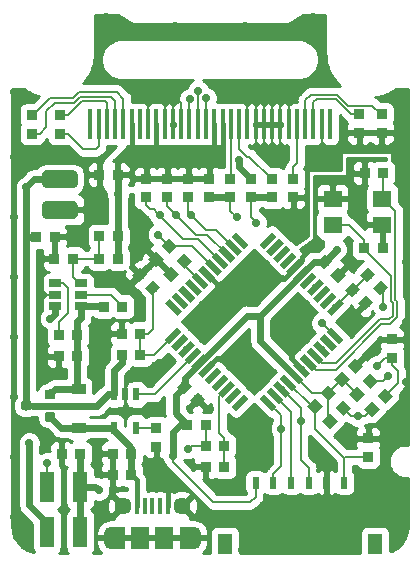
<source format=gtl>
G04 #@! TF.GenerationSoftware,KiCad,Pcbnew,5.0.2+dfsg1-1*
G04 #@! TF.CreationDate,2020-01-14T17:08:53+01:00*
G04 #@! TF.ProjectId,xling,786c696e-672e-46b6-9963-61645f706362,3.2*
G04 #@! TF.SameCoordinates,Original*
G04 #@! TF.FileFunction,Copper,L1,Top*
G04 #@! TF.FilePolarity,Positive*
%FSLAX46Y46*%
G04 Gerber Fmt 4.6, Leading zero omitted, Abs format (unit mm)*
G04 Created by KiCad (PCBNEW 5.0.2+dfsg1-1) date Tue 14 Jan 2020 17:08:53 CET*
%MOMM*%
%LPD*%
G01*
G04 APERTURE LIST*
G04 #@! TA.AperFunction,SMDPad,CuDef*
%ADD10R,0.350000X2.500000*%
G04 #@! TD*
G04 #@! TA.AperFunction,Conductor*
%ADD11C,0.100000*%
G04 #@! TD*
G04 #@! TA.AperFunction,SMDPad,CuDef*
%ADD12C,1.500000*%
G04 #@! TD*
G04 #@! TA.AperFunction,SMDPad,CuDef*
%ADD13R,1.600000X1.400000*%
G04 #@! TD*
G04 #@! TA.AperFunction,SMDPad,CuDef*
%ADD14R,1.250000X2.650000*%
G04 #@! TD*
G04 #@! TA.AperFunction,SMDPad,CuDef*
%ADD15R,1.200000X0.900000*%
G04 #@! TD*
G04 #@! TA.AperFunction,SMDPad,CuDef*
%ADD16C,0.875000*%
G04 #@! TD*
G04 #@! TA.AperFunction,SMDPad,CuDef*
%ADD17R,0.950000X0.875000*%
G04 #@! TD*
G04 #@! TA.AperFunction,SMDPad,CuDef*
%ADD18R,0.875000X0.950000*%
G04 #@! TD*
G04 #@! TA.AperFunction,SMDPad,CuDef*
%ADD19C,0.550000*%
G04 #@! TD*
G04 #@! TA.AperFunction,SMDPad,CuDef*
%ADD20R,1.250000X1.800000*%
G04 #@! TD*
G04 #@! TA.AperFunction,SMDPad,CuDef*
%ADD21R,0.600000X1.000000*%
G04 #@! TD*
G04 #@! TA.AperFunction,SMDPad,CuDef*
%ADD22R,1.200000X1.900000*%
G04 #@! TD*
G04 #@! TA.AperFunction,ComponentPad*
%ADD23O,1.200000X1.900000*%
G04 #@! TD*
G04 #@! TA.AperFunction,SMDPad,CuDef*
%ADD24R,1.500000X1.900000*%
G04 #@! TD*
G04 #@! TA.AperFunction,ComponentPad*
%ADD25C,1.450000*%
G04 #@! TD*
G04 #@! TA.AperFunction,SMDPad,CuDef*
%ADD26R,0.400000X1.350000*%
G04 #@! TD*
G04 #@! TA.AperFunction,SMDPad,CuDef*
%ADD27C,0.800000*%
G04 #@! TD*
G04 #@! TA.AperFunction,SMDPad,CuDef*
%ADD28R,0.600000X1.100000*%
G04 #@! TD*
G04 #@! TA.AperFunction,SMDPad,CuDef*
%ADD29R,1.000000X0.700000*%
G04 #@! TD*
G04 #@! TA.AperFunction,ViaPad*
%ADD30C,0.700000*%
G04 #@! TD*
G04 #@! TA.AperFunction,Conductor*
%ADD31C,0.600000*%
G04 #@! TD*
G04 #@! TA.AperFunction,Conductor*
%ADD32C,0.200000*%
G04 #@! TD*
G04 #@! TA.AperFunction,Conductor*
%ADD33C,0.400000*%
G04 #@! TD*
G04 #@! TA.AperFunction,Conductor*
%ADD34C,0.254000*%
G04 #@! TD*
G04 APERTURE END LIST*
D10*
G04 #@! TO.P,U1,29*
G04 #@! TO.N,GND*
X79132000Y-49310000D03*
G04 #@! TO.P,U1,30*
G04 #@! TO.N,Net-(U1-Pad30)*
X79832000Y-49310000D03*
G04 #@! TO.P,U1,20*
G04 #@! TO.N,GND*
X72832000Y-49310000D03*
G04 #@! TO.P,U1,27*
G04 #@! TO.N,Net-(C11-Pad1)*
X77732000Y-49310000D03*
G04 #@! TO.P,U1,28*
G04 #@! TO.N,Net-(C2-Pad1)*
X78432000Y-49310000D03*
G04 #@! TO.P,U1,26*
G04 #@! TO.N,Net-(R4-Pad2)*
X77032000Y-49310000D03*
G04 #@! TO.P,U1,25*
G04 #@! TO.N,GND*
X76332000Y-49310000D03*
G04 #@! TO.P,U1,24*
X75632000Y-49310000D03*
G04 #@! TO.P,U1,23*
X74932000Y-49310000D03*
G04 #@! TO.P,U1,22*
X74232000Y-49310000D03*
G04 #@! TO.P,U1,21*
X73532000Y-49310000D03*
G04 #@! TO.P,U1,19*
G04 #@! TO.N,Net-(R20-Pad2)*
X72132000Y-49310000D03*
G04 #@! TO.P,U1,18*
G04 #@! TO.N,Net-(R19-Pad2)*
X71432000Y-49310000D03*
G04 #@! TO.P,U1,17*
G04 #@! TO.N,+3V3*
X70732000Y-49310000D03*
G04 #@! TO.P,U1,16*
X70032000Y-49310000D03*
G04 #@! TO.P,U1,15*
G04 #@! TO.N,OLED_DC*
X69332000Y-49310000D03*
G04 #@! TO.P,U1,13*
G04 #@! TO.N,OLED_CS*
X67932000Y-49310000D03*
G04 #@! TO.P,U1,14*
G04 #@! TO.N,OLED_RST*
X68632000Y-49310000D03*
G04 #@! TO.P,U1,12*
G04 #@! TO.N,GND*
X67232000Y-49310000D03*
G04 #@! TO.P,U1,11*
X66532000Y-49310000D03*
G04 #@! TO.P,U1,10*
X65832000Y-49310000D03*
G04 #@! TO.P,U1,9*
G04 #@! TO.N,+3V3*
X65132000Y-49310000D03*
G04 #@! TO.P,U1,8*
G04 #@! TO.N,GND*
X64432000Y-49310000D03*
G04 #@! TO.P,U1,7*
G04 #@! TO.N,Net-(U1-Pad7)*
X63732000Y-49310000D03*
G04 #@! TO.P,U1,6*
G04 #@! TO.N,+3V3*
X63032000Y-49310000D03*
G04 #@! TO.P,U1,5*
G04 #@! TO.N,Net-(C9-Pad2)*
X62332000Y-49310000D03*
G04 #@! TO.P,U1,4*
G04 #@! TO.N,Net-(C9-Pad1)*
X61632000Y-49310000D03*
G04 #@! TO.P,U1,3*
G04 #@! TO.N,Net-(C8-Pad2)*
X60932000Y-49310000D03*
G04 #@! TO.P,U1,2*
G04 #@! TO.N,Net-(C8-Pad1)*
X60232000Y-49310000D03*
G04 #@! TO.P,U1,1*
G04 #@! TO.N,Net-(U1-Pad1)*
X59532000Y-49310000D03*
G04 #@! TD*
D11*
G04 #@! TO.N,/BAT*
G04 #@! TO.C,J3*
G36*
X58121256Y-53230306D02*
X58157659Y-53235706D01*
X58193357Y-53244647D01*
X58228006Y-53257045D01*
X58261274Y-53272780D01*
X58292839Y-53291699D01*
X58322397Y-53313621D01*
X58349665Y-53338335D01*
X58374379Y-53365603D01*
X58396301Y-53395161D01*
X58415220Y-53426726D01*
X58430955Y-53459994D01*
X58443353Y-53494643D01*
X58452294Y-53530341D01*
X58457694Y-53566744D01*
X58459500Y-53603500D01*
X58459500Y-54353500D01*
X58457694Y-54390256D01*
X58452294Y-54426659D01*
X58443353Y-54462357D01*
X58430955Y-54497006D01*
X58415220Y-54530274D01*
X58396301Y-54561839D01*
X58374379Y-54591397D01*
X58349665Y-54618665D01*
X58322397Y-54643379D01*
X58292839Y-54665301D01*
X58261274Y-54684220D01*
X58228006Y-54699955D01*
X58193357Y-54712353D01*
X58157659Y-54721294D01*
X58121256Y-54726694D01*
X58084500Y-54728500D01*
X55834500Y-54728500D01*
X55797744Y-54726694D01*
X55761341Y-54721294D01*
X55725643Y-54712353D01*
X55690994Y-54699955D01*
X55657726Y-54684220D01*
X55626161Y-54665301D01*
X55596603Y-54643379D01*
X55569335Y-54618665D01*
X55544621Y-54591397D01*
X55522699Y-54561839D01*
X55503780Y-54530274D01*
X55488045Y-54497006D01*
X55475647Y-54462357D01*
X55466706Y-54426659D01*
X55461306Y-54390256D01*
X55459500Y-54353500D01*
X55459500Y-53603500D01*
X55461306Y-53566744D01*
X55466706Y-53530341D01*
X55475647Y-53494643D01*
X55488045Y-53459994D01*
X55503780Y-53426726D01*
X55522699Y-53395161D01*
X55544621Y-53365603D01*
X55569335Y-53338335D01*
X55596603Y-53313621D01*
X55626161Y-53291699D01*
X55657726Y-53272780D01*
X55690994Y-53257045D01*
X55725643Y-53244647D01*
X55761341Y-53235706D01*
X55797744Y-53230306D01*
X55834500Y-53228500D01*
X58084500Y-53228500D01*
X58121256Y-53230306D01*
X58121256Y-53230306D01*
G37*
D12*
G04 #@! TD*
G04 #@! TO.P,J3,1*
G04 #@! TO.N,/BAT*
X56959500Y-53978500D03*
D11*
G04 #@! TO.N,GND*
G04 #@! TO.C,J3*
G36*
X58121256Y-55830306D02*
X58157659Y-55835706D01*
X58193357Y-55844647D01*
X58228006Y-55857045D01*
X58261274Y-55872780D01*
X58292839Y-55891699D01*
X58322397Y-55913621D01*
X58349665Y-55938335D01*
X58374379Y-55965603D01*
X58396301Y-55995161D01*
X58415220Y-56026726D01*
X58430955Y-56059994D01*
X58443353Y-56094643D01*
X58452294Y-56130341D01*
X58457694Y-56166744D01*
X58459500Y-56203500D01*
X58459500Y-56953500D01*
X58457694Y-56990256D01*
X58452294Y-57026659D01*
X58443353Y-57062357D01*
X58430955Y-57097006D01*
X58415220Y-57130274D01*
X58396301Y-57161839D01*
X58374379Y-57191397D01*
X58349665Y-57218665D01*
X58322397Y-57243379D01*
X58292839Y-57265301D01*
X58261274Y-57284220D01*
X58228006Y-57299955D01*
X58193357Y-57312353D01*
X58157659Y-57321294D01*
X58121256Y-57326694D01*
X58084500Y-57328500D01*
X55834500Y-57328500D01*
X55797744Y-57326694D01*
X55761341Y-57321294D01*
X55725643Y-57312353D01*
X55690994Y-57299955D01*
X55657726Y-57284220D01*
X55626161Y-57265301D01*
X55596603Y-57243379D01*
X55569335Y-57218665D01*
X55544621Y-57191397D01*
X55522699Y-57161839D01*
X55503780Y-57130274D01*
X55488045Y-57097006D01*
X55475647Y-57062357D01*
X55466706Y-57026659D01*
X55461306Y-56990256D01*
X55459500Y-56953500D01*
X55459500Y-56203500D01*
X55461306Y-56166744D01*
X55466706Y-56130341D01*
X55475647Y-56094643D01*
X55488045Y-56059994D01*
X55503780Y-56026726D01*
X55522699Y-55995161D01*
X55544621Y-55965603D01*
X55569335Y-55938335D01*
X55596603Y-55913621D01*
X55626161Y-55891699D01*
X55657726Y-55872780D01*
X55690994Y-55857045D01*
X55725643Y-55844647D01*
X55761341Y-55835706D01*
X55797744Y-55830306D01*
X55834500Y-55828500D01*
X58084500Y-55828500D01*
X58121256Y-55830306D01*
X58121256Y-55830306D01*
G37*
D12*
G04 #@! TD*
G04 #@! TO.P,J3,2*
G04 #@! TO.N,GND*
X56959500Y-56578500D03*
D13*
G04 #@! TO.P,Y1,1*
G04 #@! TO.N,Net-(C6-Pad2)*
X84242000Y-55642000D03*
G04 #@! TO.P,Y1,2*
G04 #@! TO.N,GND*
X80042000Y-55642000D03*
G04 #@! TO.P,Y1,3*
G04 #@! TO.N,Net-(C5-Pad2)*
X80042000Y-57842000D03*
G04 #@! TO.P,Y1,4*
G04 #@! TO.N,GND*
X84242000Y-57842000D03*
G04 #@! TD*
D14*
G04 #@! TO.P,L1,2*
G04 #@! TO.N,Net-(C1-Pad1)*
X55877000Y-80010000D03*
G04 #@! TO.P,L1,1*
G04 #@! TO.N,+3V3*
X58677000Y-80010000D03*
G04 #@! TD*
G04 #@! TO.P,L2,2*
G04 #@! TO.N,+3V3*
X58677000Y-83820000D03*
G04 #@! TO.P,L2,1*
G04 #@! TO.N,Net-(L2-Pad1)*
X55877000Y-83820000D03*
G04 #@! TD*
D15*
G04 #@! TO.P,D1,2*
G04 #@! TO.N,/USB*
X58547000Y-75056000D03*
G04 #@! TO.P,D1,1*
G04 #@! TO.N,/PWR*
X58547000Y-71756000D03*
G04 #@! TD*
D16*
G04 #@! TO.P,C1,2*
G04 #@! TO.N,GND*
X65102153Y-60754847D03*
D11*
G04 #@! TD*
G04 #@! TO.N,GND*
G04 #@! TO.C,C1*
G36*
X65075636Y-60109612D02*
X65747388Y-60781364D01*
X65128670Y-61400082D01*
X64456918Y-60728330D01*
X65075636Y-60109612D01*
X65075636Y-60109612D01*
G37*
D16*
G04 #@! TO.P,C1,1*
G04 #@! TO.N,Net-(C1-Pad1)*
X66215847Y-59641153D03*
D11*
G04 #@! TD*
G04 #@! TO.N,Net-(C1-Pad1)*
G04 #@! TO.C,C1*
G36*
X66189330Y-58995918D02*
X66861082Y-59667670D01*
X66242364Y-60286388D01*
X65570612Y-59614636D01*
X66189330Y-58995918D01*
X66189330Y-58995918D01*
G37*
D17*
G04 #@! TO.P,C2,2*
G04 #@! TO.N,GND*
X82296000Y-50063500D03*
G04 #@! TO.P,C2,1*
G04 #@! TO.N,Net-(C2-Pad1)*
X82296000Y-48488500D03*
G04 #@! TD*
D16*
G04 #@! TO.P,C3,2*
G04 #@! TO.N,GND*
X68628847Y-72629347D03*
D11*
G04 #@! TD*
G04 #@! TO.N,GND*
G04 #@! TO.C,C3*
G36*
X67983612Y-72655864D02*
X68655364Y-71984112D01*
X69274082Y-72602830D01*
X68602330Y-73274582D01*
X67983612Y-72655864D01*
X67983612Y-72655864D01*
G37*
D16*
G04 #@! TO.P,C3,1*
G04 #@! TO.N,+3V3*
X67515153Y-71515653D03*
D11*
G04 #@! TD*
G04 #@! TO.N,+3V3*
G04 #@! TO.C,C3*
G36*
X66869918Y-71542170D02*
X67541670Y-70870418D01*
X68160388Y-71489136D01*
X67488636Y-72160888D01*
X66869918Y-71542170D01*
X66869918Y-71542170D01*
G37*
D18*
G04 #@! TO.P,C5,2*
G04 #@! TO.N,Net-(C5-Pad2)*
X82715000Y-59817000D03*
G04 #@! TO.P,C5,1*
G04 #@! TO.N,GND*
X84290000Y-59817000D03*
G04 #@! TD*
G04 #@! TO.P,C6,2*
G04 #@! TO.N,Net-(C6-Pad2)*
X84353500Y-53467000D03*
G04 #@! TO.P,C6,1*
G04 #@! TO.N,GND*
X82778500Y-53467000D03*
G04 #@! TD*
D16*
G04 #@! TO.P,C7,2*
G04 #@! TO.N,GND*
X66372153Y-62024847D03*
D11*
G04 #@! TD*
G04 #@! TO.N,GND*
G04 #@! TO.C,C7*
G36*
X66345636Y-61379612D02*
X67017388Y-62051364D01*
X66398670Y-62670082D01*
X65726918Y-61998330D01*
X66345636Y-61379612D01*
X66345636Y-61379612D01*
G37*
D16*
G04 #@! TO.P,C7,1*
G04 #@! TO.N,Net-(C7-Pad1)*
X67485847Y-60911153D03*
D11*
G04 #@! TD*
G04 #@! TO.N,Net-(C7-Pad1)*
G04 #@! TO.C,C7*
G36*
X67459330Y-60265918D02*
X68131082Y-60937670D01*
X67512364Y-61556388D01*
X66840612Y-60884636D01*
X67459330Y-60265918D01*
X67459330Y-60265918D01*
G37*
D17*
G04 #@! TO.P,C8,2*
G04 #@! TO.N,Net-(C8-Pad2)*
X56959500Y-48552000D03*
G04 #@! TO.P,C8,1*
G04 #@! TO.N,Net-(C8-Pad1)*
X56959500Y-50127000D03*
G04 #@! TD*
G04 #@! TO.P,C9,2*
G04 #@! TO.N,Net-(C9-Pad2)*
X54610000Y-48552000D03*
G04 #@! TO.P,C9,1*
G04 #@! TO.N,Net-(C9-Pad1)*
X54610000Y-50127000D03*
G04 #@! TD*
D16*
G04 #@! TO.P,C10,2*
G04 #@! TO.N,GND*
X80503347Y-62088347D03*
D11*
G04 #@! TD*
G04 #@! TO.N,GND*
G04 #@! TO.C,C10*
G36*
X79858112Y-62114864D02*
X80529864Y-61443112D01*
X81148582Y-62061830D01*
X80476830Y-62733582D01*
X79858112Y-62114864D01*
X79858112Y-62114864D01*
G37*
D16*
G04 #@! TO.P,C10,1*
G04 #@! TO.N,+3V3*
X79389653Y-60974653D03*
D11*
G04 #@! TD*
G04 #@! TO.N,+3V3*
G04 #@! TO.C,C10*
G36*
X78744418Y-61001170D02*
X79416170Y-60329418D01*
X80034888Y-60948136D01*
X79363136Y-61619888D01*
X78744418Y-61001170D01*
X78744418Y-61001170D01*
G37*
D17*
G04 #@! TO.P,C11,2*
G04 #@! TO.N,GND*
X84201000Y-50063500D03*
G04 #@! TO.P,C11,1*
G04 #@! TO.N,Net-(C11-Pad1)*
X84201000Y-48488500D03*
G04 #@! TD*
G04 #@! TO.P,C12,2*
G04 #@! TO.N,GND*
X83058000Y-75920500D03*
G04 #@! TO.P,C12,1*
G04 #@! TO.N,RST*
X83058000Y-77495500D03*
G04 #@! TD*
D16*
G04 #@! TO.P,C13,2*
G04 #@! TO.N,GND*
X82852847Y-64437847D03*
D11*
G04 #@! TD*
G04 #@! TO.N,GND*
G04 #@! TO.C,C13*
G36*
X82207612Y-64464364D02*
X82879364Y-63792612D01*
X83498082Y-64411330D01*
X82826330Y-65083082D01*
X82207612Y-64464364D01*
X82207612Y-64464364D01*
G37*
D16*
G04 #@! TO.P,C13,1*
G04 #@! TO.N,BTN1*
X81739153Y-63324153D03*
D11*
G04 #@! TD*
G04 #@! TO.N,BTN1*
G04 #@! TO.C,C13*
G36*
X81093918Y-63350670D02*
X81765670Y-62678918D01*
X82384388Y-63297636D01*
X81712636Y-63969388D01*
X81093918Y-63350670D01*
X81093918Y-63350670D01*
G37*
D17*
G04 #@! TO.P,C14,2*
G04 #@! TO.N,GND*
X85090000Y-67538500D03*
G04 #@! TO.P,C14,1*
G04 #@! TO.N,BTN2*
X85090000Y-69113500D03*
G04 #@! TD*
D18*
G04 #@! TO.P,C15,2*
G04 #@! TO.N,GND*
X69316500Y-78333600D03*
G04 #@! TO.P,C15,1*
G04 #@! TO.N,BTN3*
X70891500Y-78333600D03*
G04 #@! TD*
G04 #@! TO.P,C16,2*
G04 #@! TO.N,Net-(C16-Pad2)*
X60299500Y-60706000D03*
G04 #@! TO.P,C16,1*
G04 #@! TO.N,+3V3*
X61874500Y-60706000D03*
G04 #@! TD*
G04 #@! TO.P,C17,2*
G04 #@! TO.N,GND*
X56540500Y-58864500D03*
G04 #@! TO.P,C17,1*
G04 #@! TO.N,/BAT*
X54965500Y-58864500D03*
G04 #@! TD*
G04 #@! TO.P,C18,2*
G04 #@! TO.N,GND*
X57124500Y-77216000D03*
G04 #@! TO.P,C18,1*
G04 #@! TO.N,+3V3*
X58699500Y-77216000D03*
G04 #@! TD*
G04 #@! TO.P,C19,2*
G04 #@! TO.N,GND*
X56870500Y-68961000D03*
G04 #@! TO.P,C19,1*
G04 #@! TO.N,/PWR*
X58445500Y-68961000D03*
G04 #@! TD*
G04 #@! TO.P,C20,2*
G04 #@! TO.N,GND*
X61442500Y-78994000D03*
G04 #@! TO.P,C20,1*
G04 #@! TO.N,/USB*
X63017500Y-78994000D03*
G04 #@! TD*
D16*
G04 #@! TO.P,C22,2*
G04 #@! TO.N,BAT_LVL*
X64818847Y-63167847D03*
D11*
G04 #@! TD*
G04 #@! TO.N,BAT_LVL*
G04 #@! TO.C,C22*
G36*
X64173612Y-63194364D02*
X64845364Y-62522612D01*
X65464082Y-63141330D01*
X64792330Y-63813082D01*
X64173612Y-63194364D01*
X64173612Y-63194364D01*
G37*
D16*
G04 #@! TO.P,C22,1*
G04 #@! TO.N,GND*
X63705153Y-62054153D03*
D11*
G04 #@! TD*
G04 #@! TO.N,GND*
G04 #@! TO.C,C22*
G36*
X63059918Y-62080670D02*
X63731670Y-61408918D01*
X64350388Y-62027636D01*
X63678636Y-62699388D01*
X63059918Y-62080670D01*
X63059918Y-62080670D01*
G37*
D17*
G04 #@! TO.P,R1,2*
G04 #@! TO.N,+3V3*
X67818000Y-53949500D03*
G04 #@! TO.P,R1,1*
G04 #@! TO.N,OLED_DC*
X67818000Y-55524500D03*
G04 #@! TD*
G04 #@! TO.P,R2,2*
G04 #@! TO.N,+3V3*
X66040000Y-53949500D03*
G04 #@! TO.P,R2,1*
G04 #@! TO.N,OLED_RST*
X66040000Y-55524500D03*
G04 #@! TD*
D16*
G04 #@! TO.P,R3,2*
G04 #@! TO.N,RST*
X78564153Y-73200847D03*
D11*
G04 #@! TD*
G04 #@! TO.N,RST*
G04 #@! TO.C,R3*
G36*
X78537636Y-72555612D02*
X79209388Y-73227364D01*
X78590670Y-73846082D01*
X77918918Y-73174330D01*
X78537636Y-72555612D01*
X78537636Y-72555612D01*
G37*
D16*
G04 #@! TO.P,R3,1*
G04 #@! TO.N,+3V3*
X79677847Y-72087153D03*
D11*
G04 #@! TD*
G04 #@! TO.N,+3V3*
G04 #@! TO.C,R3*
G36*
X79651330Y-71441918D02*
X80323082Y-72113670D01*
X79704364Y-72732388D01*
X79032612Y-72060636D01*
X79651330Y-71441918D01*
X79651330Y-71441918D01*
G37*
D17*
G04 #@! TO.P,R4,2*
G04 #@! TO.N,Net-(R4-Pad2)*
X76708000Y-53949500D03*
G04 #@! TO.P,R4,1*
G04 #@! TO.N,GND*
X76708000Y-55524500D03*
G04 #@! TD*
D16*
G04 #@! TO.P,R5,2*
G04 #@! TO.N,+3V3*
X82120153Y-72184847D03*
D11*
G04 #@! TD*
G04 #@! TO.N,+3V3*
G04 #@! TO.C,R5*
G36*
X82093636Y-71539612D02*
X82765388Y-72211364D01*
X82146670Y-72830082D01*
X81474918Y-72158330D01*
X82093636Y-71539612D01*
X82093636Y-71539612D01*
G37*
D16*
G04 #@! TO.P,R5,1*
G04 #@! TO.N,Net-(R5-Pad1)*
X83233847Y-71071153D03*
D11*
G04 #@! TD*
G04 #@! TO.N,Net-(R5-Pad1)*
G04 #@! TO.C,R5*
G36*
X83207330Y-70425918D02*
X83879082Y-71097670D01*
X83260364Y-71716388D01*
X82588612Y-71044636D01*
X83207330Y-70425918D01*
X83207330Y-70425918D01*
G37*
D16*
G04 #@! TO.P,R6,2*
G04 #@! TO.N,+3V3*
X79834153Y-74470847D03*
D11*
G04 #@! TD*
G04 #@! TO.N,+3V3*
G04 #@! TO.C,R6*
G36*
X79807636Y-73825612D02*
X80479388Y-74497364D01*
X79860670Y-75116082D01*
X79188918Y-74444330D01*
X79807636Y-73825612D01*
X79807636Y-73825612D01*
G37*
D16*
G04 #@! TO.P,R6,1*
G04 #@! TO.N,Net-(R6-Pad1)*
X80947847Y-73357153D03*
D11*
G04 #@! TD*
G04 #@! TO.N,Net-(R6-Pad1)*
G04 #@! TO.C,R6*
G36*
X80921330Y-72711918D02*
X81593082Y-73383670D01*
X80974364Y-74002388D01*
X80302612Y-73330636D01*
X80921330Y-72711918D01*
X80921330Y-72711918D01*
G37*
D18*
G04 #@! TO.P,R7,2*
G04 #@! TO.N,+3V3*
X67741700Y-74828400D03*
G04 #@! TO.P,R7,1*
G04 #@! TO.N,Net-(R10-Pad2)*
X69316700Y-74828400D03*
G04 #@! TD*
D16*
G04 #@! TO.P,R8,2*
G04 #@! TO.N,Net-(R5-Pad1)*
X84122847Y-63167847D03*
D11*
G04 #@! TD*
G04 #@! TO.N,Net-(R5-Pad1)*
G04 #@! TO.C,R8*
G36*
X83477612Y-63194364D02*
X84149364Y-62522612D01*
X84768082Y-63141330D01*
X84096330Y-63813082D01*
X83477612Y-63194364D01*
X83477612Y-63194364D01*
G37*
D16*
G04 #@! TO.P,R8,1*
G04 #@! TO.N,BTN1*
X83009153Y-62054153D03*
D11*
G04 #@! TD*
G04 #@! TO.N,BTN1*
G04 #@! TO.C,R8*
G36*
X82363918Y-62080670D02*
X83035670Y-61408918D01*
X83654388Y-62027636D01*
X82982636Y-62699388D01*
X82363918Y-62080670D01*
X82363918Y-62080670D01*
G37*
D16*
G04 #@! TO.P,R9,2*
G04 #@! TO.N,Net-(R6-Pad1)*
X83390153Y-73454847D03*
D11*
G04 #@! TD*
G04 #@! TO.N,Net-(R6-Pad1)*
G04 #@! TO.C,R9*
G36*
X83363636Y-72809612D02*
X84035388Y-73481364D01*
X83416670Y-74100082D01*
X82744918Y-73428330D01*
X83363636Y-72809612D01*
X83363636Y-72809612D01*
G37*
D16*
G04 #@! TO.P,R9,1*
G04 #@! TO.N,BTN2*
X84503847Y-72341153D03*
D11*
G04 #@! TD*
G04 #@! TO.N,BTN2*
G04 #@! TO.C,R9*
G36*
X84477330Y-71695918D02*
X85149082Y-72367670D01*
X84530364Y-72986388D01*
X83858612Y-72314636D01*
X84477330Y-71695918D01*
X84477330Y-71695918D01*
G37*
D18*
G04 #@! TO.P,R10,2*
G04 #@! TO.N,Net-(R10-Pad2)*
X69316500Y-76555600D03*
G04 #@! TO.P,R10,1*
G04 #@! TO.N,BTN3*
X70891500Y-76555600D03*
G04 #@! TD*
G04 #@! TO.P,R11,2*
G04 #@! TO.N,/PWR*
X58445500Y-67183000D03*
G04 #@! TO.P,R11,1*
G04 #@! TO.N,Net-(R11-Pad1)*
X56870500Y-67183000D03*
G04 #@! TD*
G04 #@! TO.P,R12,2*
G04 #@! TO.N,+3V3*
X61874500Y-58801000D03*
G04 #@! TO.P,R12,1*
G04 #@! TO.N,Net-(C16-Pad2)*
X60299500Y-58801000D03*
G04 #@! TD*
G04 #@! TO.P,R13,2*
G04 #@! TO.N,/PWR*
X60680500Y-64770000D03*
G04 #@! TO.P,R13,1*
G04 #@! TO.N,Net-(R13-Pad1)*
X62255500Y-64770000D03*
G04 #@! TD*
G04 #@! TO.P,R14,2*
G04 #@! TO.N,/BAT*
X62204500Y-68834000D03*
G04 #@! TO.P,R14,1*
G04 #@! TO.N,BAT_LVL*
X63779500Y-68834000D03*
G04 #@! TD*
G04 #@! TO.P,R15,2*
G04 #@! TO.N,/USB*
X63017500Y-77216000D03*
G04 #@! TO.P,R15,1*
G04 #@! TO.N,GND*
X61442500Y-77216000D03*
G04 #@! TD*
D17*
G04 #@! TO.P,R16,2*
G04 #@! TO.N,GND*
X65125600Y-76631900D03*
G04 #@! TO.P,R16,1*
G04 #@! TO.N,Net-(R16-Pad1)*
X65125600Y-75056900D03*
G04 #@! TD*
D18*
G04 #@! TO.P,R17,2*
G04 #@! TO.N,GND*
X62204500Y-67056000D03*
G04 #@! TO.P,R17,1*
G04 #@! TO.N,BAT_LVL*
X63779500Y-67056000D03*
G04 #@! TD*
G04 #@! TO.P,R18,2*
G04 #@! TO.N,Net-(C16-Pad2)*
X58064500Y-60706000D03*
G04 #@! TO.P,R18,1*
G04 #@! TO.N,GND*
X56489500Y-60706000D03*
G04 #@! TD*
D17*
G04 #@! TO.P,R19,2*
G04 #@! TO.N,Net-(R19-Pad2)*
X71374000Y-53949500D03*
G04 #@! TO.P,R19,1*
G04 #@! TO.N,SCK*
X71374000Y-55524500D03*
G04 #@! TD*
G04 #@! TO.P,R20,2*
G04 #@! TO.N,Net-(R20-Pad2)*
X74930000Y-53949500D03*
G04 #@! TO.P,R20,1*
G04 #@! TO.N,MOSI*
X74930000Y-55524500D03*
G04 #@! TD*
D19*
G04 #@! TO.P,U2,44*
G04 #@! TO.N,Net-(U2-Pad44)*
X72203918Y-72898936D03*
D11*
G04 #@! TD*
G04 #@! TO.N,Net-(U2-Pad44)*
G04 #@! TO.C,U2*
G36*
X72539794Y-72174152D02*
X72928702Y-72563060D01*
X71868042Y-73623720D01*
X71479134Y-73234812D01*
X72539794Y-72174152D01*
X72539794Y-72174152D01*
G37*
D19*
G04 #@! TO.P,U2,43*
G04 #@! TO.N,Net-(U2-Pad43)*
X71638233Y-72333250D03*
D11*
G04 #@! TD*
G04 #@! TO.N,Net-(U2-Pad43)*
G04 #@! TO.C,U2*
G36*
X71974109Y-71608466D02*
X72363017Y-71997374D01*
X71302357Y-73058034D01*
X70913449Y-72669126D01*
X71974109Y-71608466D01*
X71974109Y-71608466D01*
G37*
D19*
G04 #@! TO.P,U2,42*
G04 #@! TO.N,BTN3*
X71072548Y-71767565D03*
D11*
G04 #@! TD*
G04 #@! TO.N,BTN3*
G04 #@! TO.C,U2*
G36*
X71408424Y-71042781D02*
X71797332Y-71431689D01*
X70736672Y-72492349D01*
X70347764Y-72103441D01*
X71408424Y-71042781D01*
X71408424Y-71042781D01*
G37*
D19*
G04 #@! TO.P,U2,41*
G04 #@! TO.N,Net-(U2-Pad41)*
X70506862Y-71201880D03*
D11*
G04 #@! TD*
G04 #@! TO.N,Net-(U2-Pad41)*
G04 #@! TO.C,U2*
G36*
X70842738Y-70477096D02*
X71231646Y-70866004D01*
X70170986Y-71926664D01*
X69782078Y-71537756D01*
X70842738Y-70477096D01*
X70842738Y-70477096D01*
G37*
D19*
G04 #@! TO.P,U2,40*
G04 #@! TO.N,Net-(U2-Pad40)*
X69941177Y-70636194D03*
D11*
G04 #@! TD*
G04 #@! TO.N,Net-(U2-Pad40)*
G04 #@! TO.C,U2*
G36*
X70277053Y-69911410D02*
X70665961Y-70300318D01*
X69605301Y-71360978D01*
X69216393Y-70972070D01*
X70277053Y-69911410D01*
X70277053Y-69911410D01*
G37*
D19*
G04 #@! TO.P,U2,39*
G04 #@! TO.N,GND*
X69375491Y-70070509D03*
D11*
G04 #@! TD*
G04 #@! TO.N,GND*
G04 #@! TO.C,U2*
G36*
X69711367Y-69345725D02*
X70100275Y-69734633D01*
X69039615Y-70795293D01*
X68650707Y-70406385D01*
X69711367Y-69345725D01*
X69711367Y-69345725D01*
G37*
D19*
G04 #@! TO.P,U2,38*
G04 #@! TO.N,+3V3*
X68809806Y-69504823D03*
D11*
G04 #@! TD*
G04 #@! TO.N,+3V3*
G04 #@! TO.C,U2*
G36*
X69145682Y-68780039D02*
X69534590Y-69168947D01*
X68473930Y-70229607D01*
X68085022Y-69840699D01*
X69145682Y-68780039D01*
X69145682Y-68780039D01*
G37*
D19*
G04 #@! TO.P,U2,37*
G04 #@! TO.N,BAT_STAT*
X68244120Y-68939138D03*
D11*
G04 #@! TD*
G04 #@! TO.N,BAT_STAT*
G04 #@! TO.C,U2*
G36*
X68579996Y-68214354D02*
X68968904Y-68603262D01*
X67908244Y-69663922D01*
X67519336Y-69275014D01*
X68579996Y-68214354D01*
X68579996Y-68214354D01*
G37*
D19*
G04 #@! TO.P,U2,36*
G04 #@! TO.N,Net-(U2-Pad36)*
X67678435Y-68373452D03*
D11*
G04 #@! TD*
G04 #@! TO.N,Net-(U2-Pad36)*
G04 #@! TO.C,U2*
G36*
X68014311Y-67648668D02*
X68403219Y-68037576D01*
X67342559Y-69098236D01*
X66953651Y-68709328D01*
X68014311Y-67648668D01*
X68014311Y-67648668D01*
G37*
D19*
G04 #@! TO.P,U2,35*
G04 #@! TO.N,Net-(U2-Pad35)*
X67112750Y-67807767D03*
D11*
G04 #@! TD*
G04 #@! TO.N,Net-(U2-Pad35)*
G04 #@! TO.C,U2*
G36*
X67448626Y-67082983D02*
X67837534Y-67471891D01*
X66776874Y-68532551D01*
X66387966Y-68143643D01*
X67448626Y-67082983D01*
X67448626Y-67082983D01*
G37*
D19*
G04 #@! TO.P,U2,34*
G04 #@! TO.N,BAT_LVL*
X66547064Y-67242082D03*
D11*
G04 #@! TD*
G04 #@! TO.N,BAT_LVL*
G04 #@! TO.C,U2*
G36*
X66882940Y-66517298D02*
X67271848Y-66906206D01*
X66211188Y-67966866D01*
X65822280Y-67577958D01*
X66882940Y-66517298D01*
X66882940Y-66517298D01*
G37*
D19*
G04 #@! TO.P,U2,33*
G04 #@! TO.N,Net-(U2-Pad33)*
X66547064Y-64837918D03*
D11*
G04 #@! TD*
G04 #@! TO.N,Net-(U2-Pad33)*
G04 #@! TO.C,U2*
G36*
X67271848Y-65173794D02*
X66882940Y-65562702D01*
X65822280Y-64502042D01*
X66211188Y-64113134D01*
X67271848Y-65173794D01*
X67271848Y-65173794D01*
G37*
D19*
G04 #@! TO.P,U2,32*
G04 #@! TO.N,Net-(U2-Pad32)*
X67112750Y-64272233D03*
D11*
G04 #@! TD*
G04 #@! TO.N,Net-(U2-Pad32)*
G04 #@! TO.C,U2*
G36*
X67837534Y-64608109D02*
X67448626Y-64997017D01*
X66387966Y-63936357D01*
X66776874Y-63547449D01*
X67837534Y-64608109D01*
X67837534Y-64608109D01*
G37*
D19*
G04 #@! TO.P,U2,31*
G04 #@! TO.N,Net-(U2-Pad31)*
X67678435Y-63706548D03*
D11*
G04 #@! TD*
G04 #@! TO.N,Net-(U2-Pad31)*
G04 #@! TO.C,U2*
G36*
X68403219Y-64042424D02*
X68014311Y-64431332D01*
X66953651Y-63370672D01*
X67342559Y-62981764D01*
X68403219Y-64042424D01*
X68403219Y-64042424D01*
G37*
D19*
G04 #@! TO.P,U2,30*
G04 #@! TO.N,Net-(U2-Pad30)*
X68244120Y-63140862D03*
D11*
G04 #@! TD*
G04 #@! TO.N,Net-(U2-Pad30)*
G04 #@! TO.C,U2*
G36*
X68968904Y-63476738D02*
X68579996Y-63865646D01*
X67519336Y-62804986D01*
X67908244Y-62416078D01*
X68968904Y-63476738D01*
X68968904Y-63476738D01*
G37*
D19*
G04 #@! TO.P,U2,29*
G04 #@! TO.N,Net-(C7-Pad1)*
X68809806Y-62575177D03*
D11*
G04 #@! TD*
G04 #@! TO.N,Net-(C7-Pad1)*
G04 #@! TO.C,U2*
G36*
X69534590Y-62911053D02*
X69145682Y-63299961D01*
X68085022Y-62239301D01*
X68473930Y-61850393D01*
X69534590Y-62911053D01*
X69534590Y-62911053D01*
G37*
D19*
G04 #@! TO.P,U2,28*
G04 #@! TO.N,GND*
X69375491Y-62009491D03*
D11*
G04 #@! TD*
G04 #@! TO.N,GND*
G04 #@! TO.C,U2*
G36*
X70100275Y-62345367D02*
X69711367Y-62734275D01*
X68650707Y-61673615D01*
X69039615Y-61284707D01*
X70100275Y-62345367D01*
X70100275Y-62345367D01*
G37*
D19*
G04 #@! TO.P,U2,27*
G04 #@! TO.N,Net-(C1-Pad1)*
X69941177Y-61443806D03*
D11*
G04 #@! TD*
G04 #@! TO.N,Net-(C1-Pad1)*
G04 #@! TO.C,U2*
G36*
X70665961Y-61779682D02*
X70277053Y-62168590D01*
X69216393Y-61107930D01*
X69605301Y-60719022D01*
X70665961Y-61779682D01*
X70665961Y-61779682D01*
G37*
D19*
G04 #@! TO.P,U2,26*
G04 #@! TO.N,OLED_CS*
X70506862Y-60878120D03*
D11*
G04 #@! TD*
G04 #@! TO.N,OLED_CS*
G04 #@! TO.C,U2*
G36*
X71231646Y-61213996D02*
X70842738Y-61602904D01*
X69782078Y-60542244D01*
X70170986Y-60153336D01*
X71231646Y-61213996D01*
X71231646Y-61213996D01*
G37*
D19*
G04 #@! TO.P,U2,25*
G04 #@! TO.N,OLED_RST*
X71072548Y-60312435D03*
D11*
G04 #@! TD*
G04 #@! TO.N,OLED_RST*
G04 #@! TO.C,U2*
G36*
X71797332Y-60648311D02*
X71408424Y-61037219D01*
X70347764Y-59976559D01*
X70736672Y-59587651D01*
X71797332Y-60648311D01*
X71797332Y-60648311D01*
G37*
D19*
G04 #@! TO.P,U2,24*
G04 #@! TO.N,OLED_DC*
X71638233Y-59746750D03*
D11*
G04 #@! TD*
G04 #@! TO.N,OLED_DC*
G04 #@! TO.C,U2*
G36*
X72363017Y-60082626D02*
X71974109Y-60471534D01*
X70913449Y-59410874D01*
X71302357Y-59021966D01*
X72363017Y-60082626D01*
X72363017Y-60082626D01*
G37*
D19*
G04 #@! TO.P,U2,23*
G04 #@! TO.N,Net-(U2-Pad23)*
X72203918Y-59181064D03*
D11*
G04 #@! TD*
G04 #@! TO.N,Net-(U2-Pad23)*
G04 #@! TO.C,U2*
G36*
X72928702Y-59516940D02*
X72539794Y-59905848D01*
X71479134Y-58845188D01*
X71868042Y-58456280D01*
X72928702Y-59516940D01*
X72928702Y-59516940D01*
G37*
D19*
G04 #@! TO.P,U2,22*
G04 #@! TO.N,Net-(U2-Pad22)*
X74608082Y-59181064D03*
D11*
G04 #@! TD*
G04 #@! TO.N,Net-(U2-Pad22)*
G04 #@! TO.C,U2*
G36*
X74943958Y-58456280D02*
X75332866Y-58845188D01*
X74272206Y-59905848D01*
X73883298Y-59516940D01*
X74943958Y-58456280D01*
X74943958Y-58456280D01*
G37*
D19*
G04 #@! TO.P,U2,21*
G04 #@! TO.N,Net-(U2-Pad21)*
X75173767Y-59746750D03*
D11*
G04 #@! TD*
G04 #@! TO.N,Net-(U2-Pad21)*
G04 #@! TO.C,U2*
G36*
X75509643Y-59021966D02*
X75898551Y-59410874D01*
X74837891Y-60471534D01*
X74448983Y-60082626D01*
X75509643Y-59021966D01*
X75509643Y-59021966D01*
G37*
D19*
G04 #@! TO.P,U2,20*
G04 #@! TO.N,Net-(U2-Pad20)*
X75739452Y-60312435D03*
D11*
G04 #@! TD*
G04 #@! TO.N,Net-(U2-Pad20)*
G04 #@! TO.C,U2*
G36*
X76075328Y-59587651D02*
X76464236Y-59976559D01*
X75403576Y-61037219D01*
X75014668Y-60648311D01*
X76075328Y-59587651D01*
X76075328Y-59587651D01*
G37*
D19*
G04 #@! TO.P,U2,19*
G04 #@! TO.N,Net-(U2-Pad19)*
X76305138Y-60878120D03*
D11*
G04 #@! TD*
G04 #@! TO.N,Net-(U2-Pad19)*
G04 #@! TO.C,U2*
G36*
X76641014Y-60153336D02*
X77029922Y-60542244D01*
X75969262Y-61602904D01*
X75580354Y-61213996D01*
X76641014Y-60153336D01*
X76641014Y-60153336D01*
G37*
D19*
G04 #@! TO.P,U2,18*
G04 #@! TO.N,GND*
X76870823Y-61443806D03*
D11*
G04 #@! TD*
G04 #@! TO.N,GND*
G04 #@! TO.C,U2*
G36*
X77206699Y-60719022D02*
X77595607Y-61107930D01*
X76534947Y-62168590D01*
X76146039Y-61779682D01*
X77206699Y-60719022D01*
X77206699Y-60719022D01*
G37*
D19*
G04 #@! TO.P,U2,17*
G04 #@! TO.N,+3V3*
X77436509Y-62009491D03*
D11*
G04 #@! TD*
G04 #@! TO.N,+3V3*
G04 #@! TO.C,U2*
G36*
X77772385Y-61284707D02*
X78161293Y-61673615D01*
X77100633Y-62734275D01*
X76711725Y-62345367D01*
X77772385Y-61284707D01*
X77772385Y-61284707D01*
G37*
D19*
G04 #@! TO.P,U2,16*
G04 #@! TO.N,Net-(U2-Pad16)*
X78002194Y-62575177D03*
D11*
G04 #@! TD*
G04 #@! TO.N,Net-(U2-Pad16)*
G04 #@! TO.C,U2*
G36*
X78338070Y-61850393D02*
X78726978Y-62239301D01*
X77666318Y-63299961D01*
X77277410Y-62911053D01*
X78338070Y-61850393D01*
X78338070Y-61850393D01*
G37*
D19*
G04 #@! TO.P,U2,15*
G04 #@! TO.N,Net-(U2-Pad15)*
X78567880Y-63140862D03*
D11*
G04 #@! TD*
G04 #@! TO.N,Net-(U2-Pad15)*
G04 #@! TO.C,U2*
G36*
X78903756Y-62416078D02*
X79292664Y-62804986D01*
X78232004Y-63865646D01*
X77843096Y-63476738D01*
X78903756Y-62416078D01*
X78903756Y-62416078D01*
G37*
D19*
G04 #@! TO.P,U2,14*
G04 #@! TO.N,Net-(U2-Pad14)*
X79133565Y-63706548D03*
D11*
G04 #@! TD*
G04 #@! TO.N,Net-(U2-Pad14)*
G04 #@! TO.C,U2*
G36*
X79469441Y-62981764D02*
X79858349Y-63370672D01*
X78797689Y-64431332D01*
X78408781Y-64042424D01*
X79469441Y-62981764D01*
X79469441Y-62981764D01*
G37*
D19*
G04 #@! TO.P,U2,13*
G04 #@! TO.N,Net-(U2-Pad13)*
X79699250Y-64272233D03*
D11*
G04 #@! TD*
G04 #@! TO.N,Net-(U2-Pad13)*
G04 #@! TO.C,U2*
G36*
X80035126Y-63547449D02*
X80424034Y-63936357D01*
X79363374Y-64997017D01*
X78974466Y-64608109D01*
X80035126Y-63547449D01*
X80035126Y-63547449D01*
G37*
D19*
G04 #@! TO.P,U2,12*
G04 #@! TO.N,BTN1*
X80264936Y-64837918D03*
D11*
G04 #@! TD*
G04 #@! TO.N,BTN1*
G04 #@! TO.C,U2*
G36*
X80600812Y-64113134D02*
X80989720Y-64502042D01*
X79929060Y-65562702D01*
X79540152Y-65173794D01*
X80600812Y-64113134D01*
X80600812Y-64113134D01*
G37*
D19*
G04 #@! TO.P,U2,11*
G04 #@! TO.N,BTN2*
X80264936Y-67242082D03*
D11*
G04 #@! TD*
G04 #@! TO.N,BTN2*
G04 #@! TO.C,U2*
G36*
X80989720Y-67577958D02*
X80600812Y-67966866D01*
X79540152Y-66906206D01*
X79929060Y-66517298D01*
X80989720Y-67577958D01*
X80989720Y-67577958D01*
G37*
D19*
G04 #@! TO.P,U2,10*
G04 #@! TO.N,Net-(U2-Pad10)*
X79699250Y-67807767D03*
D11*
G04 #@! TD*
G04 #@! TO.N,Net-(U2-Pad10)*
G04 #@! TO.C,U2*
G36*
X80424034Y-68143643D02*
X80035126Y-68532551D01*
X78974466Y-67471891D01*
X79363374Y-67082983D01*
X80424034Y-68143643D01*
X80424034Y-68143643D01*
G37*
D19*
G04 #@! TO.P,U2,9*
G04 #@! TO.N,Net-(U2-Pad9)*
X79133565Y-68373452D03*
D11*
G04 #@! TD*
G04 #@! TO.N,Net-(U2-Pad9)*
G04 #@! TO.C,U2*
G36*
X79858349Y-68709328D02*
X79469441Y-69098236D01*
X78408781Y-68037576D01*
X78797689Y-67648668D01*
X79858349Y-68709328D01*
X79858349Y-68709328D01*
G37*
D19*
G04 #@! TO.P,U2,8*
G04 #@! TO.N,Net-(C5-Pad2)*
X78567880Y-68939138D03*
D11*
G04 #@! TD*
G04 #@! TO.N,Net-(C5-Pad2)*
G04 #@! TO.C,U2*
G36*
X79292664Y-69275014D02*
X78903756Y-69663922D01*
X77843096Y-68603262D01*
X78232004Y-68214354D01*
X79292664Y-69275014D01*
X79292664Y-69275014D01*
G37*
D19*
G04 #@! TO.P,U2,7*
G04 #@! TO.N,Net-(C6-Pad2)*
X78002194Y-69504823D03*
D11*
G04 #@! TD*
G04 #@! TO.N,Net-(C6-Pad2)*
G04 #@! TO.C,U2*
G36*
X78726978Y-69840699D02*
X78338070Y-70229607D01*
X77277410Y-69168947D01*
X77666318Y-68780039D01*
X78726978Y-69840699D01*
X78726978Y-69840699D01*
G37*
D19*
G04 #@! TO.P,U2,6*
G04 #@! TO.N,GND*
X77436509Y-70070509D03*
D11*
G04 #@! TD*
G04 #@! TO.N,GND*
G04 #@! TO.C,U2*
G36*
X78161293Y-70406385D02*
X77772385Y-70795293D01*
X76711725Y-69734633D01*
X77100633Y-69345725D01*
X78161293Y-70406385D01*
X78161293Y-70406385D01*
G37*
D19*
G04 #@! TO.P,U2,5*
G04 #@! TO.N,+3V3*
X76870823Y-70636194D03*
D11*
G04 #@! TD*
G04 #@! TO.N,+3V3*
G04 #@! TO.C,U2*
G36*
X77595607Y-70972070D02*
X77206699Y-71360978D01*
X76146039Y-70300318D01*
X76534947Y-69911410D01*
X77595607Y-70972070D01*
X77595607Y-70972070D01*
G37*
D19*
G04 #@! TO.P,U2,4*
G04 #@! TO.N,RST*
X76305138Y-71201880D03*
D11*
G04 #@! TD*
G04 #@! TO.N,RST*
G04 #@! TO.C,U2*
G36*
X77029922Y-71537756D02*
X76641014Y-71926664D01*
X75580354Y-70866004D01*
X75969262Y-70477096D01*
X77029922Y-71537756D01*
X77029922Y-71537756D01*
G37*
D19*
G04 #@! TO.P,U2,3*
G04 #@! TO.N,SCK*
X75739452Y-71767565D03*
D11*
G04 #@! TD*
G04 #@! TO.N,SCK*
G04 #@! TO.C,U2*
G36*
X76464236Y-72103441D02*
X76075328Y-72492349D01*
X75014668Y-71431689D01*
X75403576Y-71042781D01*
X76464236Y-72103441D01*
X76464236Y-72103441D01*
G37*
D19*
G04 #@! TO.P,U2,2*
G04 #@! TO.N,MISO*
X75173767Y-72333250D03*
D11*
G04 #@! TD*
G04 #@! TO.N,MISO*
G04 #@! TO.C,U2*
G36*
X75898551Y-72669126D02*
X75509643Y-73058034D01*
X74448983Y-71997374D01*
X74837891Y-71608466D01*
X75898551Y-72669126D01*
X75898551Y-72669126D01*
G37*
D19*
G04 #@! TO.P,U2,1*
G04 #@! TO.N,MOSI*
X74608082Y-72898936D03*
D11*
G04 #@! TD*
G04 #@! TO.N,MOSI*
G04 #@! TO.C,U2*
G36*
X75332866Y-73234812D02*
X74943958Y-73623720D01*
X73883298Y-72563060D01*
X74272206Y-72174152D01*
X75332866Y-73234812D01*
X75332866Y-73234812D01*
G37*
D20*
G04 #@! TO.P,J1,MP*
G04 #@! TO.N,N/C*
X70927000Y-84855000D03*
X83637000Y-84855000D03*
D21*
G04 #@! TO.P,J1,6*
G04 #@! TO.N,+3V3*
X73532000Y-79665000D03*
G04 #@! TO.P,J1,5*
G04 #@! TO.N,MOSI*
X75032000Y-79665000D03*
G04 #@! TO.P,J1,4*
G04 #@! TO.N,MISO*
X76532000Y-79665000D03*
G04 #@! TO.P,J1,3*
G04 #@! TO.N,SCK*
X78032000Y-79665000D03*
G04 #@! TO.P,J1,2*
G04 #@! TO.N,GND*
X79532000Y-79665000D03*
G04 #@! TO.P,J1,1*
G04 #@! TO.N,RST*
X81032000Y-79665000D03*
G04 #@! TD*
D22*
G04 #@! TO.P,J2,6*
G04 #@! TO.N,GND*
X61882000Y-84347500D03*
X67682000Y-84347500D03*
D23*
X68282000Y-84347500D03*
X61282000Y-84347500D03*
D24*
X63782000Y-84347500D03*
D25*
X67282000Y-81647500D03*
D26*
G04 #@! TO.P,J2,3*
G04 #@! TO.N,Net-(J2-Pad3)*
X64782000Y-81647500D03*
G04 #@! TO.P,J2,4*
G04 #@! TO.N,Net-(J2-Pad4)*
X65432000Y-81647500D03*
G04 #@! TO.P,J2,5*
G04 #@! TO.N,GND*
X66082000Y-81647500D03*
G04 #@! TO.P,J2,1*
G04 #@! TO.N,/USB*
X63482000Y-81647500D03*
G04 #@! TO.P,J2,2*
G04 #@! TO.N,Net-(J2-Pad2)*
X64132000Y-81647500D03*
D25*
G04 #@! TO.P,J2,6*
G04 #@! TO.N,GND*
X62282000Y-81647500D03*
D24*
X65782000Y-84347500D03*
G04 #@! TD*
D11*
G04 #@! TO.N,/BAT*
G04 #@! TO.C,Q1*
G36*
X54387603Y-72752963D02*
X54407018Y-72755843D01*
X54426057Y-72760612D01*
X54444537Y-72767224D01*
X54462279Y-72775616D01*
X54479114Y-72785706D01*
X54494879Y-72797398D01*
X54509421Y-72810579D01*
X54522602Y-72825121D01*
X54534294Y-72840886D01*
X54544384Y-72857721D01*
X54552776Y-72875463D01*
X54559388Y-72893943D01*
X54564157Y-72912982D01*
X54567037Y-72932397D01*
X54568000Y-72952000D01*
X54568000Y-73352000D01*
X54567037Y-73371603D01*
X54564157Y-73391018D01*
X54559388Y-73410057D01*
X54552776Y-73428537D01*
X54544384Y-73446279D01*
X54534294Y-73463114D01*
X54522602Y-73478879D01*
X54509421Y-73493421D01*
X54494879Y-73506602D01*
X54479114Y-73518294D01*
X54462279Y-73528384D01*
X54444537Y-73536776D01*
X54426057Y-73543388D01*
X54407018Y-73548157D01*
X54387603Y-73551037D01*
X54368000Y-73552000D01*
X53868000Y-73552000D01*
X53848397Y-73551037D01*
X53828982Y-73548157D01*
X53809943Y-73543388D01*
X53791463Y-73536776D01*
X53773721Y-73528384D01*
X53756886Y-73518294D01*
X53741121Y-73506602D01*
X53726579Y-73493421D01*
X53713398Y-73478879D01*
X53701706Y-73463114D01*
X53691616Y-73446279D01*
X53683224Y-73428537D01*
X53676612Y-73410057D01*
X53671843Y-73391018D01*
X53668963Y-73371603D01*
X53668000Y-73352000D01*
X53668000Y-72952000D01*
X53668963Y-72932397D01*
X53671843Y-72912982D01*
X53676612Y-72893943D01*
X53683224Y-72875463D01*
X53691616Y-72857721D01*
X53701706Y-72840886D01*
X53713398Y-72825121D01*
X53726579Y-72810579D01*
X53741121Y-72797398D01*
X53756886Y-72785706D01*
X53773721Y-72775616D01*
X53791463Y-72767224D01*
X53809943Y-72760612D01*
X53828982Y-72755843D01*
X53848397Y-72752963D01*
X53868000Y-72752000D01*
X54368000Y-72752000D01*
X54387603Y-72752963D01*
X54387603Y-72752963D01*
G37*
D27*
G04 #@! TD*
G04 #@! TO.P,Q1,3*
G04 #@! TO.N,/BAT*
X54118000Y-73152000D03*
D11*
G04 #@! TO.N,/PWR*
G04 #@! TO.C,Q1*
G36*
X56387603Y-71802963D02*
X56407018Y-71805843D01*
X56426057Y-71810612D01*
X56444537Y-71817224D01*
X56462279Y-71825616D01*
X56479114Y-71835706D01*
X56494879Y-71847398D01*
X56509421Y-71860579D01*
X56522602Y-71875121D01*
X56534294Y-71890886D01*
X56544384Y-71907721D01*
X56552776Y-71925463D01*
X56559388Y-71943943D01*
X56564157Y-71962982D01*
X56567037Y-71982397D01*
X56568000Y-72002000D01*
X56568000Y-72402000D01*
X56567037Y-72421603D01*
X56564157Y-72441018D01*
X56559388Y-72460057D01*
X56552776Y-72478537D01*
X56544384Y-72496279D01*
X56534294Y-72513114D01*
X56522602Y-72528879D01*
X56509421Y-72543421D01*
X56494879Y-72556602D01*
X56479114Y-72568294D01*
X56462279Y-72578384D01*
X56444537Y-72586776D01*
X56426057Y-72593388D01*
X56407018Y-72598157D01*
X56387603Y-72601037D01*
X56368000Y-72602000D01*
X55868000Y-72602000D01*
X55848397Y-72601037D01*
X55828982Y-72598157D01*
X55809943Y-72593388D01*
X55791463Y-72586776D01*
X55773721Y-72578384D01*
X55756886Y-72568294D01*
X55741121Y-72556602D01*
X55726579Y-72543421D01*
X55713398Y-72528879D01*
X55701706Y-72513114D01*
X55691616Y-72496279D01*
X55683224Y-72478537D01*
X55676612Y-72460057D01*
X55671843Y-72441018D01*
X55668963Y-72421603D01*
X55668000Y-72402000D01*
X55668000Y-72002000D01*
X55668963Y-71982397D01*
X55671843Y-71962982D01*
X55676612Y-71943943D01*
X55683224Y-71925463D01*
X55691616Y-71907721D01*
X55701706Y-71890886D01*
X55713398Y-71875121D01*
X55726579Y-71860579D01*
X55741121Y-71847398D01*
X55756886Y-71835706D01*
X55773721Y-71825616D01*
X55791463Y-71817224D01*
X55809943Y-71810612D01*
X55828982Y-71805843D01*
X55848397Y-71802963D01*
X55868000Y-71802000D01*
X56368000Y-71802000D01*
X56387603Y-71802963D01*
X56387603Y-71802963D01*
G37*
D27*
G04 #@! TD*
G04 #@! TO.P,Q1,2*
G04 #@! TO.N,/PWR*
X56118000Y-72202000D03*
D11*
G04 #@! TO.N,/USB*
G04 #@! TO.C,Q1*
G36*
X56387603Y-73702963D02*
X56407018Y-73705843D01*
X56426057Y-73710612D01*
X56444537Y-73717224D01*
X56462279Y-73725616D01*
X56479114Y-73735706D01*
X56494879Y-73747398D01*
X56509421Y-73760579D01*
X56522602Y-73775121D01*
X56534294Y-73790886D01*
X56544384Y-73807721D01*
X56552776Y-73825463D01*
X56559388Y-73843943D01*
X56564157Y-73862982D01*
X56567037Y-73882397D01*
X56568000Y-73902000D01*
X56568000Y-74302000D01*
X56567037Y-74321603D01*
X56564157Y-74341018D01*
X56559388Y-74360057D01*
X56552776Y-74378537D01*
X56544384Y-74396279D01*
X56534294Y-74413114D01*
X56522602Y-74428879D01*
X56509421Y-74443421D01*
X56494879Y-74456602D01*
X56479114Y-74468294D01*
X56462279Y-74478384D01*
X56444537Y-74486776D01*
X56426057Y-74493388D01*
X56407018Y-74498157D01*
X56387603Y-74501037D01*
X56368000Y-74502000D01*
X55868000Y-74502000D01*
X55848397Y-74501037D01*
X55828982Y-74498157D01*
X55809943Y-74493388D01*
X55791463Y-74486776D01*
X55773721Y-74478384D01*
X55756886Y-74468294D01*
X55741121Y-74456602D01*
X55726579Y-74443421D01*
X55713398Y-74428879D01*
X55701706Y-74413114D01*
X55691616Y-74396279D01*
X55683224Y-74378537D01*
X55676612Y-74360057D01*
X55671843Y-74341018D01*
X55668963Y-74321603D01*
X55668000Y-74302000D01*
X55668000Y-73902000D01*
X55668963Y-73882397D01*
X55671843Y-73862982D01*
X55676612Y-73843943D01*
X55683224Y-73825463D01*
X55691616Y-73807721D01*
X55701706Y-73790886D01*
X55713398Y-73775121D01*
X55726579Y-73760579D01*
X55741121Y-73747398D01*
X55756886Y-73735706D01*
X55773721Y-73725616D01*
X55791463Y-73717224D01*
X55809943Y-73710612D01*
X55828982Y-73705843D01*
X55848397Y-73702963D01*
X55868000Y-73702000D01*
X56368000Y-73702000D01*
X56387603Y-73702963D01*
X56387603Y-73702963D01*
G37*
D27*
G04 #@! TD*
G04 #@! TO.P,Q1,1*
G04 #@! TO.N,/USB*
X56118000Y-74102000D03*
D28*
G04 #@! TO.P,U3,4*
G04 #@! TO.N,/USB*
X61534000Y-75010000D03*
G04 #@! TO.P,U3,3*
G04 #@! TO.N,/BAT*
X61534000Y-72210000D03*
G04 #@! TO.P,U3,2*
G04 #@! TO.N,GND*
X62484000Y-72210000D03*
G04 #@! TO.P,U3,1*
G04 #@! TO.N,BAT_STAT*
X63434000Y-72210000D03*
G04 #@! TO.P,U3,5*
G04 #@! TO.N,Net-(R16-Pad1)*
X63434000Y-75010000D03*
G04 #@! TD*
D29*
G04 #@! TO.P,U4,5*
G04 #@! TO.N,Net-(R13-Pad1)*
X58757500Y-63754000D03*
G04 #@! TO.P,U4,6*
G04 #@! TO.N,Net-(C16-Pad2)*
X58757500Y-62804000D03*
G04 #@! TO.P,U4,4*
G04 #@! TO.N,/PWR*
X58757500Y-64704000D03*
G04 #@! TO.P,U4,3*
G04 #@! TO.N,Net-(L2-Pad1)*
X56558500Y-64704000D03*
G04 #@! TO.P,U4,2*
G04 #@! TO.N,GND*
X56558500Y-63754000D03*
G04 #@! TO.P,U4,1*
G04 #@! TO.N,Net-(R11-Pad1)*
X56558500Y-62804000D03*
G04 #@! TD*
D16*
G04 #@! TO.P,C4,1*
G04 #@! TO.N,+3V3*
X80850153Y-70914847D03*
D11*
G04 #@! TD*
G04 #@! TO.N,+3V3*
G04 #@! TO.C,C4*
G36*
X80876670Y-71560082D02*
X80204918Y-70888330D01*
X80823636Y-70269612D01*
X81495388Y-70941364D01*
X80876670Y-71560082D01*
X80876670Y-71560082D01*
G37*
D16*
G04 #@! TO.P,C4,2*
G04 #@! TO.N,GND*
X81963847Y-69801153D03*
D11*
G04 #@! TD*
G04 #@! TO.N,GND*
G04 #@! TO.C,C4*
G36*
X81990364Y-70446388D02*
X81318612Y-69774636D01*
X81937330Y-69155918D01*
X82609082Y-69827670D01*
X81990364Y-70446388D01*
X81990364Y-70446388D01*
G37*
D18*
G04 #@! TO.P,C21,1*
G04 #@! TO.N,+3V3*
X61874500Y-53594000D03*
G04 #@! TO.P,C21,2*
G04 #@! TO.N,GND*
X60299500Y-53594000D03*
G04 #@! TD*
D17*
G04 #@! TO.P,R21,1*
G04 #@! TO.N,OLED_CS*
X64262000Y-55524500D03*
G04 #@! TO.P,R21,2*
G04 #@! TO.N,+3V3*
X64262000Y-53949500D03*
G04 #@! TD*
G04 #@! TO.P,R22,2*
G04 #@! TO.N,+3V3*
X73152000Y-53949500D03*
G04 #@! TO.P,R22,1*
G04 #@! TO.N,MOSI*
X73152000Y-55524500D03*
G04 #@! TD*
G04 #@! TO.P,R23,1*
G04 #@! TO.N,SCK*
X69596000Y-55524500D03*
G04 #@! TO.P,R23,2*
G04 #@! TO.N,+3V3*
X69596000Y-53949500D03*
G04 #@! TD*
D30*
G04 #@! TO.N,+3V3*
X60248800Y-80314800D03*
X80391000Y-59944000D03*
X70485000Y-52387500D03*
X72136000Y-52387500D03*
X61874500Y-55255500D03*
X66548000Y-77419200D03*
G04 #@! TO.N,GND*
X70485000Y-63119000D03*
X75057000Y-62420500D03*
X76517500Y-68262500D03*
X70929500Y-69151500D03*
X78359000Y-40259000D03*
X53086000Y-57150000D03*
X53086000Y-62230000D03*
X53086000Y-67310000D03*
X53086000Y-72390000D03*
X53086000Y-77470000D03*
X53086000Y-82550000D03*
X57277000Y-85344000D03*
X53086000Y-52070000D03*
X53086000Y-46609000D03*
X60833000Y-40259000D03*
X80111600Y-45872400D03*
X86207600Y-46634400D03*
X72644000Y-41021000D03*
X66675000Y-41021000D03*
X86233000Y-50800000D03*
X86233000Y-66040000D03*
X86233000Y-71120000D03*
X86233000Y-76200000D03*
X86233000Y-80010000D03*
X72390000Y-85344000D03*
X66192400Y-79857600D03*
X65341500Y-69532500D03*
X81534000Y-65913000D03*
X73914000Y-75133200D03*
X85217000Y-85090000D03*
X86233000Y-60960000D03*
X86233000Y-55880000D03*
X81788000Y-61595000D03*
X63373000Y-59182000D03*
X63754000Y-64516000D03*
X60198000Y-68834000D03*
X59499500Y-45529500D03*
X69659500Y-73469500D03*
G04 #@! TO.N,Net-(R6-Pad1)*
X82169000Y-74041000D03*
G04 #@! TO.N,Net-(L2-Pad1)*
X56134000Y-65786000D03*
X54356000Y-76327000D03*
G04 #@! TO.N,Net-(R5-Pad1)*
X84328000Y-64770000D03*
X84772500Y-70612000D03*
G04 #@! TO.N,Net-(R10-Pad2)*
X67800000Y-76800000D03*
G04 #@! TO.N,Net-(C1-Pad1)*
X65278000Y-58674000D03*
X55880000Y-77978000D03*
G04 #@! TO.N,BTN2*
X79121000Y-66167000D03*
X83820000Y-69786500D03*
G04 #@! TO.N,MOSI*
X75692000Y-75120500D03*
X73596500Y-57658000D03*
G04 #@! TO.N,SCK*
X77343000Y-74422000D03*
X71945500Y-57213500D03*
G04 #@! TO.N,OLED_RST*
X66802000Y-57023000D03*
X68643500Y-46482000D03*
G04 #@! TO.N,OLED_CS*
X65405000Y-57023000D03*
X67945000Y-47180500D03*
G04 #@! TO.N,/BAT*
X54118000Y-54657500D03*
G04 #@! TO.N,OLED_DC*
X68072000Y-57023000D03*
X69342000Y-47117000D03*
G04 #@! TD*
D31*
G04 #@! TO.N,+3V3*
X61874500Y-60706000D02*
X61874500Y-58801000D01*
D32*
X58699500Y-79987500D02*
X58677000Y-80010000D01*
X58677000Y-77238500D02*
X58699500Y-77216000D01*
D31*
X58677000Y-83820000D02*
X58677000Y-77238500D01*
X67515153Y-70799476D02*
X67515153Y-71515653D01*
X68809806Y-69504823D02*
X67515153Y-70799476D01*
D33*
X63032000Y-49310000D02*
X63032000Y-51423500D01*
X65132000Y-49310000D02*
X65132000Y-51402500D01*
D31*
X72782629Y-65532000D02*
X68809806Y-69504823D01*
X73914000Y-65532000D02*
X72782629Y-65532000D01*
X77436509Y-62009491D02*
X73914000Y-65532000D01*
X73914000Y-65532000D02*
X73914000Y-67679371D01*
X73914000Y-67679371D02*
X76870823Y-70636194D01*
D32*
X65111000Y-51423500D02*
X65132000Y-51402500D01*
X79389653Y-60974653D02*
X79389653Y-60818347D01*
D31*
X66751200Y-72279606D02*
X67515153Y-71515653D01*
X66751200Y-73352600D02*
X66751200Y-72279606D01*
X58677000Y-80010000D02*
X59944000Y-80010000D01*
X59944000Y-80010000D02*
X60248800Y-80314800D01*
D32*
X67741700Y-74790900D02*
X67741700Y-74828400D01*
D31*
X66751200Y-73800400D02*
X67741700Y-74790900D01*
X66751200Y-73352600D02*
X66751200Y-73800400D01*
D32*
X65111000Y-51423500D02*
X65191000Y-51423500D01*
X76870823Y-70636194D02*
X78321782Y-72087153D01*
X78321782Y-72087153D02*
X79677847Y-72087153D01*
X79677847Y-74314541D02*
X79834153Y-74470847D01*
X79677847Y-72087153D02*
X79677847Y-74314541D01*
X79677847Y-72087153D02*
X80850153Y-70914847D01*
X80850153Y-70914847D02*
X82120153Y-72184847D01*
X79389653Y-60974653D02*
X79389653Y-60945347D01*
D31*
X79389653Y-60945347D02*
X80391000Y-59944000D01*
X78471347Y-60974653D02*
X79389653Y-60974653D01*
X77436509Y-62009491D02*
X78471347Y-60974653D01*
X61874500Y-55255500D02*
X61874500Y-53594000D01*
D33*
X70032000Y-49310000D02*
X70032000Y-52015000D01*
X70732000Y-49310000D02*
X70732000Y-52851000D01*
D31*
X72136000Y-52971000D02*
X72136000Y-52387500D01*
D32*
X73152000Y-53949500D02*
X73114500Y-53949500D01*
D31*
X73114500Y-53949500D02*
X72136000Y-52971000D01*
X61874500Y-55943500D02*
X61874500Y-55255500D01*
X61874500Y-55943500D02*
X61874500Y-58801000D01*
D32*
X73050400Y-81330800D02*
X73532000Y-80849200D01*
X73532000Y-80849200D02*
X73532000Y-79665000D01*
D31*
X67104200Y-74828400D02*
X66548000Y-75384600D01*
X67741700Y-74828400D02*
X67104200Y-74828400D01*
D32*
X69964626Y-81330800D02*
X73050400Y-81330800D01*
D31*
X66548000Y-75384600D02*
X66548000Y-76924226D01*
X66548000Y-76924226D02*
X66548000Y-77419200D01*
D32*
X66548000Y-77419200D02*
X66548000Y-77914174D01*
X66548000Y-77914174D02*
X69964626Y-81330800D01*
G04 #@! TO.N,GND*
X64432000Y-49310000D02*
X64432000Y-46947000D01*
X66532000Y-46847000D02*
X66532000Y-49310000D01*
X72832000Y-47305000D02*
X72832000Y-49310000D01*
X73532000Y-46989000D02*
X73532000Y-49310000D01*
X74232000Y-46546000D02*
X74232000Y-49310000D01*
X74932000Y-46611000D02*
X74932000Y-49310000D01*
X75632000Y-46803000D02*
X75632000Y-49310000D01*
X76332000Y-47122000D02*
X76332000Y-49310000D01*
X56558500Y-63754000D02*
X55858500Y-63754000D01*
X55858500Y-63754000D02*
X55499000Y-63754000D01*
X84201000Y-50063500D02*
X84163500Y-50063500D01*
X79132000Y-49310000D02*
X79132000Y-51297000D01*
D33*
X69375491Y-62009491D02*
X70485000Y-63119000D01*
D32*
X76870823Y-61443806D02*
X76859194Y-61443806D01*
D33*
X76870823Y-61443806D02*
X75894129Y-62420500D01*
X75894129Y-62420500D02*
X75057000Y-62420500D01*
X77436509Y-70070509D02*
X76517500Y-69151500D01*
X76517500Y-69151500D02*
X76517500Y-68262500D01*
X69375491Y-70070509D02*
X70294500Y-69151500D01*
X70294500Y-69151500D02*
X70929500Y-69151500D01*
D32*
X73532000Y-50760000D02*
X73533000Y-50761000D01*
X73532000Y-49310000D02*
X73532000Y-50760000D01*
X73533000Y-50761000D02*
X73533000Y-51244500D01*
X74232000Y-50760000D02*
X74231500Y-50760500D01*
X74232000Y-49310000D02*
X74232000Y-50760000D01*
X74231500Y-50760500D02*
X74231500Y-51244500D01*
X74932000Y-50760000D02*
X74930000Y-50762000D01*
X74932000Y-49310000D02*
X74932000Y-50760000D01*
X74930000Y-50762000D02*
X74930000Y-51244500D01*
X75632000Y-50760000D02*
X75628500Y-50763500D01*
X75632000Y-49310000D02*
X75632000Y-50760000D01*
X75628500Y-50763500D02*
X75628500Y-51244500D01*
D33*
X77471863Y-60842766D02*
X77471863Y-60577137D01*
X76870823Y-61443806D02*
X77471863Y-60842766D01*
X77471863Y-60577137D02*
X77978000Y-60071000D01*
D32*
X65832000Y-49310000D02*
X65832000Y-46782000D01*
X67232000Y-49310000D02*
X67232000Y-47547000D01*
X67232000Y-47547000D02*
X66532000Y-46847000D01*
X66082000Y-79968000D02*
X66192400Y-79857600D01*
D33*
X66082000Y-81647500D02*
X66082000Y-79968000D01*
D32*
X69469000Y-73469500D02*
X68628847Y-72629347D01*
X69659500Y-73469500D02*
X69469000Y-73469500D01*
G04 #@! TO.N,Net-(C11-Pad1)*
X84201000Y-48488500D02*
X84163500Y-48488500D01*
X78201010Y-46830490D02*
X77732000Y-47299500D01*
X83427000Y-47752000D02*
X81379488Y-47752000D01*
X84163500Y-48488500D02*
X83427000Y-47752000D01*
X81379488Y-47752000D02*
X80457978Y-46830490D01*
X77732000Y-47299500D02*
X77732000Y-49310000D01*
X80457978Y-46830490D02*
X78201010Y-46830490D01*
G04 #@! TO.N,Net-(R6-Pad1)*
X81631694Y-74041000D02*
X80947847Y-73357153D01*
X82169000Y-74041000D02*
X81631694Y-74041000D01*
X82804000Y-74041000D02*
X83390153Y-73454847D01*
X82169000Y-74041000D02*
X82804000Y-74041000D01*
G04 #@! TO.N,Net-(R13-Pad1)*
X62255500Y-64732500D02*
X62255500Y-64770000D01*
X61277000Y-63754000D02*
X62255500Y-64732500D01*
X58757500Y-63754000D02*
X61277000Y-63754000D01*
G04 #@! TO.N,Net-(C2-Pad1)*
X81621000Y-48488500D02*
X80313000Y-47180500D01*
X82296000Y-48488500D02*
X81621000Y-48488500D01*
X80313000Y-47180500D02*
X78740000Y-47180500D01*
X78432000Y-47488500D02*
X78432000Y-49310000D01*
X78740000Y-47180500D02*
X78432000Y-47488500D01*
G04 #@! TO.N,Net-(C5-Pad2)*
X80042000Y-57842000D02*
X80142000Y-57842000D01*
X81042000Y-57842000D02*
X80042000Y-57842000D01*
X82715000Y-59142000D02*
X81415000Y-57842000D01*
X81415000Y-57842000D02*
X81042000Y-57842000D01*
X82715000Y-59817000D02*
X82715000Y-59142000D01*
X80371824Y-69540178D02*
X79168920Y-69540178D01*
X84836000Y-65849500D02*
X84062502Y-65849500D01*
X79168920Y-69540178D02*
X78567880Y-68939138D01*
X85153500Y-65532000D02*
X84836000Y-65849500D01*
X84062502Y-65849500D02*
X80371824Y-69540178D01*
X82715000Y-59817000D02*
X82715000Y-59854500D01*
X82715000Y-59854500D02*
X85018092Y-62157592D01*
X85018092Y-62157592D02*
X85018092Y-64317092D01*
X85018092Y-64317092D02*
X85153500Y-64452500D01*
X85153500Y-64452500D02*
X85153500Y-65532000D01*
G04 #@! TO.N,Net-(C7-Pad1)*
X67485847Y-61251218D02*
X67485847Y-60911153D01*
X68809806Y-62575177D02*
X67485847Y-61251218D01*
G04 #@! TO.N,Net-(C8-Pad2)*
X57634500Y-48552000D02*
X58815500Y-47371000D01*
X56959500Y-48552000D02*
X57634500Y-48552000D01*
X58815500Y-47371000D02*
X60769500Y-47371000D01*
X60932000Y-47533500D02*
X60932000Y-49310000D01*
X60769500Y-47371000D02*
X60932000Y-47533500D01*
G04 #@! TO.N,Net-(C16-Pad2)*
X60299500Y-58801000D02*
X60299500Y-60706000D01*
X60198000Y-60604500D02*
X60299500Y-60706000D01*
X58057500Y-62254000D02*
X58607500Y-62804000D01*
X58057500Y-62118000D02*
X58057500Y-62254000D01*
X58607500Y-62804000D02*
X58757500Y-62804000D01*
X58064500Y-62111000D02*
X58057500Y-62118000D01*
X58064500Y-60706000D02*
X58064500Y-62111000D01*
X58702000Y-60706000D02*
X60299500Y-60706000D01*
X58064500Y-60706000D02*
X58702000Y-60706000D01*
D31*
G04 #@! TO.N,Net-(L2-Pad1)*
X56558500Y-64704000D02*
X56558500Y-65361500D01*
X56558500Y-65361500D02*
X56134000Y-65786000D01*
D32*
X55877000Y-83820000D02*
X55877000Y-83120000D01*
D31*
X55877000Y-83120000D02*
X54356000Y-81599000D01*
X54356000Y-81599000D02*
X54356000Y-76327000D01*
D32*
G04 #@! TO.N,Net-(R4-Pad2)*
X77032000Y-49310000D02*
X77032000Y-52635000D01*
X76708000Y-52959000D02*
X76708000Y-53949500D01*
X77032000Y-52635000D02*
X76708000Y-52959000D01*
G04 #@! TO.N,Net-(R5-Pad1)*
X84328000Y-63373000D02*
X84122847Y-63167847D01*
X84328000Y-64770000D02*
X84328000Y-63373000D01*
X83233847Y-71071153D02*
X84313347Y-71071153D01*
X84313347Y-71071153D02*
X84772500Y-70612000D01*
G04 #@! TO.N,Net-(R10-Pad2)*
X69316500Y-74828600D02*
X69316700Y-74828400D01*
X69316500Y-76555600D02*
X69316500Y-74828600D01*
X68044400Y-76555600D02*
X67800000Y-76800000D01*
X69316500Y-76555600D02*
X68044400Y-76555600D01*
G04 #@! TO.N,Net-(R11-Pad1)*
X57258500Y-62804000D02*
X57658000Y-63203500D01*
X56558500Y-62804000D02*
X57258500Y-62804000D01*
X57658000Y-63203500D02*
X57658000Y-65278000D01*
X56870500Y-66065500D02*
X56870500Y-67183000D01*
X57658000Y-65278000D02*
X56870500Y-66065500D01*
G04 #@! TO.N,Net-(R16-Pad1)*
X63480900Y-75056900D02*
X63434000Y-75010000D01*
X65125600Y-75056900D02*
X63480900Y-75056900D01*
G04 #@! TO.N,Net-(C1-Pad1)*
X68138524Y-59641153D02*
X69941177Y-61443806D01*
X66215847Y-59641153D02*
X68138524Y-59641153D01*
X66215847Y-59641153D02*
X66215847Y-59611847D01*
X66215847Y-59611847D02*
X65278000Y-58674000D01*
X55877000Y-80010000D02*
X55877000Y-77981000D01*
X55877000Y-77981000D02*
X55880000Y-77978000D01*
G04 #@! TO.N,Net-(C6-Pad2)*
X84353500Y-55530500D02*
X84242000Y-55642000D01*
X84353500Y-53467000D02*
X84353500Y-55530500D01*
X80301127Y-70105863D02*
X78603234Y-70105863D01*
X78603234Y-70105863D02*
X78002194Y-69504823D01*
X84176490Y-66230500D02*
X80301127Y-70105863D01*
X84949988Y-66230500D02*
X84176490Y-66230500D01*
X85503510Y-65676978D02*
X84949988Y-66230500D01*
X84242000Y-55642000D02*
X84342000Y-55642000D01*
X84342000Y-55642000D02*
X85368102Y-56668102D01*
X85503510Y-64307522D02*
X85503510Y-65676978D01*
X85368102Y-56668102D02*
X85368102Y-64172114D01*
X85368102Y-64172114D02*
X85503510Y-64307522D01*
G04 #@! TO.N,Net-(C8-Pad1)*
X57634500Y-50127000D02*
X58942500Y-51435000D01*
X56959500Y-50127000D02*
X57634500Y-50127000D01*
X58942500Y-51435000D02*
X60007500Y-51435000D01*
X60232000Y-51210500D02*
X60232000Y-49310000D01*
X60007500Y-51435000D02*
X60232000Y-51210500D01*
G04 #@! TO.N,Net-(C9-Pad2)*
X54610000Y-48552000D02*
X54647500Y-48552000D01*
X54647500Y-48552000D02*
X56082500Y-47117000D01*
X58079524Y-47117000D02*
X58587524Y-46609000D01*
X56082500Y-47117000D02*
X58079524Y-47117000D01*
X58587524Y-46609000D02*
X61785500Y-46609000D01*
X62332000Y-47155500D02*
X62332000Y-49310000D01*
X61785500Y-46609000D02*
X62332000Y-47155500D01*
G04 #@! TO.N,Net-(C9-Pad1)*
X54647500Y-50127000D02*
X54610000Y-50127000D01*
X55285000Y-50127000D02*
X55816500Y-49595500D01*
X54610000Y-50127000D02*
X55285000Y-50127000D01*
X55816500Y-49595500D02*
X55816500Y-48196500D01*
X55816500Y-48196500D02*
X56515000Y-47498000D01*
X56515000Y-47498000D02*
X58193512Y-47498000D01*
X58193512Y-47498000D02*
X58701512Y-46990000D01*
X58701512Y-46990000D02*
X61277500Y-46990000D01*
X61632000Y-47344500D02*
X61632000Y-49310000D01*
X61277500Y-46990000D02*
X61632000Y-47344500D01*
G04 #@! TO.N,RST*
X78304105Y-73200847D02*
X78564153Y-73200847D01*
X76305138Y-71201880D02*
X78304105Y-73200847D01*
X78564153Y-73200847D02*
X78564153Y-75135153D01*
X81032000Y-77603000D02*
X81032000Y-79665000D01*
X78564153Y-75135153D02*
X81032000Y-77603000D01*
X81139500Y-77495500D02*
X83058000Y-77495500D01*
X81032000Y-77603000D02*
X81139500Y-77495500D01*
G04 #@! TO.N,BTN1*
X83009153Y-62093701D02*
X83009153Y-62054153D01*
X80264936Y-64837918D02*
X83009153Y-62093701D01*
G04 #@! TO.N,BTN2*
X79189854Y-66167000D02*
X80264936Y-67242082D01*
X79121000Y-66167000D02*
X79189854Y-66167000D01*
X85090000Y-69751000D02*
X85598000Y-70259000D01*
X85090000Y-69113500D02*
X85090000Y-69751000D01*
X85598000Y-71247000D02*
X84503847Y-72341153D01*
X85598000Y-70259000D02*
X85598000Y-71247000D01*
X85090000Y-69113500D02*
X84493000Y-69113500D01*
X84493000Y-69113500D02*
X83820000Y-69786500D01*
G04 #@! TO.N,BTN3*
X70891500Y-78333600D02*
X70891500Y-76555600D01*
X70891500Y-75880600D02*
X70891500Y-76555600D01*
X70471508Y-75460608D02*
X70891500Y-75880600D01*
X70471508Y-72368605D02*
X70471508Y-75460608D01*
X71072548Y-71767565D02*
X70471508Y-72368605D01*
G04 #@! TO.N,MOSI*
X75032000Y-78965000D02*
X75692000Y-78305000D01*
X75032000Y-79665000D02*
X75032000Y-78965000D01*
X75692000Y-73982854D02*
X74608082Y-72898936D01*
X75692000Y-75120500D02*
X75692000Y-73982854D01*
X75692000Y-78305000D02*
X75692000Y-75120500D01*
D31*
X73152000Y-55524500D02*
X74930000Y-55524500D01*
D32*
X73152000Y-55524500D02*
X73152000Y-57213500D01*
X73152000Y-57213500D02*
X73596500Y-57658000D01*
G04 #@! TO.N,MISO*
X76532000Y-73691483D02*
X76532000Y-79665000D01*
X75173767Y-72333250D02*
X76532000Y-73691483D01*
G04 #@! TO.N,SCK*
X75739452Y-71767565D02*
X77343000Y-73371113D01*
X77343000Y-73371113D02*
X77343000Y-77724000D01*
X78032000Y-78413000D02*
X78032000Y-79665000D01*
X77343000Y-77724000D02*
X78032000Y-78413000D01*
D31*
X69596000Y-55524500D02*
X71374000Y-55524500D01*
D32*
X71374000Y-55524500D02*
X71374000Y-56642000D01*
X71374000Y-56642000D02*
X71945500Y-57213500D01*
G04 #@! TO.N,OLED_RST*
X69434113Y-58674000D02*
X71072548Y-60312435D01*
X68453000Y-58674000D02*
X69434113Y-58674000D01*
X66040000Y-55524500D02*
X66040000Y-56261000D01*
X66357500Y-56578500D02*
X66802000Y-57023000D01*
X66357500Y-56578500D02*
X68453000Y-58674000D01*
X66040000Y-56261000D02*
X66357500Y-56578500D01*
X68632000Y-49310000D02*
X68632000Y-46493500D01*
X68632000Y-46493500D02*
X68643500Y-46482000D01*
G04 #@! TO.N,OLED_CS*
X67945000Y-49323000D02*
X67932000Y-49310000D01*
X64262000Y-56162000D02*
X64262000Y-55524500D01*
X70506862Y-60878120D02*
X68652752Y-59024010D01*
X68652752Y-59024010D02*
X67406010Y-59024010D01*
X64615000Y-56515000D02*
X64262000Y-56162000D01*
X64897000Y-56515000D02*
X64615000Y-56515000D01*
X65214500Y-56832500D02*
X65405000Y-57023000D01*
X65214500Y-56832500D02*
X64897000Y-56515000D01*
X67406010Y-59024010D02*
X65214500Y-56832500D01*
X67932000Y-49310000D02*
X67932000Y-47193500D01*
X67932000Y-47193500D02*
X67945000Y-47180500D01*
G04 #@! TO.N,BAT_LVL*
X64955146Y-68834000D02*
X66547064Y-67242082D01*
X63779500Y-68834000D02*
X64955146Y-68834000D01*
X64818847Y-66654153D02*
X64818847Y-63886565D01*
X64417000Y-67056000D02*
X64818847Y-66654153D01*
X64818847Y-63886565D02*
X64818847Y-63167847D01*
X63779500Y-67056000D02*
X64417000Y-67056000D01*
X63779500Y-68834000D02*
X63779500Y-67056000D01*
G04 #@! TO.N,BAT_STAT*
X64973258Y-72210000D02*
X63434000Y-72210000D01*
X68244120Y-68939138D02*
X64973258Y-72210000D01*
G04 #@! TO.N,Net-(R19-Pad2)*
X71432000Y-53891500D02*
X71374000Y-53949500D01*
X71432000Y-49310000D02*
X71432000Y-53891500D01*
G04 #@! TO.N,Net-(R20-Pad2)*
X72132000Y-51431000D02*
X72132000Y-49310000D01*
X72771000Y-52070000D02*
X72132000Y-51431000D01*
X74892500Y-53949500D02*
X74930000Y-53949500D01*
X73013000Y-52070000D02*
X74892500Y-53949500D01*
X72771000Y-52070000D02*
X73013000Y-52070000D01*
G04 #@! TO.N,/BAT*
X54668000Y-73152000D02*
X54118000Y-73152000D01*
D31*
X60092000Y-73152000D02*
X54668000Y-73152000D01*
X61034000Y-72210000D02*
X60092000Y-73152000D01*
X61534000Y-72210000D02*
X61034000Y-72210000D01*
X54118000Y-60148500D02*
X54118000Y-73152000D01*
X56959500Y-53978500D02*
X54797000Y-53978500D01*
X54797000Y-53978500D02*
X54118000Y-54657500D01*
X54965500Y-58864500D02*
X54328000Y-58864500D01*
X54328000Y-58864500D02*
X54118000Y-58864500D01*
X54118000Y-58864500D02*
X54118000Y-60148500D01*
X61534000Y-70179500D02*
X61534000Y-71460000D01*
X61534000Y-71460000D02*
X61534000Y-72210000D01*
X62204500Y-69509000D02*
X61534000Y-70179500D01*
X62204500Y-68834000D02*
X62204500Y-69509000D01*
X54118000Y-55816500D02*
X54118000Y-54657500D01*
X54118000Y-55816500D02*
X54118000Y-58864500D01*
D32*
G04 #@! TO.N,/PWR*
X58397000Y-71756000D02*
X58547000Y-71756000D01*
D31*
X56564000Y-71756000D02*
X56118000Y-72202000D01*
X58547000Y-71756000D02*
X56564000Y-71756000D01*
D32*
X60614500Y-64704000D02*
X60680500Y-64770000D01*
D31*
X58757500Y-64704000D02*
X60614500Y-64704000D01*
X58445500Y-67183000D02*
X58445500Y-66014500D01*
X58757500Y-65702500D02*
X58757500Y-64704000D01*
X58445500Y-66014500D02*
X58757500Y-65702500D01*
X58445500Y-68961000D02*
X58445500Y-67183000D01*
D32*
X58445500Y-71654500D02*
X58547000Y-71756000D01*
D31*
X58445500Y-68961000D02*
X58445500Y-71654500D01*
G04 #@! TO.N,/USB*
X56118000Y-74102000D02*
X57072000Y-75056000D01*
X57072000Y-75056000D02*
X58547000Y-75056000D01*
D32*
X61488000Y-75056000D02*
X61534000Y-75010000D01*
D31*
X58547000Y-75056000D02*
X61488000Y-75056000D01*
D33*
X63482000Y-79458500D02*
X63017500Y-78994000D01*
X63482000Y-81647500D02*
X63482000Y-79458500D01*
D31*
X63017500Y-78994000D02*
X63017500Y-77216000D01*
D32*
X63017500Y-76743500D02*
X63017500Y-77216000D01*
D31*
X61534000Y-75260000D02*
X63017500Y-76743500D01*
D32*
X61534000Y-75010000D02*
X61534000Y-75260000D01*
G04 #@! TO.N,OLED_DC*
X71638233Y-59746750D02*
X70184483Y-58293000D01*
X70184483Y-58293000D02*
X69342000Y-58293000D01*
X67818000Y-56769000D02*
X67818000Y-55524500D01*
X67818000Y-56769000D02*
X68072000Y-57023000D01*
X69342000Y-58293000D02*
X68072000Y-57023000D01*
X69342000Y-49300000D02*
X69332000Y-49310000D01*
X69342000Y-47117000D02*
X69342000Y-49300000D01*
G04 #@! TD*
D34*
G04 #@! TO.N,GND*
G36*
X86447000Y-46342159D02*
X86447001Y-76465000D01*
X86205008Y-76465000D01*
X86192003Y-76464823D01*
X86191045Y-76465000D01*
X86109612Y-76465000D01*
X86039843Y-76478878D01*
X86038609Y-76478878D01*
X85785944Y-76529136D01*
X85520991Y-76638882D01*
X85306792Y-76782006D01*
X85104006Y-76984792D01*
X84960883Y-77198991D01*
X84881024Y-77391788D01*
X84851136Y-77463944D01*
X84800878Y-77716607D01*
X84800878Y-78003391D01*
X84851136Y-78256056D01*
X84960883Y-78521009D01*
X85104006Y-78735208D01*
X85306792Y-78937994D01*
X85520991Y-79081118D01*
X85785944Y-79190864D01*
X86038609Y-79241122D01*
X86038611Y-79241122D01*
X86109612Y-79255245D01*
X86447000Y-79255245D01*
X86447001Y-83317290D01*
X86381405Y-83879918D01*
X86202809Y-84371944D01*
X85915810Y-84809689D01*
X85535807Y-85169670D01*
X85083180Y-85432576D01*
X84909440Y-85485196D01*
X84909440Y-83955000D01*
X84860157Y-83707235D01*
X84719809Y-83497191D01*
X84509765Y-83356843D01*
X84262000Y-83307560D01*
X83012000Y-83307560D01*
X82764235Y-83356843D01*
X82554191Y-83497191D01*
X82413843Y-83707235D01*
X82364560Y-83955000D01*
X82364560Y-85625000D01*
X72199440Y-85625000D01*
X72199440Y-83955000D01*
X72150157Y-83707235D01*
X72009809Y-83497191D01*
X71799765Y-83356843D01*
X71552000Y-83307560D01*
X70302000Y-83307560D01*
X70054235Y-83356843D01*
X69844191Y-83497191D01*
X69703843Y-83707235D01*
X69654560Y-83955000D01*
X69654560Y-85625000D01*
X69094931Y-85625000D01*
X69374390Y-85287447D01*
X69517000Y-84824500D01*
X69517000Y-84474500D01*
X65909000Y-84474500D01*
X65909000Y-84494500D01*
X65655000Y-84494500D01*
X65655000Y-84474500D01*
X63909000Y-84474500D01*
X63909000Y-84494500D01*
X63655000Y-84494500D01*
X63655000Y-84474500D01*
X60047000Y-84474500D01*
X60047000Y-84824500D01*
X60189610Y-85287447D01*
X60469069Y-85625000D01*
X59726598Y-85625000D01*
X59759809Y-85602809D01*
X59900157Y-85392765D01*
X59949440Y-85145000D01*
X59949440Y-82495000D01*
X59900157Y-82247235D01*
X59759809Y-82037191D01*
X59612000Y-81938427D01*
X59612000Y-81891573D01*
X59759809Y-81792809D01*
X59900157Y-81582765D01*
X59926834Y-81448646D01*
X60909688Y-81448646D01*
X60938051Y-81988944D01*
X61090247Y-82356378D01*
X61328602Y-82421293D01*
X62102395Y-81647500D01*
X61328602Y-80873707D01*
X61090247Y-80938622D01*
X60909688Y-81448646D01*
X59926834Y-81448646D01*
X59949440Y-81335000D01*
X59949440Y-81256957D01*
X60052871Y-81299800D01*
X60444729Y-81299800D01*
X60806758Y-81149842D01*
X61083842Y-80872758D01*
X61233800Y-80510729D01*
X61233800Y-80118871D01*
X61206877Y-80053873D01*
X61315500Y-79945250D01*
X61315500Y-79121000D01*
X60528750Y-79121000D01*
X60435712Y-79214038D01*
X60308819Y-79129250D01*
X60036086Y-79075000D01*
X59949440Y-79057765D01*
X59949440Y-78685000D01*
X59900157Y-78437235D01*
X59759809Y-78227191D01*
X59612000Y-78128427D01*
X59612000Y-78123081D01*
X59735157Y-77938765D01*
X59784440Y-77691000D01*
X59784440Y-77501750D01*
X60370000Y-77501750D01*
X60370000Y-77817310D01*
X60466673Y-78050699D01*
X60520974Y-78105000D01*
X60466673Y-78159301D01*
X60370000Y-78392690D01*
X60370000Y-78708250D01*
X60528750Y-78867000D01*
X61315500Y-78867000D01*
X61315500Y-77343000D01*
X60528750Y-77343000D01*
X60370000Y-77501750D01*
X59784440Y-77501750D01*
X59784440Y-76741000D01*
X59735157Y-76493235D01*
X59594809Y-76283191D01*
X59384765Y-76142843D01*
X59292520Y-76124495D01*
X59394765Y-76104157D01*
X59564115Y-75991000D01*
X60758278Y-75991000D01*
X60776191Y-76017809D01*
X60908177Y-76106000D01*
X60878691Y-76106000D01*
X60645302Y-76202673D01*
X60466673Y-76381301D01*
X60370000Y-76614690D01*
X60370000Y-76930250D01*
X60528750Y-77089000D01*
X61315500Y-77089000D01*
X61315500Y-77069000D01*
X61569500Y-77069000D01*
X61569500Y-77089000D01*
X61589500Y-77089000D01*
X61589500Y-77343000D01*
X61569500Y-77343000D01*
X61569500Y-78867000D01*
X61589500Y-78867000D01*
X61589500Y-79121000D01*
X61569500Y-79121000D01*
X61569500Y-79945250D01*
X61728250Y-80104000D01*
X62006309Y-80104000D01*
X62239698Y-80007327D01*
X62240898Y-80006127D01*
X62332235Y-80067157D01*
X62580000Y-80116440D01*
X62647001Y-80116440D01*
X62647001Y-80334007D01*
X62480854Y-80275188D01*
X61940556Y-80303551D01*
X61573122Y-80455747D01*
X61508207Y-80694102D01*
X62282000Y-81467895D01*
X62296143Y-81453753D01*
X62475748Y-81633358D01*
X62461605Y-81647500D01*
X62475748Y-81661643D01*
X62296143Y-81841248D01*
X62282000Y-81827105D01*
X61508207Y-82600898D01*
X61552219Y-82762500D01*
X61154998Y-82762500D01*
X61154998Y-82762787D01*
X60999672Y-82827125D01*
X60964391Y-82804038D01*
X60926719Y-82807908D01*
X60498526Y-83034420D01*
X60189610Y-83407553D01*
X60047000Y-83870500D01*
X60047000Y-84220500D01*
X63655000Y-84220500D01*
X63655000Y-84200500D01*
X63909000Y-84200500D01*
X63909000Y-84220500D01*
X65655000Y-84220500D01*
X65655000Y-84200500D01*
X65909000Y-84200500D01*
X65909000Y-84220500D01*
X69517000Y-84220500D01*
X69517000Y-83870500D01*
X69374390Y-83407553D01*
X69065474Y-83034420D01*
X68637281Y-82807908D01*
X68599609Y-82804038D01*
X68564328Y-82827125D01*
X68409002Y-82762787D01*
X68409002Y-82762500D01*
X68011781Y-82762500D01*
X68055793Y-82600898D01*
X67282000Y-81827105D01*
X67267858Y-81841248D01*
X67088253Y-81661643D01*
X67102395Y-81647500D01*
X67461605Y-81647500D01*
X68235398Y-82421293D01*
X68473753Y-82356378D01*
X68654312Y-81846354D01*
X68625949Y-81306056D01*
X68473753Y-80938622D01*
X68235398Y-80873707D01*
X67461605Y-81647500D01*
X67102395Y-81647500D01*
X67088253Y-81633358D01*
X67267858Y-81453753D01*
X67282000Y-81467895D01*
X68055793Y-80694102D01*
X67990878Y-80455747D01*
X67480854Y-80275188D01*
X66940556Y-80303551D01*
X66633452Y-80430757D01*
X66408309Y-80337500D01*
X66340750Y-80337500D01*
X66182000Y-80496250D01*
X66182000Y-80652664D01*
X66089809Y-80514691D01*
X65879765Y-80374343D01*
X65855208Y-80369458D01*
X65823250Y-80337500D01*
X65755691Y-80337500D01*
X65735853Y-80345717D01*
X65632000Y-80325060D01*
X65232000Y-80325060D01*
X65107000Y-80349924D01*
X64982000Y-80325060D01*
X64582000Y-80325060D01*
X64457000Y-80349924D01*
X64332000Y-80325060D01*
X64317000Y-80325060D01*
X64317000Y-79540732D01*
X64333357Y-79458499D01*
X64317000Y-79376266D01*
X64317000Y-79376263D01*
X64268552Y-79132699D01*
X64102440Y-78884095D01*
X64102440Y-78519000D01*
X64053157Y-78271235D01*
X63952500Y-78120592D01*
X63952500Y-78089408D01*
X64053157Y-77938765D01*
X64102440Y-77691000D01*
X64102440Y-77405359D01*
X64112273Y-77429098D01*
X64290901Y-77607727D01*
X64524290Y-77704400D01*
X64839850Y-77704400D01*
X64998600Y-77545650D01*
X64998600Y-76758900D01*
X64978600Y-76758900D01*
X64978600Y-76504900D01*
X64998600Y-76504900D01*
X64998600Y-76484900D01*
X65252600Y-76484900D01*
X65252600Y-76504900D01*
X65272600Y-76504900D01*
X65272600Y-76758900D01*
X65252600Y-76758900D01*
X65252600Y-77545650D01*
X65411350Y-77704400D01*
X65599977Y-77704400D01*
X65712958Y-77977158D01*
X65835506Y-78099706D01*
X65855646Y-78200957D01*
X66018096Y-78444079D01*
X66079463Y-78485083D01*
X69393717Y-81799337D01*
X69434721Y-81860705D01*
X69677843Y-82023154D01*
X69892238Y-82065800D01*
X69892242Y-82065800D01*
X69964626Y-82080198D01*
X70037010Y-82065800D01*
X72978016Y-82065800D01*
X73050400Y-82080198D01*
X73122784Y-82065800D01*
X73122788Y-82065800D01*
X73337183Y-82023154D01*
X73580305Y-81860705D01*
X73621311Y-81799335D01*
X74000538Y-81420109D01*
X74061905Y-81379105D01*
X74224354Y-81135983D01*
X74267000Y-80921588D01*
X74267000Y-80921585D01*
X74281398Y-80849201D01*
X74267000Y-80776817D01*
X74267000Y-80638050D01*
X74282000Y-80628027D01*
X74484235Y-80763157D01*
X74732000Y-80812440D01*
X75332000Y-80812440D01*
X75579765Y-80763157D01*
X75782000Y-80628027D01*
X75984235Y-80763157D01*
X76232000Y-80812440D01*
X76832000Y-80812440D01*
X77079765Y-80763157D01*
X77282000Y-80628027D01*
X77484235Y-80763157D01*
X77732000Y-80812440D01*
X78332000Y-80812440D01*
X78579765Y-80763157D01*
X78789809Y-80622809D01*
X78790600Y-80621625D01*
X78872302Y-80703327D01*
X79105691Y-80800000D01*
X79246250Y-80800000D01*
X79405000Y-80641250D01*
X79405000Y-79792000D01*
X79385000Y-79792000D01*
X79385000Y-79538000D01*
X79405000Y-79538000D01*
X79405000Y-78688750D01*
X79246250Y-78530000D01*
X79105691Y-78530000D01*
X78872302Y-78626673D01*
X78790600Y-78708375D01*
X78789809Y-78707191D01*
X78767000Y-78691950D01*
X78767000Y-78485383D01*
X78781398Y-78412999D01*
X78767000Y-78340613D01*
X78767000Y-78340612D01*
X78724354Y-78126217D01*
X78561905Y-77883095D01*
X78500538Y-77842091D01*
X78078000Y-77419554D01*
X78078000Y-75694291D01*
X78095616Y-75706062D01*
X80297000Y-77907447D01*
X80297001Y-78691950D01*
X80274191Y-78707191D01*
X80273400Y-78708375D01*
X80191698Y-78626673D01*
X79958309Y-78530000D01*
X79817750Y-78530000D01*
X79659000Y-78688750D01*
X79659000Y-79538000D01*
X79679000Y-79538000D01*
X79679000Y-79792000D01*
X79659000Y-79792000D01*
X79659000Y-80641250D01*
X79817750Y-80800000D01*
X79958309Y-80800000D01*
X80191698Y-80703327D01*
X80273400Y-80621625D01*
X80274191Y-80622809D01*
X80484235Y-80763157D01*
X80732000Y-80812440D01*
X81332000Y-80812440D01*
X81579765Y-80763157D01*
X81789809Y-80622809D01*
X81930157Y-80412765D01*
X81979440Y-80165000D01*
X81979440Y-79165000D01*
X81930157Y-78917235D01*
X81789809Y-78707191D01*
X81767000Y-78691950D01*
X81767000Y-78230500D01*
X82018075Y-78230500D01*
X82125191Y-78390809D01*
X82335235Y-78531157D01*
X82583000Y-78580440D01*
X83533000Y-78580440D01*
X83780765Y-78531157D01*
X83990809Y-78390809D01*
X84131157Y-78180765D01*
X84180440Y-77933000D01*
X84180440Y-77058000D01*
X84131157Y-76810235D01*
X84070127Y-76718898D01*
X84071327Y-76717698D01*
X84168000Y-76484309D01*
X84168000Y-76206250D01*
X84009250Y-76047500D01*
X83185000Y-76047500D01*
X83185000Y-76067500D01*
X82931000Y-76067500D01*
X82931000Y-76047500D01*
X82106750Y-76047500D01*
X81948000Y-76206250D01*
X81948000Y-76484309D01*
X82044673Y-76717698D01*
X82045873Y-76718898D01*
X82018075Y-76760500D01*
X81228947Y-76760500D01*
X80152945Y-75684498D01*
X80318479Y-75573891D01*
X80937197Y-74955173D01*
X81077545Y-74745129D01*
X81101533Y-74624533D01*
X81163578Y-74612191D01*
X81344911Y-74733354D01*
X81499005Y-74764005D01*
X81611042Y-74876042D01*
X81973071Y-75026000D01*
X82141974Y-75026000D01*
X82044673Y-75123302D01*
X81948000Y-75356691D01*
X81948000Y-75634750D01*
X82106750Y-75793500D01*
X82931000Y-75793500D01*
X82931000Y-75006750D01*
X83185000Y-75006750D01*
X83185000Y-75793500D01*
X84009250Y-75793500D01*
X84168000Y-75634750D01*
X84168000Y-75356691D01*
X84071327Y-75123302D01*
X83892699Y-74944673D01*
X83659310Y-74848000D01*
X83343750Y-74848000D01*
X83185000Y-75006750D01*
X82931000Y-75006750D01*
X82772250Y-74848000D01*
X82755000Y-74848000D01*
X82814738Y-74788262D01*
X82876384Y-74776000D01*
X82876388Y-74776000D01*
X83090783Y-74733354D01*
X83156121Y-74689697D01*
X83168905Y-74698239D01*
X83416670Y-74747522D01*
X83664435Y-74698239D01*
X83874479Y-74557891D01*
X84493197Y-73939173D01*
X84633545Y-73729129D01*
X84657533Y-73608533D01*
X84778129Y-73584545D01*
X84988173Y-73444197D01*
X85606891Y-72825479D01*
X85747239Y-72615435D01*
X85796522Y-72367670D01*
X85750110Y-72134337D01*
X86066537Y-71817910D01*
X86127905Y-71776905D01*
X86290354Y-71533783D01*
X86333000Y-71319388D01*
X86333000Y-71319385D01*
X86347398Y-71247001D01*
X86333000Y-71174617D01*
X86333000Y-70331383D01*
X86347398Y-70258999D01*
X86333000Y-70186613D01*
X86333000Y-70186612D01*
X86290354Y-69972217D01*
X86165749Y-69785733D01*
X86212440Y-69551000D01*
X86212440Y-68676000D01*
X86163157Y-68428235D01*
X86102127Y-68336898D01*
X86103327Y-68335698D01*
X86200000Y-68102309D01*
X86200000Y-67824250D01*
X86041250Y-67665500D01*
X85217000Y-67665500D01*
X85217000Y-67685500D01*
X84963000Y-67685500D01*
X84963000Y-67665500D01*
X84138750Y-67665500D01*
X83980000Y-67824250D01*
X83980000Y-68102309D01*
X84076673Y-68335698D01*
X84077873Y-68336898D01*
X84016843Y-68428235D01*
X83989442Y-68565990D01*
X83963095Y-68583595D01*
X83922090Y-68644963D01*
X83765553Y-68801500D01*
X83624071Y-68801500D01*
X83262042Y-68951458D01*
X82984958Y-69228542D01*
X82962412Y-69282974D01*
X82924275Y-69244837D01*
X82699768Y-69244837D01*
X82143452Y-69801153D01*
X82157595Y-69815296D01*
X81977990Y-69994901D01*
X81963847Y-69980758D01*
X81949705Y-69994901D01*
X81770100Y-69815296D01*
X81784242Y-69801153D01*
X81770100Y-69787011D01*
X81949705Y-69607406D01*
X81963847Y-69621548D01*
X82520163Y-69065232D01*
X82520163Y-68926273D01*
X84086843Y-67359593D01*
X84138750Y-67411500D01*
X84963000Y-67411500D01*
X84963000Y-67391500D01*
X85217000Y-67391500D01*
X85217000Y-67411500D01*
X86041250Y-67411500D01*
X86200000Y-67252750D01*
X86200000Y-66974691D01*
X86103327Y-66741302D01*
X85924699Y-66562673D01*
X85735592Y-66484342D01*
X85972047Y-66247888D01*
X86033415Y-66206883D01*
X86195864Y-65963761D01*
X86238510Y-65749366D01*
X86238510Y-65749363D01*
X86252908Y-65676979D01*
X86238510Y-65604595D01*
X86238510Y-64379906D01*
X86252908Y-64307522D01*
X86238510Y-64235138D01*
X86238510Y-64235134D01*
X86195864Y-64020739D01*
X86103102Y-63881911D01*
X86103102Y-56740485D01*
X86117500Y-56668101D01*
X86103102Y-56595715D01*
X86103102Y-56595714D01*
X86060456Y-56381319D01*
X85898007Y-56138197D01*
X85836640Y-56097193D01*
X85689440Y-55949993D01*
X85689440Y-54942000D01*
X85640157Y-54694235D01*
X85499809Y-54484191D01*
X85289765Y-54343843D01*
X85286622Y-54343218D01*
X85389157Y-54189765D01*
X85438440Y-53942000D01*
X85438440Y-52992000D01*
X85389157Y-52744235D01*
X85248809Y-52534191D01*
X85100445Y-52435057D01*
X85100445Y-51816000D01*
X85090778Y-51767399D01*
X85063248Y-51726197D01*
X85022046Y-51698667D01*
X84973445Y-51689000D01*
X80899000Y-51689000D01*
X80850399Y-51698667D01*
X80809197Y-51726197D01*
X80781667Y-51767399D01*
X80772000Y-51816000D01*
X80772000Y-53213000D01*
X78105000Y-53213000D01*
X78056399Y-53222667D01*
X78015197Y-53250197D01*
X77987667Y-53291399D01*
X77978000Y-53340000D01*
X77978000Y-58779499D01*
X76909425Y-59506130D01*
X76533137Y-59129842D01*
X76427167Y-59059035D01*
X76356360Y-58953065D01*
X75967452Y-58564157D01*
X75861483Y-58493351D01*
X75790675Y-58387379D01*
X75401767Y-57998471D01*
X75191723Y-57858123D01*
X74943958Y-57808840D01*
X74696193Y-57858123D01*
X74535206Y-57965692D01*
X74581500Y-57853929D01*
X74581500Y-57462071D01*
X74431542Y-57100042D01*
X74154458Y-56822958D01*
X73887000Y-56712173D01*
X73887000Y-56551982D01*
X74025408Y-56459500D01*
X74056592Y-56459500D01*
X74207235Y-56560157D01*
X74455000Y-56609440D01*
X75405000Y-56609440D01*
X75652765Y-56560157D01*
X75820832Y-56447857D01*
X75873301Y-56500327D01*
X76106690Y-56597000D01*
X76422250Y-56597000D01*
X76581000Y-56438250D01*
X76581000Y-55651500D01*
X76835000Y-55651500D01*
X76835000Y-56438250D01*
X76993750Y-56597000D01*
X77309310Y-56597000D01*
X77542699Y-56500327D01*
X77721327Y-56321698D01*
X77818000Y-56088309D01*
X77818000Y-55810250D01*
X77659250Y-55651500D01*
X76835000Y-55651500D01*
X76581000Y-55651500D01*
X76561000Y-55651500D01*
X76561000Y-55397500D01*
X76581000Y-55397500D01*
X76581000Y-55377500D01*
X76835000Y-55377500D01*
X76835000Y-55397500D01*
X77659250Y-55397500D01*
X77818000Y-55238750D01*
X77818000Y-54960691D01*
X77721327Y-54727302D01*
X77720127Y-54726102D01*
X77781157Y-54634765D01*
X77830440Y-54387000D01*
X77830440Y-53512000D01*
X77781157Y-53264235D01*
X77640809Y-53054191D01*
X77637403Y-53051915D01*
X77724354Y-52921783D01*
X77767000Y-52707388D01*
X77767000Y-52707385D01*
X77781398Y-52635001D01*
X77767000Y-52562617D01*
X77767000Y-51207440D01*
X77907000Y-51207440D01*
X78082000Y-51172631D01*
X78257000Y-51207440D01*
X78607000Y-51207440D01*
X78778411Y-51173345D01*
X78830691Y-51195000D01*
X78885750Y-51195000D01*
X79044500Y-51036250D01*
X79044500Y-51031379D01*
X79064809Y-51017809D01*
X79132000Y-50917251D01*
X79199191Y-51017809D01*
X79219500Y-51031379D01*
X79219500Y-51036250D01*
X79378250Y-51195000D01*
X79433309Y-51195000D01*
X79485589Y-51173345D01*
X79657000Y-51207440D01*
X80007000Y-51207440D01*
X80254765Y-51158157D01*
X80464809Y-51017809D01*
X80605157Y-50807765D01*
X80654440Y-50560000D01*
X80654440Y-50349250D01*
X81186000Y-50349250D01*
X81186000Y-50627309D01*
X81282673Y-50860698D01*
X81461301Y-51039327D01*
X81694690Y-51136000D01*
X82010250Y-51136000D01*
X82169000Y-50977250D01*
X82169000Y-50190500D01*
X82423000Y-50190500D01*
X82423000Y-50977250D01*
X82581750Y-51136000D01*
X82897310Y-51136000D01*
X83130699Y-51039327D01*
X83248500Y-50921525D01*
X83366301Y-51039327D01*
X83599690Y-51136000D01*
X83915250Y-51136000D01*
X84074000Y-50977250D01*
X84074000Y-50190500D01*
X84328000Y-50190500D01*
X84328000Y-50977250D01*
X84486750Y-51136000D01*
X84802310Y-51136000D01*
X85035699Y-51039327D01*
X85214327Y-50860698D01*
X85311000Y-50627309D01*
X85311000Y-50349250D01*
X85152250Y-50190500D01*
X84328000Y-50190500D01*
X84074000Y-50190500D01*
X83249750Y-50190500D01*
X83248500Y-50191750D01*
X83247250Y-50190500D01*
X82423000Y-50190500D01*
X82169000Y-50190500D01*
X81344750Y-50190500D01*
X81186000Y-50349250D01*
X80654440Y-50349250D01*
X80654440Y-48561387D01*
X81050090Y-48957037D01*
X81091095Y-49018405D01*
X81207398Y-49096116D01*
X81222843Y-49173765D01*
X81283873Y-49265102D01*
X81282673Y-49266302D01*
X81186000Y-49499691D01*
X81186000Y-49777750D01*
X81344750Y-49936500D01*
X82169000Y-49936500D01*
X82169000Y-49916500D01*
X82423000Y-49916500D01*
X82423000Y-49936500D01*
X83247250Y-49936500D01*
X83248500Y-49935250D01*
X83249750Y-49936500D01*
X84074000Y-49936500D01*
X84074000Y-49916500D01*
X84328000Y-49916500D01*
X84328000Y-49936500D01*
X85152250Y-49936500D01*
X85311000Y-49777750D01*
X85311000Y-49499691D01*
X85214327Y-49266302D01*
X85213127Y-49265102D01*
X85274157Y-49173765D01*
X85323440Y-48926000D01*
X85323440Y-48051000D01*
X85274157Y-47803235D01*
X85133809Y-47593191D01*
X84923765Y-47452843D01*
X84676000Y-47403560D01*
X84118006Y-47403560D01*
X83997911Y-47283465D01*
X83956905Y-47222095D01*
X83713783Y-47059646D01*
X83647145Y-47046391D01*
X84067316Y-46984469D01*
X84105780Y-46974138D01*
X84145221Y-46968642D01*
X84231722Y-46940313D01*
X84877379Y-46683589D01*
X84912428Y-46664691D01*
X84949553Y-46650266D01*
X85027217Y-46602797D01*
X85405439Y-46338125D01*
X86447000Y-46342159D01*
X86447000Y-46342159D01*
G37*
X86447000Y-46342159D02*
X86447001Y-76465000D01*
X86205008Y-76465000D01*
X86192003Y-76464823D01*
X86191045Y-76465000D01*
X86109612Y-76465000D01*
X86039843Y-76478878D01*
X86038609Y-76478878D01*
X85785944Y-76529136D01*
X85520991Y-76638882D01*
X85306792Y-76782006D01*
X85104006Y-76984792D01*
X84960883Y-77198991D01*
X84881024Y-77391788D01*
X84851136Y-77463944D01*
X84800878Y-77716607D01*
X84800878Y-78003391D01*
X84851136Y-78256056D01*
X84960883Y-78521009D01*
X85104006Y-78735208D01*
X85306792Y-78937994D01*
X85520991Y-79081118D01*
X85785944Y-79190864D01*
X86038609Y-79241122D01*
X86038611Y-79241122D01*
X86109612Y-79255245D01*
X86447000Y-79255245D01*
X86447001Y-83317290D01*
X86381405Y-83879918D01*
X86202809Y-84371944D01*
X85915810Y-84809689D01*
X85535807Y-85169670D01*
X85083180Y-85432576D01*
X84909440Y-85485196D01*
X84909440Y-83955000D01*
X84860157Y-83707235D01*
X84719809Y-83497191D01*
X84509765Y-83356843D01*
X84262000Y-83307560D01*
X83012000Y-83307560D01*
X82764235Y-83356843D01*
X82554191Y-83497191D01*
X82413843Y-83707235D01*
X82364560Y-83955000D01*
X82364560Y-85625000D01*
X72199440Y-85625000D01*
X72199440Y-83955000D01*
X72150157Y-83707235D01*
X72009809Y-83497191D01*
X71799765Y-83356843D01*
X71552000Y-83307560D01*
X70302000Y-83307560D01*
X70054235Y-83356843D01*
X69844191Y-83497191D01*
X69703843Y-83707235D01*
X69654560Y-83955000D01*
X69654560Y-85625000D01*
X69094931Y-85625000D01*
X69374390Y-85287447D01*
X69517000Y-84824500D01*
X69517000Y-84474500D01*
X65909000Y-84474500D01*
X65909000Y-84494500D01*
X65655000Y-84494500D01*
X65655000Y-84474500D01*
X63909000Y-84474500D01*
X63909000Y-84494500D01*
X63655000Y-84494500D01*
X63655000Y-84474500D01*
X60047000Y-84474500D01*
X60047000Y-84824500D01*
X60189610Y-85287447D01*
X60469069Y-85625000D01*
X59726598Y-85625000D01*
X59759809Y-85602809D01*
X59900157Y-85392765D01*
X59949440Y-85145000D01*
X59949440Y-82495000D01*
X59900157Y-82247235D01*
X59759809Y-82037191D01*
X59612000Y-81938427D01*
X59612000Y-81891573D01*
X59759809Y-81792809D01*
X59900157Y-81582765D01*
X59926834Y-81448646D01*
X60909688Y-81448646D01*
X60938051Y-81988944D01*
X61090247Y-82356378D01*
X61328602Y-82421293D01*
X62102395Y-81647500D01*
X61328602Y-80873707D01*
X61090247Y-80938622D01*
X60909688Y-81448646D01*
X59926834Y-81448646D01*
X59949440Y-81335000D01*
X59949440Y-81256957D01*
X60052871Y-81299800D01*
X60444729Y-81299800D01*
X60806758Y-81149842D01*
X61083842Y-80872758D01*
X61233800Y-80510729D01*
X61233800Y-80118871D01*
X61206877Y-80053873D01*
X61315500Y-79945250D01*
X61315500Y-79121000D01*
X60528750Y-79121000D01*
X60435712Y-79214038D01*
X60308819Y-79129250D01*
X60036086Y-79075000D01*
X59949440Y-79057765D01*
X59949440Y-78685000D01*
X59900157Y-78437235D01*
X59759809Y-78227191D01*
X59612000Y-78128427D01*
X59612000Y-78123081D01*
X59735157Y-77938765D01*
X59784440Y-77691000D01*
X59784440Y-77501750D01*
X60370000Y-77501750D01*
X60370000Y-77817310D01*
X60466673Y-78050699D01*
X60520974Y-78105000D01*
X60466673Y-78159301D01*
X60370000Y-78392690D01*
X60370000Y-78708250D01*
X60528750Y-78867000D01*
X61315500Y-78867000D01*
X61315500Y-77343000D01*
X60528750Y-77343000D01*
X60370000Y-77501750D01*
X59784440Y-77501750D01*
X59784440Y-76741000D01*
X59735157Y-76493235D01*
X59594809Y-76283191D01*
X59384765Y-76142843D01*
X59292520Y-76124495D01*
X59394765Y-76104157D01*
X59564115Y-75991000D01*
X60758278Y-75991000D01*
X60776191Y-76017809D01*
X60908177Y-76106000D01*
X60878691Y-76106000D01*
X60645302Y-76202673D01*
X60466673Y-76381301D01*
X60370000Y-76614690D01*
X60370000Y-76930250D01*
X60528750Y-77089000D01*
X61315500Y-77089000D01*
X61315500Y-77069000D01*
X61569500Y-77069000D01*
X61569500Y-77089000D01*
X61589500Y-77089000D01*
X61589500Y-77343000D01*
X61569500Y-77343000D01*
X61569500Y-78867000D01*
X61589500Y-78867000D01*
X61589500Y-79121000D01*
X61569500Y-79121000D01*
X61569500Y-79945250D01*
X61728250Y-80104000D01*
X62006309Y-80104000D01*
X62239698Y-80007327D01*
X62240898Y-80006127D01*
X62332235Y-80067157D01*
X62580000Y-80116440D01*
X62647001Y-80116440D01*
X62647001Y-80334007D01*
X62480854Y-80275188D01*
X61940556Y-80303551D01*
X61573122Y-80455747D01*
X61508207Y-80694102D01*
X62282000Y-81467895D01*
X62296143Y-81453753D01*
X62475748Y-81633358D01*
X62461605Y-81647500D01*
X62475748Y-81661643D01*
X62296143Y-81841248D01*
X62282000Y-81827105D01*
X61508207Y-82600898D01*
X61552219Y-82762500D01*
X61154998Y-82762500D01*
X61154998Y-82762787D01*
X60999672Y-82827125D01*
X60964391Y-82804038D01*
X60926719Y-82807908D01*
X60498526Y-83034420D01*
X60189610Y-83407553D01*
X60047000Y-83870500D01*
X60047000Y-84220500D01*
X63655000Y-84220500D01*
X63655000Y-84200500D01*
X63909000Y-84200500D01*
X63909000Y-84220500D01*
X65655000Y-84220500D01*
X65655000Y-84200500D01*
X65909000Y-84200500D01*
X65909000Y-84220500D01*
X69517000Y-84220500D01*
X69517000Y-83870500D01*
X69374390Y-83407553D01*
X69065474Y-83034420D01*
X68637281Y-82807908D01*
X68599609Y-82804038D01*
X68564328Y-82827125D01*
X68409002Y-82762787D01*
X68409002Y-82762500D01*
X68011781Y-82762500D01*
X68055793Y-82600898D01*
X67282000Y-81827105D01*
X67267858Y-81841248D01*
X67088253Y-81661643D01*
X67102395Y-81647500D01*
X67461605Y-81647500D01*
X68235398Y-82421293D01*
X68473753Y-82356378D01*
X68654312Y-81846354D01*
X68625949Y-81306056D01*
X68473753Y-80938622D01*
X68235398Y-80873707D01*
X67461605Y-81647500D01*
X67102395Y-81647500D01*
X67088253Y-81633358D01*
X67267858Y-81453753D01*
X67282000Y-81467895D01*
X68055793Y-80694102D01*
X67990878Y-80455747D01*
X67480854Y-80275188D01*
X66940556Y-80303551D01*
X66633452Y-80430757D01*
X66408309Y-80337500D01*
X66340750Y-80337500D01*
X66182000Y-80496250D01*
X66182000Y-80652664D01*
X66089809Y-80514691D01*
X65879765Y-80374343D01*
X65855208Y-80369458D01*
X65823250Y-80337500D01*
X65755691Y-80337500D01*
X65735853Y-80345717D01*
X65632000Y-80325060D01*
X65232000Y-80325060D01*
X65107000Y-80349924D01*
X64982000Y-80325060D01*
X64582000Y-80325060D01*
X64457000Y-80349924D01*
X64332000Y-80325060D01*
X64317000Y-80325060D01*
X64317000Y-79540732D01*
X64333357Y-79458499D01*
X64317000Y-79376266D01*
X64317000Y-79376263D01*
X64268552Y-79132699D01*
X64102440Y-78884095D01*
X64102440Y-78519000D01*
X64053157Y-78271235D01*
X63952500Y-78120592D01*
X63952500Y-78089408D01*
X64053157Y-77938765D01*
X64102440Y-77691000D01*
X64102440Y-77405359D01*
X64112273Y-77429098D01*
X64290901Y-77607727D01*
X64524290Y-77704400D01*
X64839850Y-77704400D01*
X64998600Y-77545650D01*
X64998600Y-76758900D01*
X64978600Y-76758900D01*
X64978600Y-76504900D01*
X64998600Y-76504900D01*
X64998600Y-76484900D01*
X65252600Y-76484900D01*
X65252600Y-76504900D01*
X65272600Y-76504900D01*
X65272600Y-76758900D01*
X65252600Y-76758900D01*
X65252600Y-77545650D01*
X65411350Y-77704400D01*
X65599977Y-77704400D01*
X65712958Y-77977158D01*
X65835506Y-78099706D01*
X65855646Y-78200957D01*
X66018096Y-78444079D01*
X66079463Y-78485083D01*
X69393717Y-81799337D01*
X69434721Y-81860705D01*
X69677843Y-82023154D01*
X69892238Y-82065800D01*
X69892242Y-82065800D01*
X69964626Y-82080198D01*
X70037010Y-82065800D01*
X72978016Y-82065800D01*
X73050400Y-82080198D01*
X73122784Y-82065800D01*
X73122788Y-82065800D01*
X73337183Y-82023154D01*
X73580305Y-81860705D01*
X73621311Y-81799335D01*
X74000538Y-81420109D01*
X74061905Y-81379105D01*
X74224354Y-81135983D01*
X74267000Y-80921588D01*
X74267000Y-80921585D01*
X74281398Y-80849201D01*
X74267000Y-80776817D01*
X74267000Y-80638050D01*
X74282000Y-80628027D01*
X74484235Y-80763157D01*
X74732000Y-80812440D01*
X75332000Y-80812440D01*
X75579765Y-80763157D01*
X75782000Y-80628027D01*
X75984235Y-80763157D01*
X76232000Y-80812440D01*
X76832000Y-80812440D01*
X77079765Y-80763157D01*
X77282000Y-80628027D01*
X77484235Y-80763157D01*
X77732000Y-80812440D01*
X78332000Y-80812440D01*
X78579765Y-80763157D01*
X78789809Y-80622809D01*
X78790600Y-80621625D01*
X78872302Y-80703327D01*
X79105691Y-80800000D01*
X79246250Y-80800000D01*
X79405000Y-80641250D01*
X79405000Y-79792000D01*
X79385000Y-79792000D01*
X79385000Y-79538000D01*
X79405000Y-79538000D01*
X79405000Y-78688750D01*
X79246250Y-78530000D01*
X79105691Y-78530000D01*
X78872302Y-78626673D01*
X78790600Y-78708375D01*
X78789809Y-78707191D01*
X78767000Y-78691950D01*
X78767000Y-78485383D01*
X78781398Y-78412999D01*
X78767000Y-78340613D01*
X78767000Y-78340612D01*
X78724354Y-78126217D01*
X78561905Y-77883095D01*
X78500538Y-77842091D01*
X78078000Y-77419554D01*
X78078000Y-75694291D01*
X78095616Y-75706062D01*
X80297000Y-77907447D01*
X80297001Y-78691950D01*
X80274191Y-78707191D01*
X80273400Y-78708375D01*
X80191698Y-78626673D01*
X79958309Y-78530000D01*
X79817750Y-78530000D01*
X79659000Y-78688750D01*
X79659000Y-79538000D01*
X79679000Y-79538000D01*
X79679000Y-79792000D01*
X79659000Y-79792000D01*
X79659000Y-80641250D01*
X79817750Y-80800000D01*
X79958309Y-80800000D01*
X80191698Y-80703327D01*
X80273400Y-80621625D01*
X80274191Y-80622809D01*
X80484235Y-80763157D01*
X80732000Y-80812440D01*
X81332000Y-80812440D01*
X81579765Y-80763157D01*
X81789809Y-80622809D01*
X81930157Y-80412765D01*
X81979440Y-80165000D01*
X81979440Y-79165000D01*
X81930157Y-78917235D01*
X81789809Y-78707191D01*
X81767000Y-78691950D01*
X81767000Y-78230500D01*
X82018075Y-78230500D01*
X82125191Y-78390809D01*
X82335235Y-78531157D01*
X82583000Y-78580440D01*
X83533000Y-78580440D01*
X83780765Y-78531157D01*
X83990809Y-78390809D01*
X84131157Y-78180765D01*
X84180440Y-77933000D01*
X84180440Y-77058000D01*
X84131157Y-76810235D01*
X84070127Y-76718898D01*
X84071327Y-76717698D01*
X84168000Y-76484309D01*
X84168000Y-76206250D01*
X84009250Y-76047500D01*
X83185000Y-76047500D01*
X83185000Y-76067500D01*
X82931000Y-76067500D01*
X82931000Y-76047500D01*
X82106750Y-76047500D01*
X81948000Y-76206250D01*
X81948000Y-76484309D01*
X82044673Y-76717698D01*
X82045873Y-76718898D01*
X82018075Y-76760500D01*
X81228947Y-76760500D01*
X80152945Y-75684498D01*
X80318479Y-75573891D01*
X80937197Y-74955173D01*
X81077545Y-74745129D01*
X81101533Y-74624533D01*
X81163578Y-74612191D01*
X81344911Y-74733354D01*
X81499005Y-74764005D01*
X81611042Y-74876042D01*
X81973071Y-75026000D01*
X82141974Y-75026000D01*
X82044673Y-75123302D01*
X81948000Y-75356691D01*
X81948000Y-75634750D01*
X82106750Y-75793500D01*
X82931000Y-75793500D01*
X82931000Y-75006750D01*
X83185000Y-75006750D01*
X83185000Y-75793500D01*
X84009250Y-75793500D01*
X84168000Y-75634750D01*
X84168000Y-75356691D01*
X84071327Y-75123302D01*
X83892699Y-74944673D01*
X83659310Y-74848000D01*
X83343750Y-74848000D01*
X83185000Y-75006750D01*
X82931000Y-75006750D01*
X82772250Y-74848000D01*
X82755000Y-74848000D01*
X82814738Y-74788262D01*
X82876384Y-74776000D01*
X82876388Y-74776000D01*
X83090783Y-74733354D01*
X83156121Y-74689697D01*
X83168905Y-74698239D01*
X83416670Y-74747522D01*
X83664435Y-74698239D01*
X83874479Y-74557891D01*
X84493197Y-73939173D01*
X84633545Y-73729129D01*
X84657533Y-73608533D01*
X84778129Y-73584545D01*
X84988173Y-73444197D01*
X85606891Y-72825479D01*
X85747239Y-72615435D01*
X85796522Y-72367670D01*
X85750110Y-72134337D01*
X86066537Y-71817910D01*
X86127905Y-71776905D01*
X86290354Y-71533783D01*
X86333000Y-71319388D01*
X86333000Y-71319385D01*
X86347398Y-71247001D01*
X86333000Y-71174617D01*
X86333000Y-70331383D01*
X86347398Y-70258999D01*
X86333000Y-70186613D01*
X86333000Y-70186612D01*
X86290354Y-69972217D01*
X86165749Y-69785733D01*
X86212440Y-69551000D01*
X86212440Y-68676000D01*
X86163157Y-68428235D01*
X86102127Y-68336898D01*
X86103327Y-68335698D01*
X86200000Y-68102309D01*
X86200000Y-67824250D01*
X86041250Y-67665500D01*
X85217000Y-67665500D01*
X85217000Y-67685500D01*
X84963000Y-67685500D01*
X84963000Y-67665500D01*
X84138750Y-67665500D01*
X83980000Y-67824250D01*
X83980000Y-68102309D01*
X84076673Y-68335698D01*
X84077873Y-68336898D01*
X84016843Y-68428235D01*
X83989442Y-68565990D01*
X83963095Y-68583595D01*
X83922090Y-68644963D01*
X83765553Y-68801500D01*
X83624071Y-68801500D01*
X83262042Y-68951458D01*
X82984958Y-69228542D01*
X82962412Y-69282974D01*
X82924275Y-69244837D01*
X82699768Y-69244837D01*
X82143452Y-69801153D01*
X82157595Y-69815296D01*
X81977990Y-69994901D01*
X81963847Y-69980758D01*
X81949705Y-69994901D01*
X81770100Y-69815296D01*
X81784242Y-69801153D01*
X81770100Y-69787011D01*
X81949705Y-69607406D01*
X81963847Y-69621548D01*
X82520163Y-69065232D01*
X82520163Y-68926273D01*
X84086843Y-67359593D01*
X84138750Y-67411500D01*
X84963000Y-67411500D01*
X84963000Y-67391500D01*
X85217000Y-67391500D01*
X85217000Y-67411500D01*
X86041250Y-67411500D01*
X86200000Y-67252750D01*
X86200000Y-66974691D01*
X86103327Y-66741302D01*
X85924699Y-66562673D01*
X85735592Y-66484342D01*
X85972047Y-66247888D01*
X86033415Y-66206883D01*
X86195864Y-65963761D01*
X86238510Y-65749366D01*
X86238510Y-65749363D01*
X86252908Y-65676979D01*
X86238510Y-65604595D01*
X86238510Y-64379906D01*
X86252908Y-64307522D01*
X86238510Y-64235138D01*
X86238510Y-64235134D01*
X86195864Y-64020739D01*
X86103102Y-63881911D01*
X86103102Y-56740485D01*
X86117500Y-56668101D01*
X86103102Y-56595715D01*
X86103102Y-56595714D01*
X86060456Y-56381319D01*
X85898007Y-56138197D01*
X85836640Y-56097193D01*
X85689440Y-55949993D01*
X85689440Y-54942000D01*
X85640157Y-54694235D01*
X85499809Y-54484191D01*
X85289765Y-54343843D01*
X85286622Y-54343218D01*
X85389157Y-54189765D01*
X85438440Y-53942000D01*
X85438440Y-52992000D01*
X85389157Y-52744235D01*
X85248809Y-52534191D01*
X85100445Y-52435057D01*
X85100445Y-51816000D01*
X85090778Y-51767399D01*
X85063248Y-51726197D01*
X85022046Y-51698667D01*
X84973445Y-51689000D01*
X80899000Y-51689000D01*
X80850399Y-51698667D01*
X80809197Y-51726197D01*
X80781667Y-51767399D01*
X80772000Y-51816000D01*
X80772000Y-53213000D01*
X78105000Y-53213000D01*
X78056399Y-53222667D01*
X78015197Y-53250197D01*
X77987667Y-53291399D01*
X77978000Y-53340000D01*
X77978000Y-58779499D01*
X76909425Y-59506130D01*
X76533137Y-59129842D01*
X76427167Y-59059035D01*
X76356360Y-58953065D01*
X75967452Y-58564157D01*
X75861483Y-58493351D01*
X75790675Y-58387379D01*
X75401767Y-57998471D01*
X75191723Y-57858123D01*
X74943958Y-57808840D01*
X74696193Y-57858123D01*
X74535206Y-57965692D01*
X74581500Y-57853929D01*
X74581500Y-57462071D01*
X74431542Y-57100042D01*
X74154458Y-56822958D01*
X73887000Y-56712173D01*
X73887000Y-56551982D01*
X74025408Y-56459500D01*
X74056592Y-56459500D01*
X74207235Y-56560157D01*
X74455000Y-56609440D01*
X75405000Y-56609440D01*
X75652765Y-56560157D01*
X75820832Y-56447857D01*
X75873301Y-56500327D01*
X76106690Y-56597000D01*
X76422250Y-56597000D01*
X76581000Y-56438250D01*
X76581000Y-55651500D01*
X76835000Y-55651500D01*
X76835000Y-56438250D01*
X76993750Y-56597000D01*
X77309310Y-56597000D01*
X77542699Y-56500327D01*
X77721327Y-56321698D01*
X77818000Y-56088309D01*
X77818000Y-55810250D01*
X77659250Y-55651500D01*
X76835000Y-55651500D01*
X76581000Y-55651500D01*
X76561000Y-55651500D01*
X76561000Y-55397500D01*
X76581000Y-55397500D01*
X76581000Y-55377500D01*
X76835000Y-55377500D01*
X76835000Y-55397500D01*
X77659250Y-55397500D01*
X77818000Y-55238750D01*
X77818000Y-54960691D01*
X77721327Y-54727302D01*
X77720127Y-54726102D01*
X77781157Y-54634765D01*
X77830440Y-54387000D01*
X77830440Y-53512000D01*
X77781157Y-53264235D01*
X77640809Y-53054191D01*
X77637403Y-53051915D01*
X77724354Y-52921783D01*
X77767000Y-52707388D01*
X77767000Y-52707385D01*
X77781398Y-52635001D01*
X77767000Y-52562617D01*
X77767000Y-51207440D01*
X77907000Y-51207440D01*
X78082000Y-51172631D01*
X78257000Y-51207440D01*
X78607000Y-51207440D01*
X78778411Y-51173345D01*
X78830691Y-51195000D01*
X78885750Y-51195000D01*
X79044500Y-51036250D01*
X79044500Y-51031379D01*
X79064809Y-51017809D01*
X79132000Y-50917251D01*
X79199191Y-51017809D01*
X79219500Y-51031379D01*
X79219500Y-51036250D01*
X79378250Y-51195000D01*
X79433309Y-51195000D01*
X79485589Y-51173345D01*
X79657000Y-51207440D01*
X80007000Y-51207440D01*
X80254765Y-51158157D01*
X80464809Y-51017809D01*
X80605157Y-50807765D01*
X80654440Y-50560000D01*
X80654440Y-50349250D01*
X81186000Y-50349250D01*
X81186000Y-50627309D01*
X81282673Y-50860698D01*
X81461301Y-51039327D01*
X81694690Y-51136000D01*
X82010250Y-51136000D01*
X82169000Y-50977250D01*
X82169000Y-50190500D01*
X82423000Y-50190500D01*
X82423000Y-50977250D01*
X82581750Y-51136000D01*
X82897310Y-51136000D01*
X83130699Y-51039327D01*
X83248500Y-50921525D01*
X83366301Y-51039327D01*
X83599690Y-51136000D01*
X83915250Y-51136000D01*
X84074000Y-50977250D01*
X84074000Y-50190500D01*
X84328000Y-50190500D01*
X84328000Y-50977250D01*
X84486750Y-51136000D01*
X84802310Y-51136000D01*
X85035699Y-51039327D01*
X85214327Y-50860698D01*
X85311000Y-50627309D01*
X85311000Y-50349250D01*
X85152250Y-50190500D01*
X84328000Y-50190500D01*
X84074000Y-50190500D01*
X83249750Y-50190500D01*
X83248500Y-50191750D01*
X83247250Y-50190500D01*
X82423000Y-50190500D01*
X82169000Y-50190500D01*
X81344750Y-50190500D01*
X81186000Y-50349250D01*
X80654440Y-50349250D01*
X80654440Y-48561387D01*
X81050090Y-48957037D01*
X81091095Y-49018405D01*
X81207398Y-49096116D01*
X81222843Y-49173765D01*
X81283873Y-49265102D01*
X81282673Y-49266302D01*
X81186000Y-49499691D01*
X81186000Y-49777750D01*
X81344750Y-49936500D01*
X82169000Y-49936500D01*
X82169000Y-49916500D01*
X82423000Y-49916500D01*
X82423000Y-49936500D01*
X83247250Y-49936500D01*
X83248500Y-49935250D01*
X83249750Y-49936500D01*
X84074000Y-49936500D01*
X84074000Y-49916500D01*
X84328000Y-49916500D01*
X84328000Y-49936500D01*
X85152250Y-49936500D01*
X85311000Y-49777750D01*
X85311000Y-49499691D01*
X85214327Y-49266302D01*
X85213127Y-49265102D01*
X85274157Y-49173765D01*
X85323440Y-48926000D01*
X85323440Y-48051000D01*
X85274157Y-47803235D01*
X85133809Y-47593191D01*
X84923765Y-47452843D01*
X84676000Y-47403560D01*
X84118006Y-47403560D01*
X83997911Y-47283465D01*
X83956905Y-47222095D01*
X83713783Y-47059646D01*
X83647145Y-47046391D01*
X84067316Y-46984469D01*
X84105780Y-46974138D01*
X84145221Y-46968642D01*
X84231722Y-46940313D01*
X84877379Y-46683589D01*
X84912428Y-46664691D01*
X84949553Y-46650266D01*
X85027217Y-46602797D01*
X85405439Y-46338125D01*
X86447000Y-46342159D01*
G36*
X54261917Y-46572056D02*
X54292921Y-46589254D01*
X54321308Y-46610490D01*
X54402695Y-46651246D01*
X55044262Y-46924236D01*
X55082467Y-46935480D01*
X55118988Y-46951360D01*
X55191542Y-46968511D01*
X54692994Y-47467060D01*
X54135000Y-47467060D01*
X53887235Y-47516343D01*
X53677191Y-47656691D01*
X53536843Y-47866735D01*
X53487560Y-48114500D01*
X53487560Y-48989500D01*
X53536843Y-49237265D01*
X53605155Y-49339500D01*
X53536843Y-49441735D01*
X53487560Y-49689500D01*
X53487560Y-50564500D01*
X53536843Y-50812265D01*
X53677191Y-51022309D01*
X53887235Y-51162657D01*
X54135000Y-51211940D01*
X55085000Y-51211940D01*
X55332765Y-51162657D01*
X55542809Y-51022309D01*
X55683157Y-50812265D01*
X55698602Y-50734616D01*
X55814905Y-50656905D01*
X55846142Y-50610156D01*
X55886343Y-50812265D01*
X56026691Y-51022309D01*
X56236735Y-51162657D01*
X56484500Y-51211940D01*
X57434500Y-51211940D01*
X57639264Y-51171210D01*
X58371590Y-51903537D01*
X58412595Y-51964905D01*
X58655717Y-52127354D01*
X58870112Y-52170000D01*
X58870115Y-52170000D01*
X58942499Y-52184398D01*
X59014883Y-52170000D01*
X59935116Y-52170000D01*
X60007500Y-52184398D01*
X60079884Y-52170000D01*
X60079888Y-52170000D01*
X60294283Y-52127354D01*
X60537405Y-51964905D01*
X60578411Y-51903535D01*
X60700535Y-51781411D01*
X60761905Y-51740405D01*
X60924354Y-51497283D01*
X60967000Y-51282888D01*
X60967000Y-51282884D01*
X60981398Y-51210500D01*
X60980789Y-51207440D01*
X61107000Y-51207440D01*
X61282000Y-51172631D01*
X61457000Y-51207440D01*
X61686534Y-51207440D01*
X60764987Y-52128987D01*
X60627336Y-52334996D01*
X60597698Y-52484000D01*
X60585250Y-52484000D01*
X60426500Y-52642750D01*
X60426500Y-53467000D01*
X60446500Y-53467000D01*
X60446500Y-53721000D01*
X60426500Y-53721000D01*
X60426500Y-54545250D01*
X60585250Y-54704000D01*
X60597698Y-54704000D01*
X60627336Y-54853004D01*
X60764987Y-55059013D01*
X60889500Y-55142210D01*
X60889500Y-55451429D01*
X60939500Y-55572139D01*
X60939500Y-55851415D01*
X60939501Y-57718839D01*
X60737000Y-57678560D01*
X59862000Y-57678560D01*
X59614235Y-57727843D01*
X59404191Y-57868191D01*
X59263843Y-58078235D01*
X59214560Y-58326000D01*
X59214560Y-59276000D01*
X59263843Y-59523765D01*
X59404191Y-59733809D01*
X59433660Y-59753500D01*
X59404191Y-59773191D01*
X59272018Y-59971000D01*
X59091982Y-59971000D01*
X58959809Y-59773191D01*
X58749765Y-59632843D01*
X58502000Y-59583560D01*
X57627000Y-59583560D01*
X57558590Y-59597167D01*
X57613000Y-59465810D01*
X57613000Y-59150250D01*
X57454250Y-58991500D01*
X56667500Y-58991500D01*
X56667500Y-59703750D01*
X56616500Y-59754750D01*
X56616500Y-60579000D01*
X56636500Y-60579000D01*
X56636500Y-60833000D01*
X56616500Y-60833000D01*
X56616500Y-60853000D01*
X56362500Y-60853000D01*
X56362500Y-60833000D01*
X55575750Y-60833000D01*
X55417000Y-60991750D01*
X55417000Y-61307310D01*
X55513673Y-61540699D01*
X55692302Y-61719327D01*
X55925691Y-61816000D01*
X56011041Y-61816000D01*
X55810735Y-61855843D01*
X55600691Y-61996191D01*
X55460343Y-62206235D01*
X55411060Y-62454000D01*
X55411060Y-63154000D01*
X55431717Y-63257853D01*
X55423500Y-63277691D01*
X55423500Y-63468250D01*
X55582250Y-63627000D01*
X55623426Y-63627000D01*
X55810735Y-63752157D01*
X55820000Y-63754000D01*
X55810735Y-63755843D01*
X55623426Y-63881000D01*
X55582250Y-63881000D01*
X55423500Y-64039750D01*
X55423500Y-64230309D01*
X55431717Y-64250147D01*
X55411060Y-64354000D01*
X55411060Y-65054000D01*
X55421336Y-65105664D01*
X55298958Y-65228042D01*
X55149000Y-65590071D01*
X55149000Y-65981929D01*
X55298958Y-66343958D01*
X55576042Y-66621042D01*
X55785592Y-66707841D01*
X55785560Y-66708000D01*
X55785560Y-67658000D01*
X55834843Y-67905765D01*
X55947143Y-68073832D01*
X55894673Y-68126301D01*
X55798000Y-68359690D01*
X55798000Y-68675250D01*
X55956750Y-68834000D01*
X56743500Y-68834000D01*
X56743500Y-68814000D01*
X56997500Y-68814000D01*
X56997500Y-68834000D01*
X57017500Y-68834000D01*
X57017500Y-69088000D01*
X56997500Y-69088000D01*
X56997500Y-69912250D01*
X57156250Y-70071000D01*
X57434309Y-70071000D01*
X57510500Y-70039440D01*
X57510501Y-70821000D01*
X56656081Y-70821000D01*
X56563999Y-70802684D01*
X56471917Y-70821000D01*
X56471914Y-70821000D01*
X56199181Y-70875250D01*
X55889903Y-71081903D01*
X55837739Y-71159972D01*
X55836981Y-71160730D01*
X55543699Y-71219068D01*
X55268769Y-71402769D01*
X55085068Y-71677699D01*
X55053000Y-71838914D01*
X55053000Y-69246750D01*
X55798000Y-69246750D01*
X55798000Y-69562310D01*
X55894673Y-69795699D01*
X56073302Y-69974327D01*
X56306691Y-70071000D01*
X56584750Y-70071000D01*
X56743500Y-69912250D01*
X56743500Y-69088000D01*
X55956750Y-69088000D01*
X55798000Y-69246750D01*
X55053000Y-69246750D01*
X55053000Y-59986940D01*
X55403000Y-59986940D01*
X55471410Y-59973333D01*
X55417000Y-60104690D01*
X55417000Y-60420250D01*
X55575750Y-60579000D01*
X56362500Y-60579000D01*
X56362500Y-59866750D01*
X56413500Y-59815750D01*
X56413500Y-58991500D01*
X56393500Y-58991500D01*
X56393500Y-58737500D01*
X56413500Y-58737500D01*
X56413500Y-58717500D01*
X56667500Y-58717500D01*
X56667500Y-58737500D01*
X57454250Y-58737500D01*
X57613000Y-58578750D01*
X57613000Y-58263190D01*
X57516327Y-58029801D01*
X57450026Y-57963500D01*
X58585810Y-57963500D01*
X58819199Y-57866827D01*
X58997827Y-57688198D01*
X59094500Y-57454809D01*
X59094500Y-56864250D01*
X58935750Y-56705500D01*
X57086500Y-56705500D01*
X57086500Y-56725500D01*
X56832500Y-56725500D01*
X56832500Y-56705500D01*
X56812500Y-56705500D01*
X56812500Y-56451500D01*
X56832500Y-56451500D01*
X56832500Y-56431500D01*
X57086500Y-56431500D01*
X57086500Y-56451500D01*
X58935750Y-56451500D01*
X59094500Y-56292750D01*
X59094500Y-55702191D01*
X58997827Y-55468802D01*
X58819199Y-55290173D01*
X58614529Y-55205396D01*
X58807474Y-55076474D01*
X59029111Y-54744771D01*
X59106940Y-54353500D01*
X59106940Y-53879750D01*
X59227000Y-53879750D01*
X59227000Y-54195310D01*
X59323673Y-54428699D01*
X59502302Y-54607327D01*
X59735691Y-54704000D01*
X60013750Y-54704000D01*
X60172500Y-54545250D01*
X60172500Y-53721000D01*
X59385750Y-53721000D01*
X59227000Y-53879750D01*
X59106940Y-53879750D01*
X59106940Y-53603500D01*
X59029111Y-53212229D01*
X58882420Y-52992690D01*
X59227000Y-52992690D01*
X59227000Y-53308250D01*
X59385750Y-53467000D01*
X60172500Y-53467000D01*
X60172500Y-52642750D01*
X60013750Y-52484000D01*
X59735691Y-52484000D01*
X59502302Y-52580673D01*
X59323673Y-52759301D01*
X59227000Y-52992690D01*
X58882420Y-52992690D01*
X58807474Y-52880526D01*
X58475771Y-52658889D01*
X58084500Y-52581060D01*
X55834500Y-52581060D01*
X55443229Y-52658889D01*
X55111526Y-52880526D01*
X55002630Y-53043500D01*
X54889085Y-53043500D01*
X54796999Y-53025183D01*
X54491252Y-53086000D01*
X54432181Y-53097750D01*
X54122903Y-53304403D01*
X54070741Y-53382470D01*
X53680753Y-53772458D01*
X53560042Y-53822458D01*
X53282958Y-54099542D01*
X53133000Y-54461571D01*
X53133000Y-54853429D01*
X53183001Y-54974141D01*
X53183000Y-55724414D01*
X53183000Y-55724415D01*
X53183001Y-58772409D01*
X53164683Y-58864500D01*
X53183000Y-58956586D01*
X53183001Y-60056411D01*
X53183000Y-60056415D01*
X53183001Y-72481131D01*
X53085068Y-72627699D01*
X53020560Y-72952000D01*
X53020560Y-73352000D01*
X53085068Y-73676301D01*
X53268769Y-73951231D01*
X53543699Y-74134932D01*
X53868000Y-74199440D01*
X54368000Y-74199440D01*
X54692301Y-74134932D01*
X54764037Y-74087000D01*
X55020560Y-74087000D01*
X55020560Y-74302000D01*
X55085068Y-74626301D01*
X55268769Y-74901231D01*
X55543699Y-75084932D01*
X55836980Y-75143270D01*
X56345741Y-75652031D01*
X56397903Y-75730097D01*
X56475969Y-75782259D01*
X56707181Y-75936750D01*
X57072000Y-76009317D01*
X57164086Y-75991000D01*
X57529885Y-75991000D01*
X57699235Y-76104157D01*
X57947000Y-76153440D01*
X57998376Y-76153440D01*
X57922898Y-76203873D01*
X57921698Y-76202673D01*
X57688309Y-76106000D01*
X57410250Y-76106000D01*
X57251500Y-76264750D01*
X57251500Y-77089000D01*
X57271500Y-77089000D01*
X57271500Y-77343000D01*
X57251500Y-77343000D01*
X57251500Y-78167250D01*
X57410250Y-78326000D01*
X57528168Y-78326000D01*
X57453843Y-78437235D01*
X57404560Y-78685000D01*
X57404560Y-81335000D01*
X57453843Y-81582765D01*
X57594191Y-81792809D01*
X57742000Y-81891573D01*
X57742000Y-81938427D01*
X57594191Y-82037191D01*
X57453843Y-82247235D01*
X57404560Y-82495000D01*
X57404560Y-85145000D01*
X57453843Y-85392765D01*
X57594191Y-85602809D01*
X57627402Y-85625000D01*
X56926598Y-85625000D01*
X56959809Y-85602809D01*
X57100157Y-85392765D01*
X57149440Y-85145000D01*
X57149440Y-82495000D01*
X57100157Y-82247235D01*
X56959809Y-82037191D01*
X56776939Y-81915000D01*
X56959809Y-81792809D01*
X57100157Y-81582765D01*
X57149440Y-81335000D01*
X57149440Y-78685000D01*
X57100157Y-78437235D01*
X56959809Y-78227191D01*
X56946471Y-78218279D01*
X56997500Y-78167250D01*
X56997500Y-77343000D01*
X56977500Y-77343000D01*
X56977500Y-77089000D01*
X56997500Y-77089000D01*
X56997500Y-76264750D01*
X56838750Y-76106000D01*
X56560691Y-76106000D01*
X56327302Y-76202673D01*
X56148673Y-76381301D01*
X56052000Y-76614690D01*
X56052000Y-76930250D01*
X56142201Y-77020451D01*
X56075929Y-76993000D01*
X55684071Y-76993000D01*
X55322042Y-77142958D01*
X55291000Y-77174000D01*
X55291000Y-76643639D01*
X55341000Y-76522929D01*
X55341000Y-76131071D01*
X55191042Y-75769042D01*
X54913958Y-75491958D01*
X54551929Y-75342000D01*
X54160071Y-75342000D01*
X53798042Y-75491958D01*
X53520958Y-75769042D01*
X53371000Y-76131071D01*
X53371000Y-76522929D01*
X53421001Y-76643641D01*
X53421000Y-81506914D01*
X53402683Y-81599000D01*
X53461928Y-81896843D01*
X53475250Y-81963818D01*
X53681903Y-82273097D01*
X53759972Y-82325261D01*
X54604560Y-83169850D01*
X54604560Y-85145000D01*
X54653843Y-85392765D01*
X54773900Y-85572442D01*
X54662082Y-85559405D01*
X54170056Y-85380809D01*
X53732311Y-85093810D01*
X53372330Y-84713807D01*
X53109424Y-84261180D01*
X52954780Y-83750584D01*
X52917000Y-83327269D01*
X52917000Y-46344999D01*
X53945546Y-46344998D01*
X54261917Y-46572056D01*
X54261917Y-46572056D01*
G37*
X54261917Y-46572056D02*
X54292921Y-46589254D01*
X54321308Y-46610490D01*
X54402695Y-46651246D01*
X55044262Y-46924236D01*
X55082467Y-46935480D01*
X55118988Y-46951360D01*
X55191542Y-46968511D01*
X54692994Y-47467060D01*
X54135000Y-47467060D01*
X53887235Y-47516343D01*
X53677191Y-47656691D01*
X53536843Y-47866735D01*
X53487560Y-48114500D01*
X53487560Y-48989500D01*
X53536843Y-49237265D01*
X53605155Y-49339500D01*
X53536843Y-49441735D01*
X53487560Y-49689500D01*
X53487560Y-50564500D01*
X53536843Y-50812265D01*
X53677191Y-51022309D01*
X53887235Y-51162657D01*
X54135000Y-51211940D01*
X55085000Y-51211940D01*
X55332765Y-51162657D01*
X55542809Y-51022309D01*
X55683157Y-50812265D01*
X55698602Y-50734616D01*
X55814905Y-50656905D01*
X55846142Y-50610156D01*
X55886343Y-50812265D01*
X56026691Y-51022309D01*
X56236735Y-51162657D01*
X56484500Y-51211940D01*
X57434500Y-51211940D01*
X57639264Y-51171210D01*
X58371590Y-51903537D01*
X58412595Y-51964905D01*
X58655717Y-52127354D01*
X58870112Y-52170000D01*
X58870115Y-52170000D01*
X58942499Y-52184398D01*
X59014883Y-52170000D01*
X59935116Y-52170000D01*
X60007500Y-52184398D01*
X60079884Y-52170000D01*
X60079888Y-52170000D01*
X60294283Y-52127354D01*
X60537405Y-51964905D01*
X60578411Y-51903535D01*
X60700535Y-51781411D01*
X60761905Y-51740405D01*
X60924354Y-51497283D01*
X60967000Y-51282888D01*
X60967000Y-51282884D01*
X60981398Y-51210500D01*
X60980789Y-51207440D01*
X61107000Y-51207440D01*
X61282000Y-51172631D01*
X61457000Y-51207440D01*
X61686534Y-51207440D01*
X60764987Y-52128987D01*
X60627336Y-52334996D01*
X60597698Y-52484000D01*
X60585250Y-52484000D01*
X60426500Y-52642750D01*
X60426500Y-53467000D01*
X60446500Y-53467000D01*
X60446500Y-53721000D01*
X60426500Y-53721000D01*
X60426500Y-54545250D01*
X60585250Y-54704000D01*
X60597698Y-54704000D01*
X60627336Y-54853004D01*
X60764987Y-55059013D01*
X60889500Y-55142210D01*
X60889500Y-55451429D01*
X60939500Y-55572139D01*
X60939500Y-55851415D01*
X60939501Y-57718839D01*
X60737000Y-57678560D01*
X59862000Y-57678560D01*
X59614235Y-57727843D01*
X59404191Y-57868191D01*
X59263843Y-58078235D01*
X59214560Y-58326000D01*
X59214560Y-59276000D01*
X59263843Y-59523765D01*
X59404191Y-59733809D01*
X59433660Y-59753500D01*
X59404191Y-59773191D01*
X59272018Y-59971000D01*
X59091982Y-59971000D01*
X58959809Y-59773191D01*
X58749765Y-59632843D01*
X58502000Y-59583560D01*
X57627000Y-59583560D01*
X57558590Y-59597167D01*
X57613000Y-59465810D01*
X57613000Y-59150250D01*
X57454250Y-58991500D01*
X56667500Y-58991500D01*
X56667500Y-59703750D01*
X56616500Y-59754750D01*
X56616500Y-60579000D01*
X56636500Y-60579000D01*
X56636500Y-60833000D01*
X56616500Y-60833000D01*
X56616500Y-60853000D01*
X56362500Y-60853000D01*
X56362500Y-60833000D01*
X55575750Y-60833000D01*
X55417000Y-60991750D01*
X55417000Y-61307310D01*
X55513673Y-61540699D01*
X55692302Y-61719327D01*
X55925691Y-61816000D01*
X56011041Y-61816000D01*
X55810735Y-61855843D01*
X55600691Y-61996191D01*
X55460343Y-62206235D01*
X55411060Y-62454000D01*
X55411060Y-63154000D01*
X55431717Y-63257853D01*
X55423500Y-63277691D01*
X55423500Y-63468250D01*
X55582250Y-63627000D01*
X55623426Y-63627000D01*
X55810735Y-63752157D01*
X55820000Y-63754000D01*
X55810735Y-63755843D01*
X55623426Y-63881000D01*
X55582250Y-63881000D01*
X55423500Y-64039750D01*
X55423500Y-64230309D01*
X55431717Y-64250147D01*
X55411060Y-64354000D01*
X55411060Y-65054000D01*
X55421336Y-65105664D01*
X55298958Y-65228042D01*
X55149000Y-65590071D01*
X55149000Y-65981929D01*
X55298958Y-66343958D01*
X55576042Y-66621042D01*
X55785592Y-66707841D01*
X55785560Y-66708000D01*
X55785560Y-67658000D01*
X55834843Y-67905765D01*
X55947143Y-68073832D01*
X55894673Y-68126301D01*
X55798000Y-68359690D01*
X55798000Y-68675250D01*
X55956750Y-68834000D01*
X56743500Y-68834000D01*
X56743500Y-68814000D01*
X56997500Y-68814000D01*
X56997500Y-68834000D01*
X57017500Y-68834000D01*
X57017500Y-69088000D01*
X56997500Y-69088000D01*
X56997500Y-69912250D01*
X57156250Y-70071000D01*
X57434309Y-70071000D01*
X57510500Y-70039440D01*
X57510501Y-70821000D01*
X56656081Y-70821000D01*
X56563999Y-70802684D01*
X56471917Y-70821000D01*
X56471914Y-70821000D01*
X56199181Y-70875250D01*
X55889903Y-71081903D01*
X55837739Y-71159972D01*
X55836981Y-71160730D01*
X55543699Y-71219068D01*
X55268769Y-71402769D01*
X55085068Y-71677699D01*
X55053000Y-71838914D01*
X55053000Y-69246750D01*
X55798000Y-69246750D01*
X55798000Y-69562310D01*
X55894673Y-69795699D01*
X56073302Y-69974327D01*
X56306691Y-70071000D01*
X56584750Y-70071000D01*
X56743500Y-69912250D01*
X56743500Y-69088000D01*
X55956750Y-69088000D01*
X55798000Y-69246750D01*
X55053000Y-69246750D01*
X55053000Y-59986940D01*
X55403000Y-59986940D01*
X55471410Y-59973333D01*
X55417000Y-60104690D01*
X55417000Y-60420250D01*
X55575750Y-60579000D01*
X56362500Y-60579000D01*
X56362500Y-59866750D01*
X56413500Y-59815750D01*
X56413500Y-58991500D01*
X56393500Y-58991500D01*
X56393500Y-58737500D01*
X56413500Y-58737500D01*
X56413500Y-58717500D01*
X56667500Y-58717500D01*
X56667500Y-58737500D01*
X57454250Y-58737500D01*
X57613000Y-58578750D01*
X57613000Y-58263190D01*
X57516327Y-58029801D01*
X57450026Y-57963500D01*
X58585810Y-57963500D01*
X58819199Y-57866827D01*
X58997827Y-57688198D01*
X59094500Y-57454809D01*
X59094500Y-56864250D01*
X58935750Y-56705500D01*
X57086500Y-56705500D01*
X57086500Y-56725500D01*
X56832500Y-56725500D01*
X56832500Y-56705500D01*
X56812500Y-56705500D01*
X56812500Y-56451500D01*
X56832500Y-56451500D01*
X56832500Y-56431500D01*
X57086500Y-56431500D01*
X57086500Y-56451500D01*
X58935750Y-56451500D01*
X59094500Y-56292750D01*
X59094500Y-55702191D01*
X58997827Y-55468802D01*
X58819199Y-55290173D01*
X58614529Y-55205396D01*
X58807474Y-55076474D01*
X59029111Y-54744771D01*
X59106940Y-54353500D01*
X59106940Y-53879750D01*
X59227000Y-53879750D01*
X59227000Y-54195310D01*
X59323673Y-54428699D01*
X59502302Y-54607327D01*
X59735691Y-54704000D01*
X60013750Y-54704000D01*
X60172500Y-54545250D01*
X60172500Y-53721000D01*
X59385750Y-53721000D01*
X59227000Y-53879750D01*
X59106940Y-53879750D01*
X59106940Y-53603500D01*
X59029111Y-53212229D01*
X58882420Y-52992690D01*
X59227000Y-52992690D01*
X59227000Y-53308250D01*
X59385750Y-53467000D01*
X60172500Y-53467000D01*
X60172500Y-52642750D01*
X60013750Y-52484000D01*
X59735691Y-52484000D01*
X59502302Y-52580673D01*
X59323673Y-52759301D01*
X59227000Y-52992690D01*
X58882420Y-52992690D01*
X58807474Y-52880526D01*
X58475771Y-52658889D01*
X58084500Y-52581060D01*
X55834500Y-52581060D01*
X55443229Y-52658889D01*
X55111526Y-52880526D01*
X55002630Y-53043500D01*
X54889085Y-53043500D01*
X54796999Y-53025183D01*
X54491252Y-53086000D01*
X54432181Y-53097750D01*
X54122903Y-53304403D01*
X54070741Y-53382470D01*
X53680753Y-53772458D01*
X53560042Y-53822458D01*
X53282958Y-54099542D01*
X53133000Y-54461571D01*
X53133000Y-54853429D01*
X53183001Y-54974141D01*
X53183000Y-55724414D01*
X53183000Y-55724415D01*
X53183001Y-58772409D01*
X53164683Y-58864500D01*
X53183000Y-58956586D01*
X53183001Y-60056411D01*
X53183000Y-60056415D01*
X53183001Y-72481131D01*
X53085068Y-72627699D01*
X53020560Y-72952000D01*
X53020560Y-73352000D01*
X53085068Y-73676301D01*
X53268769Y-73951231D01*
X53543699Y-74134932D01*
X53868000Y-74199440D01*
X54368000Y-74199440D01*
X54692301Y-74134932D01*
X54764037Y-74087000D01*
X55020560Y-74087000D01*
X55020560Y-74302000D01*
X55085068Y-74626301D01*
X55268769Y-74901231D01*
X55543699Y-75084932D01*
X55836980Y-75143270D01*
X56345741Y-75652031D01*
X56397903Y-75730097D01*
X56475969Y-75782259D01*
X56707181Y-75936750D01*
X57072000Y-76009317D01*
X57164086Y-75991000D01*
X57529885Y-75991000D01*
X57699235Y-76104157D01*
X57947000Y-76153440D01*
X57998376Y-76153440D01*
X57922898Y-76203873D01*
X57921698Y-76202673D01*
X57688309Y-76106000D01*
X57410250Y-76106000D01*
X57251500Y-76264750D01*
X57251500Y-77089000D01*
X57271500Y-77089000D01*
X57271500Y-77343000D01*
X57251500Y-77343000D01*
X57251500Y-78167250D01*
X57410250Y-78326000D01*
X57528168Y-78326000D01*
X57453843Y-78437235D01*
X57404560Y-78685000D01*
X57404560Y-81335000D01*
X57453843Y-81582765D01*
X57594191Y-81792809D01*
X57742000Y-81891573D01*
X57742000Y-81938427D01*
X57594191Y-82037191D01*
X57453843Y-82247235D01*
X57404560Y-82495000D01*
X57404560Y-85145000D01*
X57453843Y-85392765D01*
X57594191Y-85602809D01*
X57627402Y-85625000D01*
X56926598Y-85625000D01*
X56959809Y-85602809D01*
X57100157Y-85392765D01*
X57149440Y-85145000D01*
X57149440Y-82495000D01*
X57100157Y-82247235D01*
X56959809Y-82037191D01*
X56776939Y-81915000D01*
X56959809Y-81792809D01*
X57100157Y-81582765D01*
X57149440Y-81335000D01*
X57149440Y-78685000D01*
X57100157Y-78437235D01*
X56959809Y-78227191D01*
X56946471Y-78218279D01*
X56997500Y-78167250D01*
X56997500Y-77343000D01*
X56977500Y-77343000D01*
X56977500Y-77089000D01*
X56997500Y-77089000D01*
X56997500Y-76264750D01*
X56838750Y-76106000D01*
X56560691Y-76106000D01*
X56327302Y-76202673D01*
X56148673Y-76381301D01*
X56052000Y-76614690D01*
X56052000Y-76930250D01*
X56142201Y-77020451D01*
X56075929Y-76993000D01*
X55684071Y-76993000D01*
X55322042Y-77142958D01*
X55291000Y-77174000D01*
X55291000Y-76643639D01*
X55341000Y-76522929D01*
X55341000Y-76131071D01*
X55191042Y-75769042D01*
X54913958Y-75491958D01*
X54551929Y-75342000D01*
X54160071Y-75342000D01*
X53798042Y-75491958D01*
X53520958Y-75769042D01*
X53371000Y-76131071D01*
X53371000Y-76522929D01*
X53421001Y-76643641D01*
X53421000Y-81506914D01*
X53402683Y-81599000D01*
X53461928Y-81896843D01*
X53475250Y-81963818D01*
X53681903Y-82273097D01*
X53759972Y-82325261D01*
X54604560Y-83169850D01*
X54604560Y-85145000D01*
X54653843Y-85392765D01*
X54773900Y-85572442D01*
X54662082Y-85559405D01*
X54170056Y-85380809D01*
X53732311Y-85093810D01*
X53372330Y-84713807D01*
X53109424Y-84261180D01*
X52954780Y-83750584D01*
X52917000Y-83327269D01*
X52917000Y-46344999D01*
X53945546Y-46344998D01*
X54261917Y-46572056D01*
G36*
X73425489Y-73020869D02*
X74486149Y-74081529D01*
X74696193Y-74221877D01*
X74940090Y-74270391D01*
X74957001Y-74287301D01*
X74957001Y-74462499D01*
X74856958Y-74562542D01*
X74707000Y-74924571D01*
X74707000Y-75316429D01*
X74856958Y-75678458D01*
X74957001Y-75778501D01*
X74957000Y-78000553D01*
X74563463Y-78394091D01*
X74502096Y-78435095D01*
X74461092Y-78496462D01*
X74461091Y-78496463D01*
X74357467Y-78651548D01*
X74282000Y-78701973D01*
X74079765Y-78566843D01*
X73832000Y-78517560D01*
X73232000Y-78517560D01*
X72984235Y-78566843D01*
X72774191Y-78707191D01*
X72633843Y-78917235D01*
X72584560Y-79165000D01*
X72584560Y-80165000D01*
X72633843Y-80412765D01*
X72752062Y-80589691D01*
X72745954Y-80595800D01*
X70269073Y-80595800D01*
X69073811Y-79400539D01*
X69189500Y-79284850D01*
X69189500Y-78460600D01*
X68402750Y-78460600D01*
X68268311Y-78595039D01*
X67461358Y-77788086D01*
X67483350Y-77734995D01*
X67604071Y-77785000D01*
X67995929Y-77785000D01*
X68269022Y-77671880D01*
X68244000Y-77732290D01*
X68244000Y-78047850D01*
X68402750Y-78206600D01*
X69189500Y-78206600D01*
X69189500Y-78186600D01*
X69443500Y-78186600D01*
X69443500Y-78206600D01*
X69463500Y-78206600D01*
X69463500Y-78460600D01*
X69443500Y-78460600D01*
X69443500Y-79284850D01*
X69602250Y-79443600D01*
X69880309Y-79443600D01*
X70113698Y-79346927D01*
X70114898Y-79345727D01*
X70206235Y-79406757D01*
X70454000Y-79456040D01*
X71329000Y-79456040D01*
X71576765Y-79406757D01*
X71786809Y-79266409D01*
X71927157Y-79056365D01*
X71976440Y-78808600D01*
X71976440Y-77858600D01*
X71927157Y-77610835D01*
X71816081Y-77444600D01*
X71927157Y-77278365D01*
X71976440Y-77030600D01*
X71976440Y-76080600D01*
X71927157Y-75832835D01*
X71786809Y-75622791D01*
X71576765Y-75482443D01*
X71499116Y-75466998D01*
X71421405Y-75350695D01*
X71360035Y-75309689D01*
X71206508Y-75156162D01*
X71206508Y-73877804D01*
X71410233Y-74081529D01*
X71620277Y-74221877D01*
X71868042Y-74271160D01*
X72115807Y-74221877D01*
X72325851Y-74081529D01*
X73386511Y-73020869D01*
X73406000Y-72991702D01*
X73425489Y-73020869D01*
X73425489Y-73020869D01*
G37*
X73425489Y-73020869D02*
X74486149Y-74081529D01*
X74696193Y-74221877D01*
X74940090Y-74270391D01*
X74957001Y-74287301D01*
X74957001Y-74462499D01*
X74856958Y-74562542D01*
X74707000Y-74924571D01*
X74707000Y-75316429D01*
X74856958Y-75678458D01*
X74957001Y-75778501D01*
X74957000Y-78000553D01*
X74563463Y-78394091D01*
X74502096Y-78435095D01*
X74461092Y-78496462D01*
X74461091Y-78496463D01*
X74357467Y-78651548D01*
X74282000Y-78701973D01*
X74079765Y-78566843D01*
X73832000Y-78517560D01*
X73232000Y-78517560D01*
X72984235Y-78566843D01*
X72774191Y-78707191D01*
X72633843Y-78917235D01*
X72584560Y-79165000D01*
X72584560Y-80165000D01*
X72633843Y-80412765D01*
X72752062Y-80589691D01*
X72745954Y-80595800D01*
X70269073Y-80595800D01*
X69073811Y-79400539D01*
X69189500Y-79284850D01*
X69189500Y-78460600D01*
X68402750Y-78460600D01*
X68268311Y-78595039D01*
X67461358Y-77788086D01*
X67483350Y-77734995D01*
X67604071Y-77785000D01*
X67995929Y-77785000D01*
X68269022Y-77671880D01*
X68244000Y-77732290D01*
X68244000Y-78047850D01*
X68402750Y-78206600D01*
X69189500Y-78206600D01*
X69189500Y-78186600D01*
X69443500Y-78186600D01*
X69443500Y-78206600D01*
X69463500Y-78206600D01*
X69463500Y-78460600D01*
X69443500Y-78460600D01*
X69443500Y-79284850D01*
X69602250Y-79443600D01*
X69880309Y-79443600D01*
X70113698Y-79346927D01*
X70114898Y-79345727D01*
X70206235Y-79406757D01*
X70454000Y-79456040D01*
X71329000Y-79456040D01*
X71576765Y-79406757D01*
X71786809Y-79266409D01*
X71927157Y-79056365D01*
X71976440Y-78808600D01*
X71976440Y-77858600D01*
X71927157Y-77610835D01*
X71816081Y-77444600D01*
X71927157Y-77278365D01*
X71976440Y-77030600D01*
X71976440Y-76080600D01*
X71927157Y-75832835D01*
X71786809Y-75622791D01*
X71576765Y-75482443D01*
X71499116Y-75466998D01*
X71421405Y-75350695D01*
X71360035Y-75309689D01*
X71206508Y-75156162D01*
X71206508Y-73877804D01*
X71410233Y-74081529D01*
X71620277Y-74221877D01*
X71868042Y-74271160D01*
X72115807Y-74221877D01*
X72325851Y-74081529D01*
X73386511Y-73020869D01*
X73406000Y-72991702D01*
X73425489Y-73020869D01*
G36*
X62486560Y-72760000D02*
X62535843Y-73007765D01*
X62611000Y-73120245D01*
X62611000Y-73236250D01*
X62769750Y-73395000D01*
X62910309Y-73395000D01*
X62962589Y-73373345D01*
X63134000Y-73407440D01*
X63734000Y-73407440D01*
X63981765Y-73358157D01*
X64191809Y-73217809D01*
X64332157Y-73007765D01*
X64344642Y-72945000D01*
X64900874Y-72945000D01*
X64973258Y-72959398D01*
X65045642Y-72945000D01*
X65045646Y-72945000D01*
X65260041Y-72902354D01*
X65503163Y-72739905D01*
X65544169Y-72678535D01*
X65816201Y-72406503D01*
X65816200Y-73260514D01*
X65816200Y-73708314D01*
X65797883Y-73800400D01*
X65816200Y-73892486D01*
X65841541Y-74019886D01*
X65600600Y-73971960D01*
X64650600Y-73971960D01*
X64402835Y-74021243D01*
X64265746Y-74112844D01*
X64191809Y-74002191D01*
X63981765Y-73861843D01*
X63734000Y-73812560D01*
X63134000Y-73812560D01*
X62886235Y-73861843D01*
X62676191Y-74002191D01*
X62535843Y-74212235D01*
X62486560Y-74460000D01*
X62486560Y-74890271D01*
X62481440Y-74885151D01*
X62481440Y-74460000D01*
X62432157Y-74212235D01*
X62291809Y-74002191D01*
X62081765Y-73861843D01*
X61834000Y-73812560D01*
X61234000Y-73812560D01*
X60986235Y-73861843D01*
X60776191Y-74002191D01*
X60696805Y-74121000D01*
X59564115Y-74121000D01*
X59513231Y-74087000D01*
X59999914Y-74087000D01*
X60092000Y-74105317D01*
X60184086Y-74087000D01*
X60456819Y-74032750D01*
X60766097Y-73826097D01*
X60818261Y-73748028D01*
X61171318Y-73394972D01*
X61234000Y-73407440D01*
X61834000Y-73407440D01*
X62005411Y-73373345D01*
X62057691Y-73395000D01*
X62198250Y-73395000D01*
X62357000Y-73236250D01*
X62357000Y-73120245D01*
X62432157Y-73007765D01*
X62481440Y-72760000D01*
X62481440Y-72239546D01*
X62486560Y-72213806D01*
X62486560Y-72760000D01*
X62486560Y-72760000D01*
G37*
X62486560Y-72760000D02*
X62535843Y-73007765D01*
X62611000Y-73120245D01*
X62611000Y-73236250D01*
X62769750Y-73395000D01*
X62910309Y-73395000D01*
X62962589Y-73373345D01*
X63134000Y-73407440D01*
X63734000Y-73407440D01*
X63981765Y-73358157D01*
X64191809Y-73217809D01*
X64332157Y-73007765D01*
X64344642Y-72945000D01*
X64900874Y-72945000D01*
X64973258Y-72959398D01*
X65045642Y-72945000D01*
X65045646Y-72945000D01*
X65260041Y-72902354D01*
X65503163Y-72739905D01*
X65544169Y-72678535D01*
X65816201Y-72406503D01*
X65816200Y-73260514D01*
X65816200Y-73708314D01*
X65797883Y-73800400D01*
X65816200Y-73892486D01*
X65841541Y-74019886D01*
X65600600Y-73971960D01*
X64650600Y-73971960D01*
X64402835Y-74021243D01*
X64265746Y-74112844D01*
X64191809Y-74002191D01*
X63981765Y-73861843D01*
X63734000Y-73812560D01*
X63134000Y-73812560D01*
X62886235Y-73861843D01*
X62676191Y-74002191D01*
X62535843Y-74212235D01*
X62486560Y-74460000D01*
X62486560Y-74890271D01*
X62481440Y-74885151D01*
X62481440Y-74460000D01*
X62432157Y-74212235D01*
X62291809Y-74002191D01*
X62081765Y-73861843D01*
X61834000Y-73812560D01*
X61234000Y-73812560D01*
X60986235Y-73861843D01*
X60776191Y-74002191D01*
X60696805Y-74121000D01*
X59564115Y-74121000D01*
X59513231Y-74087000D01*
X59999914Y-74087000D01*
X60092000Y-74105317D01*
X60184086Y-74087000D01*
X60456819Y-74032750D01*
X60766097Y-73826097D01*
X60818261Y-73748028D01*
X61171318Y-73394972D01*
X61234000Y-73407440D01*
X61834000Y-73407440D01*
X62005411Y-73373345D01*
X62057691Y-73395000D01*
X62198250Y-73395000D01*
X62357000Y-73236250D01*
X62357000Y-73120245D01*
X62432157Y-73007765D01*
X62481440Y-72760000D01*
X62481440Y-72239546D01*
X62486560Y-72213806D01*
X62486560Y-72760000D01*
G36*
X68822595Y-72615205D02*
X68808452Y-72629347D01*
X69364768Y-73185663D01*
X69589275Y-73185663D01*
X69736508Y-73038430D01*
X69736508Y-73705960D01*
X69068978Y-73705960D01*
X69185163Y-73589775D01*
X69185163Y-73365268D01*
X68628847Y-72808952D01*
X68046014Y-73391785D01*
X68046014Y-73616291D01*
X68135683Y-73705960D01*
X67979049Y-73705960D01*
X67686200Y-73413111D01*
X67686200Y-73212180D01*
X67866409Y-73212180D01*
X68449242Y-72629347D01*
X68435100Y-72615205D01*
X68614705Y-72435600D01*
X68628847Y-72449742D01*
X68642990Y-72435600D01*
X68822595Y-72615205D01*
X68822595Y-72615205D01*
G37*
X68822595Y-72615205D02*
X68808452Y-72629347D01*
X69364768Y-73185663D01*
X69589275Y-73185663D01*
X69736508Y-73038430D01*
X69736508Y-73705960D01*
X69068978Y-73705960D01*
X69185163Y-73589775D01*
X69185163Y-73365268D01*
X68628847Y-72808952D01*
X68046014Y-73391785D01*
X68046014Y-73616291D01*
X68135683Y-73705960D01*
X67979049Y-73705960D01*
X67686200Y-73413111D01*
X67686200Y-73212180D01*
X67866409Y-73212180D01*
X68449242Y-72629347D01*
X68435100Y-72615205D01*
X68614705Y-72435600D01*
X68628847Y-72449742D01*
X68642990Y-72435600D01*
X68822595Y-72615205D01*
G36*
X66319065Y-68990360D02*
X66425035Y-69061167D01*
X66495842Y-69167137D01*
X66736258Y-69407553D01*
X64668812Y-71475000D01*
X64344642Y-71475000D01*
X64332157Y-71412235D01*
X64191809Y-71202191D01*
X63981765Y-71061843D01*
X63734000Y-71012560D01*
X63134000Y-71012560D01*
X62962589Y-71046655D01*
X62910309Y-71025000D01*
X62769750Y-71025000D01*
X62611000Y-71183750D01*
X62611000Y-71299755D01*
X62535843Y-71412235D01*
X62486560Y-71660000D01*
X62486560Y-72206194D01*
X62481440Y-72180454D01*
X62481440Y-71660000D01*
X62469000Y-71597459D01*
X62469000Y-70566789D01*
X62800530Y-70235259D01*
X62878597Y-70183097D01*
X63072623Y-69892716D01*
X63094235Y-69907157D01*
X63342000Y-69956440D01*
X64217000Y-69956440D01*
X64464765Y-69907157D01*
X64674809Y-69766809D01*
X64806982Y-69569000D01*
X64882762Y-69569000D01*
X64955146Y-69583398D01*
X65027530Y-69569000D01*
X65027534Y-69569000D01*
X65241929Y-69526354D01*
X65485051Y-69363905D01*
X65526057Y-69302535D01*
X66078649Y-68749944D01*
X66319065Y-68990360D01*
X66319065Y-68990360D01*
G37*
X66319065Y-68990360D02*
X66425035Y-69061167D01*
X66495842Y-69167137D01*
X66736258Y-69407553D01*
X64668812Y-71475000D01*
X64344642Y-71475000D01*
X64332157Y-71412235D01*
X64191809Y-71202191D01*
X63981765Y-71061843D01*
X63734000Y-71012560D01*
X63134000Y-71012560D01*
X62962589Y-71046655D01*
X62910309Y-71025000D01*
X62769750Y-71025000D01*
X62611000Y-71183750D01*
X62611000Y-71299755D01*
X62535843Y-71412235D01*
X62486560Y-71660000D01*
X62486560Y-72206194D01*
X62481440Y-72180454D01*
X62481440Y-71660000D01*
X62469000Y-71597459D01*
X62469000Y-70566789D01*
X62800530Y-70235259D01*
X62878597Y-70183097D01*
X63072623Y-69892716D01*
X63094235Y-69907157D01*
X63342000Y-69956440D01*
X64217000Y-69956440D01*
X64464765Y-69907157D01*
X64674809Y-69766809D01*
X64806982Y-69569000D01*
X64882762Y-69569000D01*
X64955146Y-69583398D01*
X65027530Y-69569000D01*
X65027534Y-69569000D01*
X65241929Y-69526354D01*
X65485051Y-69363905D01*
X65526057Y-69302535D01*
X66078649Y-68749944D01*
X66319065Y-68990360D01*
G36*
X72979001Y-67587281D02*
X72960683Y-67679371D01*
X73033250Y-68044189D01*
X73168620Y-68246784D01*
X73239904Y-68353468D01*
X73317970Y-68405630D01*
X75221540Y-70309200D01*
X75122545Y-70408195D01*
X75051739Y-70514164D01*
X74945767Y-70584972D01*
X74556859Y-70973880D01*
X74486052Y-71079850D01*
X74380082Y-71150657D01*
X73991174Y-71539565D01*
X73920366Y-71645537D01*
X73814397Y-71716343D01*
X73425489Y-72105251D01*
X73406000Y-72134418D01*
X73386511Y-72105251D01*
X72997603Y-71716343D01*
X72891634Y-71645537D01*
X72820826Y-71539565D01*
X72431918Y-71150657D01*
X72325948Y-71079850D01*
X72255141Y-70973880D01*
X71866233Y-70584972D01*
X71760261Y-70514164D01*
X71689455Y-70408195D01*
X71300547Y-70019287D01*
X71194578Y-69948481D01*
X71123770Y-69842509D01*
X70734862Y-69453601D01*
X70646820Y-69394773D01*
X70638603Y-69374935D01*
X70556890Y-69293222D01*
X70424114Y-69293222D01*
X70357038Y-69279880D01*
X72979001Y-66657918D01*
X72979001Y-67587281D01*
X72979001Y-67587281D01*
G37*
X72979001Y-67587281D02*
X72960683Y-67679371D01*
X73033250Y-68044189D01*
X73168620Y-68246784D01*
X73239904Y-68353468D01*
X73317970Y-68405630D01*
X75221540Y-70309200D01*
X75122545Y-70408195D01*
X75051739Y-70514164D01*
X74945767Y-70584972D01*
X74556859Y-70973880D01*
X74486052Y-71079850D01*
X74380082Y-71150657D01*
X73991174Y-71539565D01*
X73920366Y-71645537D01*
X73814397Y-71716343D01*
X73425489Y-72105251D01*
X73406000Y-72134418D01*
X73386511Y-72105251D01*
X72997603Y-71716343D01*
X72891634Y-71645537D01*
X72820826Y-71539565D01*
X72431918Y-71150657D01*
X72325948Y-71079850D01*
X72255141Y-70973880D01*
X71866233Y-70584972D01*
X71760261Y-70514164D01*
X71689455Y-70408195D01*
X71300547Y-70019287D01*
X71194578Y-69948481D01*
X71123770Y-69842509D01*
X70734862Y-69453601D01*
X70646820Y-69394773D01*
X70638603Y-69374935D01*
X70556890Y-69293222D01*
X70424114Y-69293222D01*
X70357038Y-69279880D01*
X72979001Y-66657918D01*
X72979001Y-67587281D01*
G36*
X63139560Y-55962000D02*
X63188843Y-56209765D01*
X63329191Y-56419809D01*
X63539235Y-56560157D01*
X63660132Y-56584205D01*
X63732095Y-56691905D01*
X63793465Y-56732911D01*
X64044089Y-56983535D01*
X64085095Y-57044905D01*
X64328217Y-57207354D01*
X64423016Y-57226211D01*
X64569958Y-57580958D01*
X64796350Y-57807350D01*
X64720042Y-57838958D01*
X64442958Y-58116042D01*
X64293000Y-58478071D01*
X64293000Y-58869929D01*
X64442958Y-59231958D01*
X64720042Y-59509042D01*
X64793124Y-59539314D01*
X64715938Y-59571285D01*
X64519320Y-59767903D01*
X64519320Y-59992409D01*
X65102153Y-60575242D01*
X65116296Y-60561100D01*
X65295901Y-60740705D01*
X65281758Y-60754847D01*
X66372153Y-61845242D01*
X66386296Y-61831100D01*
X66565901Y-62010705D01*
X66551758Y-62024847D01*
X66565901Y-62038990D01*
X66386296Y-62218595D01*
X66372153Y-62204452D01*
X66358011Y-62218595D01*
X66178406Y-62038990D01*
X66192548Y-62024847D01*
X65102153Y-60934452D01*
X64565285Y-61471320D01*
X64467591Y-61471320D01*
X63884758Y-62054153D01*
X63898901Y-62068296D01*
X63719296Y-62247901D01*
X63705153Y-62233758D01*
X63122320Y-62816591D01*
X63122320Y-63041097D01*
X63318938Y-63237715D01*
X63552327Y-63334388D01*
X63554024Y-63334388D01*
X63575455Y-63442129D01*
X63715803Y-63652173D01*
X64083848Y-64020218D01*
X64083847Y-65933560D01*
X63342000Y-65933560D01*
X63094235Y-65982843D01*
X63002898Y-66043873D01*
X63001698Y-66042673D01*
X62768309Y-65946000D01*
X62490250Y-65946000D01*
X62331500Y-66104750D01*
X62331500Y-66929000D01*
X62351500Y-66929000D01*
X62351500Y-67183000D01*
X62331500Y-67183000D01*
X62331500Y-67203000D01*
X62077500Y-67203000D01*
X62077500Y-67183000D01*
X61290750Y-67183000D01*
X61132000Y-67341750D01*
X61132000Y-67657310D01*
X61228673Y-67890699D01*
X61281143Y-67943168D01*
X61168843Y-68111235D01*
X61119560Y-68359000D01*
X61119560Y-69271651D01*
X60937972Y-69453239D01*
X60859903Y-69505403D01*
X60764405Y-69648327D01*
X60653250Y-69814682D01*
X60580683Y-70179500D01*
X60599000Y-70271586D01*
X60599001Y-71367911D01*
X60599000Y-71367915D01*
X60599000Y-71376143D01*
X60359903Y-71535903D01*
X60307741Y-71613970D01*
X59794440Y-72127271D01*
X59794440Y-71306000D01*
X59745157Y-71058235D01*
X59604809Y-70848191D01*
X59394765Y-70707843D01*
X59380500Y-70705006D01*
X59380500Y-69834408D01*
X59481157Y-69683765D01*
X59530440Y-69436000D01*
X59530440Y-68486000D01*
X59481157Y-68238235D01*
X59380500Y-68087592D01*
X59380500Y-68056408D01*
X59481157Y-67905765D01*
X59530440Y-67658000D01*
X59530440Y-66708000D01*
X59481157Y-66460235D01*
X59477452Y-66454690D01*
X61132000Y-66454690D01*
X61132000Y-66770250D01*
X61290750Y-66929000D01*
X62077500Y-66929000D01*
X62077500Y-66104750D01*
X61918750Y-65946000D01*
X61640691Y-65946000D01*
X61407302Y-66042673D01*
X61228673Y-66221301D01*
X61132000Y-66454690D01*
X59477452Y-66454690D01*
X59427224Y-66379519D01*
X59431597Y-66376597D01*
X59638250Y-66067319D01*
X59692500Y-65794586D01*
X59692500Y-65794585D01*
X59710817Y-65702500D01*
X59698186Y-65639000D01*
X59742555Y-65639000D01*
X59785191Y-65702809D01*
X59995235Y-65843157D01*
X60243000Y-65892440D01*
X61118000Y-65892440D01*
X61365765Y-65843157D01*
X61468000Y-65774845D01*
X61570235Y-65843157D01*
X61818000Y-65892440D01*
X62693000Y-65892440D01*
X62940765Y-65843157D01*
X63150809Y-65702809D01*
X63291157Y-65492765D01*
X63340440Y-65245000D01*
X63340440Y-64295000D01*
X63291157Y-64047235D01*
X63150809Y-63837191D01*
X62940765Y-63696843D01*
X62693000Y-63647560D01*
X62210006Y-63647560D01*
X61847911Y-63285465D01*
X61806905Y-63224095D01*
X61563783Y-63061646D01*
X61349388Y-63019000D01*
X61349384Y-63019000D01*
X61277000Y-63004602D01*
X61204616Y-63019000D01*
X59904940Y-63019000D01*
X59904940Y-62454000D01*
X59855657Y-62206235D01*
X59715309Y-61996191D01*
X59505265Y-61855843D01*
X59257500Y-61806560D01*
X58799500Y-61806560D01*
X58799500Y-61745925D01*
X58959809Y-61638809D01*
X59091982Y-61441000D01*
X59272018Y-61441000D01*
X59404191Y-61638809D01*
X59614235Y-61779157D01*
X59862000Y-61828440D01*
X60737000Y-61828440D01*
X60984765Y-61779157D01*
X61087000Y-61710845D01*
X61189235Y-61779157D01*
X61437000Y-61828440D01*
X62312000Y-61828440D01*
X62491898Y-61792656D01*
X62424918Y-61954360D01*
X62424918Y-62206979D01*
X62521591Y-62440368D01*
X62718209Y-62636986D01*
X62942715Y-62636986D01*
X63525548Y-62054153D01*
X62969232Y-61497837D01*
X62864004Y-61497837D01*
X62910157Y-61428765D01*
X62959440Y-61181000D01*
X62959440Y-61093725D01*
X63148837Y-61093725D01*
X63148837Y-61318232D01*
X63705153Y-61874548D01*
X64268538Y-61311163D01*
X64366232Y-61311163D01*
X64922548Y-60754847D01*
X64339715Y-60172014D01*
X64115209Y-60172014D01*
X63918591Y-60368632D01*
X63821918Y-60602021D01*
X63821918Y-60773918D01*
X63605360Y-60773918D01*
X63371971Y-60870591D01*
X63148837Y-61093725D01*
X62959440Y-61093725D01*
X62959440Y-60231000D01*
X62910157Y-59983235D01*
X62809500Y-59832592D01*
X62809500Y-59674408D01*
X62910157Y-59523765D01*
X62959440Y-59276000D01*
X62959440Y-58326000D01*
X62910157Y-58078235D01*
X62809500Y-57927592D01*
X62809500Y-55572139D01*
X62859500Y-55451429D01*
X62859500Y-55245000D01*
X63139560Y-55245000D01*
X63139560Y-55962000D01*
X63139560Y-55962000D01*
G37*
X63139560Y-55962000D02*
X63188843Y-56209765D01*
X63329191Y-56419809D01*
X63539235Y-56560157D01*
X63660132Y-56584205D01*
X63732095Y-56691905D01*
X63793465Y-56732911D01*
X64044089Y-56983535D01*
X64085095Y-57044905D01*
X64328217Y-57207354D01*
X64423016Y-57226211D01*
X64569958Y-57580958D01*
X64796350Y-57807350D01*
X64720042Y-57838958D01*
X64442958Y-58116042D01*
X64293000Y-58478071D01*
X64293000Y-58869929D01*
X64442958Y-59231958D01*
X64720042Y-59509042D01*
X64793124Y-59539314D01*
X64715938Y-59571285D01*
X64519320Y-59767903D01*
X64519320Y-59992409D01*
X65102153Y-60575242D01*
X65116296Y-60561100D01*
X65295901Y-60740705D01*
X65281758Y-60754847D01*
X66372153Y-61845242D01*
X66386296Y-61831100D01*
X66565901Y-62010705D01*
X66551758Y-62024847D01*
X66565901Y-62038990D01*
X66386296Y-62218595D01*
X66372153Y-62204452D01*
X66358011Y-62218595D01*
X66178406Y-62038990D01*
X66192548Y-62024847D01*
X65102153Y-60934452D01*
X64565285Y-61471320D01*
X64467591Y-61471320D01*
X63884758Y-62054153D01*
X63898901Y-62068296D01*
X63719296Y-62247901D01*
X63705153Y-62233758D01*
X63122320Y-62816591D01*
X63122320Y-63041097D01*
X63318938Y-63237715D01*
X63552327Y-63334388D01*
X63554024Y-63334388D01*
X63575455Y-63442129D01*
X63715803Y-63652173D01*
X64083848Y-64020218D01*
X64083847Y-65933560D01*
X63342000Y-65933560D01*
X63094235Y-65982843D01*
X63002898Y-66043873D01*
X63001698Y-66042673D01*
X62768309Y-65946000D01*
X62490250Y-65946000D01*
X62331500Y-66104750D01*
X62331500Y-66929000D01*
X62351500Y-66929000D01*
X62351500Y-67183000D01*
X62331500Y-67183000D01*
X62331500Y-67203000D01*
X62077500Y-67203000D01*
X62077500Y-67183000D01*
X61290750Y-67183000D01*
X61132000Y-67341750D01*
X61132000Y-67657310D01*
X61228673Y-67890699D01*
X61281143Y-67943168D01*
X61168843Y-68111235D01*
X61119560Y-68359000D01*
X61119560Y-69271651D01*
X60937972Y-69453239D01*
X60859903Y-69505403D01*
X60764405Y-69648327D01*
X60653250Y-69814682D01*
X60580683Y-70179500D01*
X60599000Y-70271586D01*
X60599001Y-71367911D01*
X60599000Y-71367915D01*
X60599000Y-71376143D01*
X60359903Y-71535903D01*
X60307741Y-71613970D01*
X59794440Y-72127271D01*
X59794440Y-71306000D01*
X59745157Y-71058235D01*
X59604809Y-70848191D01*
X59394765Y-70707843D01*
X59380500Y-70705006D01*
X59380500Y-69834408D01*
X59481157Y-69683765D01*
X59530440Y-69436000D01*
X59530440Y-68486000D01*
X59481157Y-68238235D01*
X59380500Y-68087592D01*
X59380500Y-68056408D01*
X59481157Y-67905765D01*
X59530440Y-67658000D01*
X59530440Y-66708000D01*
X59481157Y-66460235D01*
X59477452Y-66454690D01*
X61132000Y-66454690D01*
X61132000Y-66770250D01*
X61290750Y-66929000D01*
X62077500Y-66929000D01*
X62077500Y-66104750D01*
X61918750Y-65946000D01*
X61640691Y-65946000D01*
X61407302Y-66042673D01*
X61228673Y-66221301D01*
X61132000Y-66454690D01*
X59477452Y-66454690D01*
X59427224Y-66379519D01*
X59431597Y-66376597D01*
X59638250Y-66067319D01*
X59692500Y-65794586D01*
X59692500Y-65794585D01*
X59710817Y-65702500D01*
X59698186Y-65639000D01*
X59742555Y-65639000D01*
X59785191Y-65702809D01*
X59995235Y-65843157D01*
X60243000Y-65892440D01*
X61118000Y-65892440D01*
X61365765Y-65843157D01*
X61468000Y-65774845D01*
X61570235Y-65843157D01*
X61818000Y-65892440D01*
X62693000Y-65892440D01*
X62940765Y-65843157D01*
X63150809Y-65702809D01*
X63291157Y-65492765D01*
X63340440Y-65245000D01*
X63340440Y-64295000D01*
X63291157Y-64047235D01*
X63150809Y-63837191D01*
X62940765Y-63696843D01*
X62693000Y-63647560D01*
X62210006Y-63647560D01*
X61847911Y-63285465D01*
X61806905Y-63224095D01*
X61563783Y-63061646D01*
X61349388Y-63019000D01*
X61349384Y-63019000D01*
X61277000Y-63004602D01*
X61204616Y-63019000D01*
X59904940Y-63019000D01*
X59904940Y-62454000D01*
X59855657Y-62206235D01*
X59715309Y-61996191D01*
X59505265Y-61855843D01*
X59257500Y-61806560D01*
X58799500Y-61806560D01*
X58799500Y-61745925D01*
X58959809Y-61638809D01*
X59091982Y-61441000D01*
X59272018Y-61441000D01*
X59404191Y-61638809D01*
X59614235Y-61779157D01*
X59862000Y-61828440D01*
X60737000Y-61828440D01*
X60984765Y-61779157D01*
X61087000Y-61710845D01*
X61189235Y-61779157D01*
X61437000Y-61828440D01*
X62312000Y-61828440D01*
X62491898Y-61792656D01*
X62424918Y-61954360D01*
X62424918Y-62206979D01*
X62521591Y-62440368D01*
X62718209Y-62636986D01*
X62942715Y-62636986D01*
X63525548Y-62054153D01*
X62969232Y-61497837D01*
X62864004Y-61497837D01*
X62910157Y-61428765D01*
X62959440Y-61181000D01*
X62959440Y-61093725D01*
X63148837Y-61093725D01*
X63148837Y-61318232D01*
X63705153Y-61874548D01*
X64268538Y-61311163D01*
X64366232Y-61311163D01*
X64922548Y-60754847D01*
X64339715Y-60172014D01*
X64115209Y-60172014D01*
X63918591Y-60368632D01*
X63821918Y-60602021D01*
X63821918Y-60773918D01*
X63605360Y-60773918D01*
X63371971Y-60870591D01*
X63148837Y-61093725D01*
X62959440Y-61093725D01*
X62959440Y-60231000D01*
X62910157Y-59983235D01*
X62809500Y-59832592D01*
X62809500Y-59674408D01*
X62910157Y-59523765D01*
X62959440Y-59276000D01*
X62959440Y-58326000D01*
X62910157Y-58078235D01*
X62809500Y-57927592D01*
X62809500Y-55572139D01*
X62859500Y-55451429D01*
X62859500Y-55245000D01*
X63139560Y-55245000D01*
X63139560Y-55962000D01*
G36*
X77208509Y-63757770D02*
X77314481Y-63828578D01*
X77385287Y-63934547D01*
X77774195Y-64323455D01*
X77880164Y-64394261D01*
X77950972Y-64500233D01*
X78339880Y-64889141D01*
X78445850Y-64959948D01*
X78516657Y-65065918D01*
X78718361Y-65267622D01*
X78563042Y-65331958D01*
X78285958Y-65609042D01*
X78136000Y-65971071D01*
X78136000Y-66362929D01*
X78285958Y-66724958D01*
X78545870Y-66984870D01*
X78516657Y-67014082D01*
X78445850Y-67120052D01*
X78339880Y-67190859D01*
X77950972Y-67579767D01*
X77880164Y-67685739D01*
X77774195Y-67756545D01*
X77385287Y-68145453D01*
X77314481Y-68251422D01*
X77208509Y-68322230D01*
X76819601Y-68711138D01*
X76760773Y-68799180D01*
X76740935Y-68807397D01*
X76659222Y-68889110D01*
X76659222Y-69021886D01*
X76645880Y-69088961D01*
X74849000Y-67292082D01*
X74849000Y-65919289D01*
X77109514Y-63658775D01*
X77208509Y-63757770D01*
X77208509Y-63757770D01*
G37*
X77208509Y-63757770D02*
X77314481Y-63828578D01*
X77385287Y-63934547D01*
X77774195Y-64323455D01*
X77880164Y-64394261D01*
X77950972Y-64500233D01*
X78339880Y-64889141D01*
X78445850Y-64959948D01*
X78516657Y-65065918D01*
X78718361Y-65267622D01*
X78563042Y-65331958D01*
X78285958Y-65609042D01*
X78136000Y-65971071D01*
X78136000Y-66362929D01*
X78285958Y-66724958D01*
X78545870Y-66984870D01*
X78516657Y-67014082D01*
X78445850Y-67120052D01*
X78339880Y-67190859D01*
X77950972Y-67579767D01*
X77880164Y-67685739D01*
X77774195Y-67756545D01*
X77385287Y-68145453D01*
X77314481Y-68251422D01*
X77208509Y-68322230D01*
X76819601Y-68711138D01*
X76760773Y-68799180D01*
X76740935Y-68807397D01*
X76659222Y-68889110D01*
X76659222Y-69021886D01*
X76645880Y-69088961D01*
X74849000Y-67292082D01*
X74849000Y-65919289D01*
X77109514Y-63658775D01*
X77208509Y-63757770D01*
G36*
X73425489Y-59974749D02*
X73814397Y-60363657D01*
X73920366Y-60434463D01*
X73991174Y-60540435D01*
X74380082Y-60929343D01*
X74486052Y-61000150D01*
X74556859Y-61106120D01*
X74945767Y-61495028D01*
X75051739Y-61565836D01*
X75122545Y-61671805D01*
X75511453Y-62060713D01*
X75599493Y-62119540D01*
X75607711Y-62139380D01*
X75689424Y-62221093D01*
X75822206Y-62221093D01*
X75889276Y-62234434D01*
X73526711Y-64597000D01*
X72874714Y-64597000D01*
X72782628Y-64578683D01*
X72494658Y-64635964D01*
X72417810Y-64651250D01*
X72108532Y-64857903D01*
X72056370Y-64935969D01*
X69136800Y-67855540D01*
X69037805Y-67756545D01*
X68931836Y-67685739D01*
X68861028Y-67579767D01*
X68472120Y-67190859D01*
X68366150Y-67120052D01*
X68295343Y-67014082D01*
X67906435Y-66625174D01*
X67800463Y-66554366D01*
X67729657Y-66448397D01*
X67340749Y-66059489D01*
X67311582Y-66040000D01*
X67340749Y-66020511D01*
X67729657Y-65631603D01*
X67800463Y-65525634D01*
X67906435Y-65454826D01*
X68295343Y-65065918D01*
X68366150Y-64959948D01*
X68472120Y-64889141D01*
X68861028Y-64500233D01*
X68931836Y-64394261D01*
X69037805Y-64323455D01*
X69426713Y-63934547D01*
X69497519Y-63828578D01*
X69603491Y-63757770D01*
X69992399Y-63368862D01*
X70051227Y-63280820D01*
X70071065Y-63272603D01*
X70152778Y-63190890D01*
X70152778Y-63058114D01*
X70182030Y-62911053D01*
X70158436Y-62792436D01*
X70277053Y-62816030D01*
X70424114Y-62786778D01*
X70556890Y-62786778D01*
X70638603Y-62705065D01*
X70646820Y-62685227D01*
X70734862Y-62626399D01*
X71123770Y-62237491D01*
X71194578Y-62131519D01*
X71300547Y-62060713D01*
X71689455Y-61671805D01*
X71760261Y-61565836D01*
X71866233Y-61495028D01*
X72255141Y-61106120D01*
X72325948Y-61000150D01*
X72431918Y-60929343D01*
X72820826Y-60540435D01*
X72891634Y-60434463D01*
X72997603Y-60363657D01*
X73386511Y-59974749D01*
X73406000Y-59945582D01*
X73425489Y-59974749D01*
X73425489Y-59974749D01*
G37*
X73425489Y-59974749D02*
X73814397Y-60363657D01*
X73920366Y-60434463D01*
X73991174Y-60540435D01*
X74380082Y-60929343D01*
X74486052Y-61000150D01*
X74556859Y-61106120D01*
X74945767Y-61495028D01*
X75051739Y-61565836D01*
X75122545Y-61671805D01*
X75511453Y-62060713D01*
X75599493Y-62119540D01*
X75607711Y-62139380D01*
X75689424Y-62221093D01*
X75822206Y-62221093D01*
X75889276Y-62234434D01*
X73526711Y-64597000D01*
X72874714Y-64597000D01*
X72782628Y-64578683D01*
X72494658Y-64635964D01*
X72417810Y-64651250D01*
X72108532Y-64857903D01*
X72056370Y-64935969D01*
X69136800Y-67855540D01*
X69037805Y-67756545D01*
X68931836Y-67685739D01*
X68861028Y-67579767D01*
X68472120Y-67190859D01*
X68366150Y-67120052D01*
X68295343Y-67014082D01*
X67906435Y-66625174D01*
X67800463Y-66554366D01*
X67729657Y-66448397D01*
X67340749Y-66059489D01*
X67311582Y-66040000D01*
X67340749Y-66020511D01*
X67729657Y-65631603D01*
X67800463Y-65525634D01*
X67906435Y-65454826D01*
X68295343Y-65065918D01*
X68366150Y-64959948D01*
X68472120Y-64889141D01*
X68861028Y-64500233D01*
X68931836Y-64394261D01*
X69037805Y-64323455D01*
X69426713Y-63934547D01*
X69497519Y-63828578D01*
X69603491Y-63757770D01*
X69992399Y-63368862D01*
X70051227Y-63280820D01*
X70071065Y-63272603D01*
X70152778Y-63190890D01*
X70152778Y-63058114D01*
X70182030Y-62911053D01*
X70158436Y-62792436D01*
X70277053Y-62816030D01*
X70424114Y-62786778D01*
X70556890Y-62786778D01*
X70638603Y-62705065D01*
X70646820Y-62685227D01*
X70734862Y-62626399D01*
X71123770Y-62237491D01*
X71194578Y-62131519D01*
X71300547Y-62060713D01*
X71689455Y-61671805D01*
X71760261Y-61565836D01*
X71866233Y-61495028D01*
X72255141Y-61106120D01*
X72325948Y-61000150D01*
X72431918Y-60929343D01*
X72820826Y-60540435D01*
X72891634Y-60434463D01*
X72997603Y-60363657D01*
X73386511Y-59974749D01*
X73406000Y-59945582D01*
X73425489Y-59974749D01*
G36*
X83046595Y-64423705D02*
X83032452Y-64437847D01*
X83046595Y-64451990D01*
X82866990Y-64631595D01*
X82852847Y-64617452D01*
X82270014Y-65200285D01*
X82270014Y-65424791D01*
X82466632Y-65621409D01*
X82700021Y-65718082D01*
X82952640Y-65718082D01*
X83186029Y-65621409D01*
X83409163Y-65398275D01*
X83409163Y-65173771D01*
X83443183Y-65207791D01*
X83492958Y-65327958D01*
X83513370Y-65348370D01*
X83491593Y-65380962D01*
X81569646Y-67302909D01*
X81447529Y-67120149D01*
X80386869Y-66059489D01*
X80357702Y-66040000D01*
X80386869Y-66020511D01*
X81447529Y-64959851D01*
X81587877Y-64749807D01*
X81604309Y-64667196D01*
X81669285Y-64824062D01*
X81865903Y-65020680D01*
X82090409Y-65020680D01*
X82673242Y-64437847D01*
X82659100Y-64423705D01*
X82838705Y-64244100D01*
X82852847Y-64258242D01*
X82866990Y-64244100D01*
X83046595Y-64423705D01*
X83046595Y-64423705D01*
G37*
X83046595Y-64423705D02*
X83032452Y-64437847D01*
X83046595Y-64451990D01*
X82866990Y-64631595D01*
X82852847Y-64617452D01*
X82270014Y-65200285D01*
X82270014Y-65424791D01*
X82466632Y-65621409D01*
X82700021Y-65718082D01*
X82952640Y-65718082D01*
X83186029Y-65621409D01*
X83409163Y-65398275D01*
X83409163Y-65173771D01*
X83443183Y-65207791D01*
X83492958Y-65327958D01*
X83513370Y-65348370D01*
X83491593Y-65380962D01*
X81569646Y-67302909D01*
X81447529Y-67120149D01*
X80386869Y-66059489D01*
X80357702Y-66040000D01*
X80386869Y-66020511D01*
X81447529Y-64959851D01*
X81587877Y-64749807D01*
X81604309Y-64667196D01*
X81669285Y-64824062D01*
X81865903Y-65020680D01*
X82090409Y-65020680D01*
X82673242Y-64437847D01*
X82659100Y-64423705D01*
X82838705Y-64244100D01*
X82852847Y-64258242D01*
X82866990Y-64244100D01*
X83046595Y-64423705D01*
G36*
X81670790Y-59137236D02*
X81630060Y-59342000D01*
X81630060Y-60292000D01*
X81679343Y-60539765D01*
X81819691Y-60749809D01*
X82029735Y-60890157D01*
X82277500Y-60939440D01*
X82595325Y-60939440D01*
X82577861Y-60951109D01*
X81906109Y-61622861D01*
X81765761Y-61832905D01*
X81757753Y-61873164D01*
X81686909Y-61702132D01*
X81490291Y-61505514D01*
X81265785Y-61505514D01*
X80682952Y-62088347D01*
X80697095Y-62102490D01*
X80517490Y-62282095D01*
X80503347Y-62267952D01*
X80489205Y-62282095D01*
X80309600Y-62102490D01*
X80323742Y-62088347D01*
X80309600Y-62074205D01*
X80489205Y-61894600D01*
X80503347Y-61908742D01*
X81086180Y-61325909D01*
X81086180Y-61101403D01*
X80889562Y-60904785D01*
X80792647Y-60864642D01*
X80828246Y-60829043D01*
X80948958Y-60779042D01*
X81226042Y-60501958D01*
X81376000Y-60139929D01*
X81376000Y-59748071D01*
X81226042Y-59386042D01*
X80998342Y-59158342D01*
X81089765Y-59140157D01*
X81299809Y-58999809D01*
X81393358Y-58859804D01*
X81670790Y-59137236D01*
X81670790Y-59137236D01*
G37*
X81670790Y-59137236D02*
X81630060Y-59342000D01*
X81630060Y-60292000D01*
X81679343Y-60539765D01*
X81819691Y-60749809D01*
X82029735Y-60890157D01*
X82277500Y-60939440D01*
X82595325Y-60939440D01*
X82577861Y-60951109D01*
X81906109Y-61622861D01*
X81765761Y-61832905D01*
X81757753Y-61873164D01*
X81686909Y-61702132D01*
X81490291Y-61505514D01*
X81265785Y-61505514D01*
X80682952Y-62088347D01*
X80697095Y-62102490D01*
X80517490Y-62282095D01*
X80503347Y-62267952D01*
X80489205Y-62282095D01*
X80309600Y-62102490D01*
X80323742Y-62088347D01*
X80309600Y-62074205D01*
X80489205Y-61894600D01*
X80503347Y-61908742D01*
X81086180Y-61325909D01*
X81086180Y-61101403D01*
X80889562Y-60904785D01*
X80792647Y-60864642D01*
X80828246Y-60829043D01*
X80948958Y-60779042D01*
X81226042Y-60501958D01*
X81376000Y-60139929D01*
X81376000Y-59748071D01*
X81226042Y-59386042D01*
X80998342Y-59158342D01*
X81089765Y-59140157D01*
X81299809Y-58999809D01*
X81393358Y-58859804D01*
X81670790Y-59137236D01*
G36*
X84582000Y-52344560D02*
X83916000Y-52344560D01*
X83668235Y-52393843D01*
X83576898Y-52454873D01*
X83575698Y-52453673D01*
X83342309Y-52357000D01*
X83064250Y-52357000D01*
X82905500Y-52515750D01*
X82905500Y-53340000D01*
X82925500Y-53340000D01*
X82925500Y-53594000D01*
X82905500Y-53594000D01*
X82905500Y-54418250D01*
X82979084Y-54491834D01*
X82843843Y-54694235D01*
X82794560Y-54942000D01*
X82794560Y-56342000D01*
X82843843Y-56589765D01*
X82944927Y-56741047D01*
X82903673Y-56782301D01*
X82807000Y-57015690D01*
X82807000Y-57556250D01*
X82965750Y-57715000D01*
X84115000Y-57715000D01*
X84115000Y-57695000D01*
X84369000Y-57695000D01*
X84369000Y-57715000D01*
X84389000Y-57715000D01*
X84389000Y-57969000D01*
X84369000Y-57969000D01*
X84369000Y-59018250D01*
X84417000Y-59066250D01*
X84417000Y-59690000D01*
X84437000Y-59690000D01*
X84437000Y-59944000D01*
X84417000Y-59944000D01*
X84417000Y-59964000D01*
X84163000Y-59964000D01*
X84163000Y-59944000D01*
X84143000Y-59944000D01*
X84143000Y-59690000D01*
X84163000Y-59690000D01*
X84163000Y-58865750D01*
X84115000Y-58817750D01*
X84115000Y-57969000D01*
X82965750Y-57969000D01*
X82807000Y-58127750D01*
X82807000Y-58194553D01*
X81985911Y-57373465D01*
X81944905Y-57312095D01*
X81701783Y-57149646D01*
X81487388Y-57107000D01*
X81487384Y-57107000D01*
X81482276Y-57105984D01*
X81440157Y-56894235D01*
X81339073Y-56742953D01*
X81380327Y-56701699D01*
X81477000Y-56468310D01*
X81477000Y-55927750D01*
X81318250Y-55769000D01*
X80169000Y-55769000D01*
X80169000Y-55789000D01*
X79915000Y-55789000D01*
X79915000Y-55769000D01*
X78765750Y-55769000D01*
X78607000Y-55927750D01*
X78607000Y-56468310D01*
X78703673Y-56701699D01*
X78744927Y-56742953D01*
X78643843Y-56894235D01*
X78594560Y-57142000D01*
X78594560Y-58542000D01*
X78643843Y-58789765D01*
X78784191Y-58999809D01*
X78994235Y-59140157D01*
X79242000Y-59189440D01*
X79248000Y-59189440D01*
X79248000Y-59715429D01*
X79168405Y-59731261D01*
X78958361Y-59871609D01*
X78790317Y-60039653D01*
X78563433Y-60039653D01*
X78471347Y-60021336D01*
X78379261Y-60039653D01*
X78106528Y-60093903D01*
X77797250Y-60300556D01*
X77745088Y-60378622D01*
X77661452Y-60462258D01*
X77648110Y-60395183D01*
X77648110Y-60262407D01*
X77566397Y-60180694D01*
X77546559Y-60172477D01*
X77487731Y-60084435D01*
X77282491Y-59879195D01*
X78359398Y-59144940D01*
X78407601Y-59135352D01*
X78448803Y-59107822D01*
X78476333Y-59066620D01*
X78486000Y-59018019D01*
X78486000Y-54815690D01*
X78607000Y-54815690D01*
X78607000Y-55356250D01*
X78765750Y-55515000D01*
X79915000Y-55515000D01*
X79915000Y-54465750D01*
X80169000Y-54465750D01*
X80169000Y-55515000D01*
X81318250Y-55515000D01*
X81477000Y-55356250D01*
X81477000Y-54815690D01*
X81380327Y-54582301D01*
X81201698Y-54403673D01*
X80968309Y-54307000D01*
X80327750Y-54307000D01*
X80169000Y-54465750D01*
X79915000Y-54465750D01*
X79756250Y-54307000D01*
X79115691Y-54307000D01*
X78882302Y-54403673D01*
X78703673Y-54582301D01*
X78607000Y-54815690D01*
X78486000Y-54815690D01*
X78486000Y-53752750D01*
X81706000Y-53752750D01*
X81706000Y-54068310D01*
X81802673Y-54301699D01*
X81981302Y-54480327D01*
X82214691Y-54577000D01*
X82492750Y-54577000D01*
X82651500Y-54418250D01*
X82651500Y-53594000D01*
X81864750Y-53594000D01*
X81706000Y-53752750D01*
X78486000Y-53752750D01*
X78486000Y-53721000D01*
X81153000Y-53721000D01*
X81201601Y-53711333D01*
X81242803Y-53683803D01*
X81270333Y-53642601D01*
X81280000Y-53594000D01*
X81280000Y-52865690D01*
X81706000Y-52865690D01*
X81706000Y-53181250D01*
X81864750Y-53340000D01*
X82651500Y-53340000D01*
X82651500Y-52515750D01*
X82492750Y-52357000D01*
X82214691Y-52357000D01*
X81981302Y-52453673D01*
X81802673Y-52632301D01*
X81706000Y-52865690D01*
X81280000Y-52865690D01*
X81280000Y-52197000D01*
X84582000Y-52197000D01*
X84582000Y-52344560D01*
X84582000Y-52344560D01*
G37*
X84582000Y-52344560D02*
X83916000Y-52344560D01*
X83668235Y-52393843D01*
X83576898Y-52454873D01*
X83575698Y-52453673D01*
X83342309Y-52357000D01*
X83064250Y-52357000D01*
X82905500Y-52515750D01*
X82905500Y-53340000D01*
X82925500Y-53340000D01*
X82925500Y-53594000D01*
X82905500Y-53594000D01*
X82905500Y-54418250D01*
X82979084Y-54491834D01*
X82843843Y-54694235D01*
X82794560Y-54942000D01*
X82794560Y-56342000D01*
X82843843Y-56589765D01*
X82944927Y-56741047D01*
X82903673Y-56782301D01*
X82807000Y-57015690D01*
X82807000Y-57556250D01*
X82965750Y-57715000D01*
X84115000Y-57715000D01*
X84115000Y-57695000D01*
X84369000Y-57695000D01*
X84369000Y-57715000D01*
X84389000Y-57715000D01*
X84389000Y-57969000D01*
X84369000Y-57969000D01*
X84369000Y-59018250D01*
X84417000Y-59066250D01*
X84417000Y-59690000D01*
X84437000Y-59690000D01*
X84437000Y-59944000D01*
X84417000Y-59944000D01*
X84417000Y-59964000D01*
X84163000Y-59964000D01*
X84163000Y-59944000D01*
X84143000Y-59944000D01*
X84143000Y-59690000D01*
X84163000Y-59690000D01*
X84163000Y-58865750D01*
X84115000Y-58817750D01*
X84115000Y-57969000D01*
X82965750Y-57969000D01*
X82807000Y-58127750D01*
X82807000Y-58194553D01*
X81985911Y-57373465D01*
X81944905Y-57312095D01*
X81701783Y-57149646D01*
X81487388Y-57107000D01*
X81487384Y-57107000D01*
X81482276Y-57105984D01*
X81440157Y-56894235D01*
X81339073Y-56742953D01*
X81380327Y-56701699D01*
X81477000Y-56468310D01*
X81477000Y-55927750D01*
X81318250Y-55769000D01*
X80169000Y-55769000D01*
X80169000Y-55789000D01*
X79915000Y-55789000D01*
X79915000Y-55769000D01*
X78765750Y-55769000D01*
X78607000Y-55927750D01*
X78607000Y-56468310D01*
X78703673Y-56701699D01*
X78744927Y-56742953D01*
X78643843Y-56894235D01*
X78594560Y-57142000D01*
X78594560Y-58542000D01*
X78643843Y-58789765D01*
X78784191Y-58999809D01*
X78994235Y-59140157D01*
X79242000Y-59189440D01*
X79248000Y-59189440D01*
X79248000Y-59715429D01*
X79168405Y-59731261D01*
X78958361Y-59871609D01*
X78790317Y-60039653D01*
X78563433Y-60039653D01*
X78471347Y-60021336D01*
X78379261Y-60039653D01*
X78106528Y-60093903D01*
X77797250Y-60300556D01*
X77745088Y-60378622D01*
X77661452Y-60462258D01*
X77648110Y-60395183D01*
X77648110Y-60262407D01*
X77566397Y-60180694D01*
X77546559Y-60172477D01*
X77487731Y-60084435D01*
X77282491Y-59879195D01*
X78359398Y-59144940D01*
X78407601Y-59135352D01*
X78448803Y-59107822D01*
X78476333Y-59066620D01*
X78486000Y-59018019D01*
X78486000Y-54815690D01*
X78607000Y-54815690D01*
X78607000Y-55356250D01*
X78765750Y-55515000D01*
X79915000Y-55515000D01*
X79915000Y-54465750D01*
X80169000Y-54465750D01*
X80169000Y-55515000D01*
X81318250Y-55515000D01*
X81477000Y-55356250D01*
X81477000Y-54815690D01*
X81380327Y-54582301D01*
X81201698Y-54403673D01*
X80968309Y-54307000D01*
X80327750Y-54307000D01*
X80169000Y-54465750D01*
X79915000Y-54465750D01*
X79756250Y-54307000D01*
X79115691Y-54307000D01*
X78882302Y-54403673D01*
X78703673Y-54582301D01*
X78607000Y-54815690D01*
X78486000Y-54815690D01*
X78486000Y-53752750D01*
X81706000Y-53752750D01*
X81706000Y-54068310D01*
X81802673Y-54301699D01*
X81981302Y-54480327D01*
X82214691Y-54577000D01*
X82492750Y-54577000D01*
X82651500Y-54418250D01*
X82651500Y-53594000D01*
X81864750Y-53594000D01*
X81706000Y-53752750D01*
X78486000Y-53752750D01*
X78486000Y-53721000D01*
X81153000Y-53721000D01*
X81201601Y-53711333D01*
X81242803Y-53683803D01*
X81270333Y-53642601D01*
X81280000Y-53594000D01*
X81280000Y-52865690D01*
X81706000Y-52865690D01*
X81706000Y-53181250D01*
X81864750Y-53340000D01*
X82651500Y-53340000D01*
X82651500Y-52515750D01*
X82492750Y-52357000D01*
X82214691Y-52357000D01*
X81981302Y-52453673D01*
X81802673Y-52632301D01*
X81706000Y-52865690D01*
X81280000Y-52865690D01*
X81280000Y-52197000D01*
X84582000Y-52197000D01*
X84582000Y-52344560D01*
G36*
X75719500Y-51020525D02*
X75719500Y-51036250D01*
X75878250Y-51195000D01*
X75933309Y-51195000D01*
X75982000Y-51174832D01*
X76030691Y-51195000D01*
X76085750Y-51195000D01*
X76204998Y-51075752D01*
X76204998Y-51195000D01*
X76297000Y-51195000D01*
X76297001Y-52330553D01*
X76239465Y-52388089D01*
X76178095Y-52429095D01*
X76015646Y-52672218D01*
X75973000Y-52886613D01*
X75973000Y-52886616D01*
X75964879Y-52927445D01*
X75819000Y-53024919D01*
X75652765Y-52913843D01*
X75405000Y-52864560D01*
X74847007Y-52864560D01*
X73583911Y-51601465D01*
X73542905Y-51540095D01*
X73299783Y-51377646D01*
X73085388Y-51335000D01*
X73085384Y-51335000D01*
X73072979Y-51332532D01*
X72935446Y-51195000D01*
X72959002Y-51195000D01*
X72959002Y-51075752D01*
X73078250Y-51195000D01*
X73133309Y-51195000D01*
X73182000Y-51174832D01*
X73230691Y-51195000D01*
X73285750Y-51195000D01*
X73444500Y-51036250D01*
X73444500Y-51020525D01*
X73532000Y-50933026D01*
X73619500Y-51020525D01*
X73619500Y-51036250D01*
X73778250Y-51195000D01*
X73833309Y-51195000D01*
X73882000Y-51174832D01*
X73930691Y-51195000D01*
X73985750Y-51195000D01*
X74144500Y-51036250D01*
X74144500Y-51020525D01*
X74232000Y-50933026D01*
X74319500Y-51020525D01*
X74319500Y-51036250D01*
X74478250Y-51195000D01*
X74533309Y-51195000D01*
X74582000Y-51174832D01*
X74630691Y-51195000D01*
X74685750Y-51195000D01*
X74844500Y-51036250D01*
X74844500Y-51020525D01*
X74932000Y-50933026D01*
X75019500Y-51020525D01*
X75019500Y-51036250D01*
X75178250Y-51195000D01*
X75233309Y-51195000D01*
X75282000Y-51174832D01*
X75330691Y-51195000D01*
X75385750Y-51195000D01*
X75544500Y-51036250D01*
X75544500Y-51020525D01*
X75632000Y-50933026D01*
X75719500Y-51020525D01*
X75719500Y-51020525D01*
G37*
X75719500Y-51020525D02*
X75719500Y-51036250D01*
X75878250Y-51195000D01*
X75933309Y-51195000D01*
X75982000Y-51174832D01*
X76030691Y-51195000D01*
X76085750Y-51195000D01*
X76204998Y-51075752D01*
X76204998Y-51195000D01*
X76297000Y-51195000D01*
X76297001Y-52330553D01*
X76239465Y-52388089D01*
X76178095Y-52429095D01*
X76015646Y-52672218D01*
X75973000Y-52886613D01*
X75973000Y-52886616D01*
X75964879Y-52927445D01*
X75819000Y-53024919D01*
X75652765Y-52913843D01*
X75405000Y-52864560D01*
X74847007Y-52864560D01*
X73583911Y-51601465D01*
X73542905Y-51540095D01*
X73299783Y-51377646D01*
X73085388Y-51335000D01*
X73085384Y-51335000D01*
X73072979Y-51332532D01*
X72935446Y-51195000D01*
X72959002Y-51195000D01*
X72959002Y-51075752D01*
X73078250Y-51195000D01*
X73133309Y-51195000D01*
X73182000Y-51174832D01*
X73230691Y-51195000D01*
X73285750Y-51195000D01*
X73444500Y-51036250D01*
X73444500Y-51020525D01*
X73532000Y-50933026D01*
X73619500Y-51020525D01*
X73619500Y-51036250D01*
X73778250Y-51195000D01*
X73833309Y-51195000D01*
X73882000Y-51174832D01*
X73930691Y-51195000D01*
X73985750Y-51195000D01*
X74144500Y-51036250D01*
X74144500Y-51020525D01*
X74232000Y-50933026D01*
X74319500Y-51020525D01*
X74319500Y-51036250D01*
X74478250Y-51195000D01*
X74533309Y-51195000D01*
X74582000Y-51174832D01*
X74630691Y-51195000D01*
X74685750Y-51195000D01*
X74844500Y-51036250D01*
X74844500Y-51020525D01*
X74932000Y-50933026D01*
X75019500Y-51020525D01*
X75019500Y-51036250D01*
X75178250Y-51195000D01*
X75233309Y-51195000D01*
X75282000Y-51174832D01*
X75330691Y-51195000D01*
X75385750Y-51195000D01*
X75544500Y-51036250D01*
X75544500Y-51020525D01*
X75632000Y-50933026D01*
X75719500Y-51020525D01*
G36*
X75680750Y-49183000D02*
X75779000Y-49183000D01*
X75779000Y-49437000D01*
X75680750Y-49437000D01*
X75632000Y-49485750D01*
X75583250Y-49437000D01*
X74980750Y-49437000D01*
X74932000Y-49485750D01*
X74883250Y-49437000D01*
X74280750Y-49437000D01*
X74232000Y-49485750D01*
X74183250Y-49437000D01*
X73580750Y-49437000D01*
X73532000Y-49485750D01*
X73483250Y-49437000D01*
X73385000Y-49437000D01*
X73385000Y-49183000D01*
X73483250Y-49183000D01*
X73532000Y-49134250D01*
X73580750Y-49183000D01*
X74183250Y-49183000D01*
X74232000Y-49134250D01*
X74280750Y-49183000D01*
X74883250Y-49183000D01*
X74932000Y-49134250D01*
X74980750Y-49183000D01*
X75583250Y-49183000D01*
X75632000Y-49134250D01*
X75680750Y-49183000D01*
X75680750Y-49183000D01*
G37*
X75680750Y-49183000D02*
X75779000Y-49183000D01*
X75779000Y-49437000D01*
X75680750Y-49437000D01*
X75632000Y-49485750D01*
X75583250Y-49437000D01*
X74980750Y-49437000D01*
X74932000Y-49485750D01*
X74883250Y-49437000D01*
X74280750Y-49437000D01*
X74232000Y-49485750D01*
X74183250Y-49437000D01*
X73580750Y-49437000D01*
X73532000Y-49485750D01*
X73483250Y-49437000D01*
X73385000Y-49437000D01*
X73385000Y-49183000D01*
X73483250Y-49183000D01*
X73532000Y-49134250D01*
X73580750Y-49183000D01*
X74183250Y-49183000D01*
X74232000Y-49134250D01*
X74280750Y-49183000D01*
X74883250Y-49183000D01*
X74932000Y-49134250D01*
X74980750Y-49183000D01*
X75583250Y-49183000D01*
X75632000Y-49134250D01*
X75680750Y-49183000D01*
G36*
X66580750Y-49183000D02*
X66679000Y-49183000D01*
X66679000Y-49437000D01*
X66580750Y-49437000D01*
X66560750Y-49457000D01*
X66503250Y-49457000D01*
X66483250Y-49437000D01*
X66385000Y-49437000D01*
X66385000Y-49183000D01*
X66483250Y-49183000D01*
X66532000Y-49134250D01*
X66580750Y-49183000D01*
X66580750Y-49183000D01*
G37*
X66580750Y-49183000D02*
X66679000Y-49183000D01*
X66679000Y-49437000D01*
X66580750Y-49437000D01*
X66560750Y-49457000D01*
X66503250Y-49457000D01*
X66483250Y-49437000D01*
X66385000Y-49437000D01*
X66385000Y-49183000D01*
X66483250Y-49183000D01*
X66532000Y-49134250D01*
X66580750Y-49183000D01*
G36*
X62938518Y-40743060D02*
X63045217Y-40814354D01*
X63135270Y-40832267D01*
X63221701Y-40863237D01*
X63349853Y-40857000D01*
X76014147Y-40857000D01*
X76142298Y-40863237D01*
X76228728Y-40832267D01*
X76318783Y-40814354D01*
X76425481Y-40743060D01*
X77505583Y-40095000D01*
X79447001Y-40095000D01*
X79447000Y-43432387D01*
X79454506Y-43470123D01*
X79515817Y-44056735D01*
X79523561Y-44091330D01*
X79526548Y-44126660D01*
X79550158Y-44214567D01*
X79771590Y-44873162D01*
X79788567Y-44909185D01*
X79800962Y-44947033D01*
X79844161Y-45027150D01*
X80211163Y-45617141D01*
X80235972Y-45648293D01*
X80256741Y-45682273D01*
X80317213Y-45750303D01*
X80698220Y-46128878D01*
X80530366Y-46095490D01*
X80530362Y-46095490D01*
X80457978Y-46081092D01*
X80385594Y-46095490D01*
X78273393Y-46095490D01*
X78201009Y-46081092D01*
X78128625Y-46095490D01*
X78128622Y-46095490D01*
X77914227Y-46138136D01*
X77671105Y-46300585D01*
X77630100Y-46361953D01*
X77263465Y-46728589D01*
X77202095Y-46769595D01*
X77039646Y-47012718D01*
X76997000Y-47227113D01*
X76997000Y-47227116D01*
X76982602Y-47299500D01*
X76997000Y-47371885D01*
X76997000Y-47412560D01*
X76857000Y-47412560D01*
X76685589Y-47446655D01*
X76633309Y-47425000D01*
X76578250Y-47425000D01*
X76419500Y-47583750D01*
X76419500Y-47588621D01*
X76399191Y-47602191D01*
X76338318Y-47693292D01*
X76244500Y-47599475D01*
X76244500Y-47583750D01*
X76085750Y-47425000D01*
X76030691Y-47425000D01*
X75982000Y-47445168D01*
X75933309Y-47425000D01*
X75878250Y-47425000D01*
X75719500Y-47583750D01*
X75719500Y-47599475D01*
X75632000Y-47686974D01*
X75544500Y-47599475D01*
X75544500Y-47583750D01*
X75385750Y-47425000D01*
X75330691Y-47425000D01*
X75282000Y-47445168D01*
X75233309Y-47425000D01*
X75178250Y-47425000D01*
X75019500Y-47583750D01*
X75019500Y-47599475D01*
X74932000Y-47686974D01*
X74844500Y-47599475D01*
X74844500Y-47583750D01*
X74685750Y-47425000D01*
X74630691Y-47425000D01*
X74582000Y-47445168D01*
X74533309Y-47425000D01*
X74478250Y-47425000D01*
X74319500Y-47583750D01*
X74319500Y-47599475D01*
X74232000Y-47686974D01*
X74144500Y-47599475D01*
X74144500Y-47583750D01*
X73985750Y-47425000D01*
X73930691Y-47425000D01*
X73882000Y-47445168D01*
X73833309Y-47425000D01*
X73778250Y-47425000D01*
X73619500Y-47583750D01*
X73619500Y-47599475D01*
X73532000Y-47686974D01*
X73444500Y-47599475D01*
X73444500Y-47583750D01*
X73285750Y-47425000D01*
X73230691Y-47425000D01*
X73182000Y-47445168D01*
X73133309Y-47425000D01*
X73078250Y-47425000D01*
X72919500Y-47583750D01*
X72919500Y-47599475D01*
X72825682Y-47693292D01*
X72764809Y-47602191D01*
X72744500Y-47588621D01*
X72744500Y-47583750D01*
X72585750Y-47425000D01*
X72530691Y-47425000D01*
X72478411Y-47446655D01*
X72307000Y-47412560D01*
X71957000Y-47412560D01*
X71782000Y-47447369D01*
X71607000Y-47412560D01*
X71257000Y-47412560D01*
X71082000Y-47447369D01*
X70907000Y-47412560D01*
X70557000Y-47412560D01*
X70382000Y-47447369D01*
X70279738Y-47427028D01*
X70327000Y-47312929D01*
X70327000Y-46921071D01*
X70177042Y-46559042D01*
X69899958Y-46281958D01*
X69570222Y-46145376D01*
X69478542Y-45924042D01*
X69201458Y-45646958D01*
X69076021Y-45595000D01*
X77254388Y-45595000D01*
X77325389Y-45580877D01*
X77325391Y-45580877D01*
X77708074Y-45504757D01*
X77973027Y-45395010D01*
X78297451Y-45178238D01*
X78448538Y-45027150D01*
X78500237Y-44975451D01*
X78717010Y-44651027D01*
X78755780Y-44557428D01*
X78826757Y-44386074D01*
X78902877Y-44003391D01*
X78902877Y-43716607D01*
X78826757Y-43333926D01*
X78717010Y-43068974D01*
X78717010Y-43068973D01*
X78500237Y-42744549D01*
X78412243Y-42656555D01*
X78297451Y-42541762D01*
X77973027Y-42324990D01*
X77708074Y-42215243D01*
X77325391Y-42139123D01*
X77325389Y-42139123D01*
X77254388Y-42125000D01*
X62109612Y-42125000D01*
X62038611Y-42139123D01*
X62038609Y-42139123D01*
X61655926Y-42215243D01*
X61468576Y-42292846D01*
X61390973Y-42324990D01*
X61066549Y-42541763D01*
X60998954Y-42609359D01*
X60863762Y-42744549D01*
X60646990Y-43068973D01*
X60572820Y-43248035D01*
X60537243Y-43333926D01*
X60461123Y-43716607D01*
X60461123Y-44003391D01*
X60537243Y-44386074D01*
X60646990Y-44651027D01*
X60863762Y-44975451D01*
X60968406Y-45080094D01*
X61066549Y-45178237D01*
X61390973Y-45395010D01*
X61466546Y-45426313D01*
X61655926Y-45504757D01*
X62038609Y-45580877D01*
X62038611Y-45580877D01*
X62109612Y-45595000D01*
X68210979Y-45595000D01*
X68085542Y-45646958D01*
X67808458Y-45924042D01*
X67685028Y-46222028D01*
X67387042Y-46345458D01*
X67109958Y-46622542D01*
X66960000Y-46984571D01*
X66960000Y-47376429D01*
X66980119Y-47425000D01*
X66930691Y-47425000D01*
X66882000Y-47445168D01*
X66833309Y-47425000D01*
X66778250Y-47425000D01*
X66619500Y-47583750D01*
X66619500Y-47599475D01*
X66532000Y-47686974D01*
X66444500Y-47599475D01*
X66444500Y-47583750D01*
X66285750Y-47425000D01*
X66230691Y-47425000D01*
X66182000Y-47445168D01*
X66133309Y-47425000D01*
X66078250Y-47425000D01*
X65919500Y-47583750D01*
X65919500Y-47599475D01*
X65825682Y-47693292D01*
X65764809Y-47602191D01*
X65744500Y-47588621D01*
X65744500Y-47583750D01*
X65585750Y-47425000D01*
X65530691Y-47425000D01*
X65478411Y-47446655D01*
X65307000Y-47412560D01*
X64957000Y-47412560D01*
X64785589Y-47446655D01*
X64733309Y-47425000D01*
X64678250Y-47425000D01*
X64519500Y-47583750D01*
X64519500Y-47588621D01*
X64499191Y-47602191D01*
X64432000Y-47702749D01*
X64364809Y-47602191D01*
X64344500Y-47588621D01*
X64344500Y-47583750D01*
X64185750Y-47425000D01*
X64130691Y-47425000D01*
X64078411Y-47446655D01*
X63907000Y-47412560D01*
X63557000Y-47412560D01*
X63382000Y-47447369D01*
X63207000Y-47412560D01*
X63067000Y-47412560D01*
X63067000Y-47227888D01*
X63081399Y-47155500D01*
X63056709Y-47031374D01*
X63024354Y-46868717D01*
X62861905Y-46625595D01*
X62800538Y-46584591D01*
X62356411Y-46140465D01*
X62315405Y-46079095D01*
X62072283Y-45916646D01*
X61857888Y-45874000D01*
X61857884Y-45874000D01*
X61785500Y-45859602D01*
X61713116Y-45874000D01*
X58944810Y-45874000D01*
X58996947Y-45824610D01*
X59022494Y-45794055D01*
X59051618Y-45766897D01*
X59106142Y-45694013D01*
X59488429Y-45110929D01*
X59506260Y-45075320D01*
X59528357Y-45042188D01*
X59564652Y-44958715D01*
X59802548Y-44303323D01*
X59811709Y-44264570D01*
X59825592Y-44227240D01*
X59841710Y-44137657D01*
X59919146Y-43473471D01*
X59927582Y-43430477D01*
X59918913Y-40095000D01*
X61858419Y-40095000D01*
X62938518Y-40743060D01*
X62938518Y-40743060D01*
G37*
X62938518Y-40743060D02*
X63045217Y-40814354D01*
X63135270Y-40832267D01*
X63221701Y-40863237D01*
X63349853Y-40857000D01*
X76014147Y-40857000D01*
X76142298Y-40863237D01*
X76228728Y-40832267D01*
X76318783Y-40814354D01*
X76425481Y-40743060D01*
X77505583Y-40095000D01*
X79447001Y-40095000D01*
X79447000Y-43432387D01*
X79454506Y-43470123D01*
X79515817Y-44056735D01*
X79523561Y-44091330D01*
X79526548Y-44126660D01*
X79550158Y-44214567D01*
X79771590Y-44873162D01*
X79788567Y-44909185D01*
X79800962Y-44947033D01*
X79844161Y-45027150D01*
X80211163Y-45617141D01*
X80235972Y-45648293D01*
X80256741Y-45682273D01*
X80317213Y-45750303D01*
X80698220Y-46128878D01*
X80530366Y-46095490D01*
X80530362Y-46095490D01*
X80457978Y-46081092D01*
X80385594Y-46095490D01*
X78273393Y-46095490D01*
X78201009Y-46081092D01*
X78128625Y-46095490D01*
X78128622Y-46095490D01*
X77914227Y-46138136D01*
X77671105Y-46300585D01*
X77630100Y-46361953D01*
X77263465Y-46728589D01*
X77202095Y-46769595D01*
X77039646Y-47012718D01*
X76997000Y-47227113D01*
X76997000Y-47227116D01*
X76982602Y-47299500D01*
X76997000Y-47371885D01*
X76997000Y-47412560D01*
X76857000Y-47412560D01*
X76685589Y-47446655D01*
X76633309Y-47425000D01*
X76578250Y-47425000D01*
X76419500Y-47583750D01*
X76419500Y-47588621D01*
X76399191Y-47602191D01*
X76338318Y-47693292D01*
X76244500Y-47599475D01*
X76244500Y-47583750D01*
X76085750Y-47425000D01*
X76030691Y-47425000D01*
X75982000Y-47445168D01*
X75933309Y-47425000D01*
X75878250Y-47425000D01*
X75719500Y-47583750D01*
X75719500Y-47599475D01*
X75632000Y-47686974D01*
X75544500Y-47599475D01*
X75544500Y-47583750D01*
X75385750Y-47425000D01*
X75330691Y-47425000D01*
X75282000Y-47445168D01*
X75233309Y-47425000D01*
X75178250Y-47425000D01*
X75019500Y-47583750D01*
X75019500Y-47599475D01*
X74932000Y-47686974D01*
X74844500Y-47599475D01*
X74844500Y-47583750D01*
X74685750Y-47425000D01*
X74630691Y-47425000D01*
X74582000Y-47445168D01*
X74533309Y-47425000D01*
X74478250Y-47425000D01*
X74319500Y-47583750D01*
X74319500Y-47599475D01*
X74232000Y-47686974D01*
X74144500Y-47599475D01*
X74144500Y-47583750D01*
X73985750Y-47425000D01*
X73930691Y-47425000D01*
X73882000Y-47445168D01*
X73833309Y-47425000D01*
X73778250Y-47425000D01*
X73619500Y-47583750D01*
X73619500Y-47599475D01*
X73532000Y-47686974D01*
X73444500Y-47599475D01*
X73444500Y-47583750D01*
X73285750Y-47425000D01*
X73230691Y-47425000D01*
X73182000Y-47445168D01*
X73133309Y-47425000D01*
X73078250Y-47425000D01*
X72919500Y-47583750D01*
X72919500Y-47599475D01*
X72825682Y-47693292D01*
X72764809Y-47602191D01*
X72744500Y-47588621D01*
X72744500Y-47583750D01*
X72585750Y-47425000D01*
X72530691Y-47425000D01*
X72478411Y-47446655D01*
X72307000Y-47412560D01*
X71957000Y-47412560D01*
X71782000Y-47447369D01*
X71607000Y-47412560D01*
X71257000Y-47412560D01*
X71082000Y-47447369D01*
X70907000Y-47412560D01*
X70557000Y-47412560D01*
X70382000Y-47447369D01*
X70279738Y-47427028D01*
X70327000Y-47312929D01*
X70327000Y-46921071D01*
X70177042Y-46559042D01*
X69899958Y-46281958D01*
X69570222Y-46145376D01*
X69478542Y-45924042D01*
X69201458Y-45646958D01*
X69076021Y-45595000D01*
X77254388Y-45595000D01*
X77325389Y-45580877D01*
X77325391Y-45580877D01*
X77708074Y-45504757D01*
X77973027Y-45395010D01*
X78297451Y-45178238D01*
X78448538Y-45027150D01*
X78500237Y-44975451D01*
X78717010Y-44651027D01*
X78755780Y-44557428D01*
X78826757Y-44386074D01*
X78902877Y-44003391D01*
X78902877Y-43716607D01*
X78826757Y-43333926D01*
X78717010Y-43068974D01*
X78717010Y-43068973D01*
X78500237Y-42744549D01*
X78412243Y-42656555D01*
X78297451Y-42541762D01*
X77973027Y-42324990D01*
X77708074Y-42215243D01*
X77325391Y-42139123D01*
X77325389Y-42139123D01*
X77254388Y-42125000D01*
X62109612Y-42125000D01*
X62038611Y-42139123D01*
X62038609Y-42139123D01*
X61655926Y-42215243D01*
X61468576Y-42292846D01*
X61390973Y-42324990D01*
X61066549Y-42541763D01*
X60998954Y-42609359D01*
X60863762Y-42744549D01*
X60646990Y-43068973D01*
X60572820Y-43248035D01*
X60537243Y-43333926D01*
X60461123Y-43716607D01*
X60461123Y-44003391D01*
X60537243Y-44386074D01*
X60646990Y-44651027D01*
X60863762Y-44975451D01*
X60968406Y-45080094D01*
X61066549Y-45178237D01*
X61390973Y-45395010D01*
X61466546Y-45426313D01*
X61655926Y-45504757D01*
X62038609Y-45580877D01*
X62038611Y-45580877D01*
X62109612Y-45595000D01*
X68210979Y-45595000D01*
X68085542Y-45646958D01*
X67808458Y-45924042D01*
X67685028Y-46222028D01*
X67387042Y-46345458D01*
X67109958Y-46622542D01*
X66960000Y-46984571D01*
X66960000Y-47376429D01*
X66980119Y-47425000D01*
X66930691Y-47425000D01*
X66882000Y-47445168D01*
X66833309Y-47425000D01*
X66778250Y-47425000D01*
X66619500Y-47583750D01*
X66619500Y-47599475D01*
X66532000Y-47686974D01*
X66444500Y-47599475D01*
X66444500Y-47583750D01*
X66285750Y-47425000D01*
X66230691Y-47425000D01*
X66182000Y-47445168D01*
X66133309Y-47425000D01*
X66078250Y-47425000D01*
X65919500Y-47583750D01*
X65919500Y-47599475D01*
X65825682Y-47693292D01*
X65764809Y-47602191D01*
X65744500Y-47588621D01*
X65744500Y-47583750D01*
X65585750Y-47425000D01*
X65530691Y-47425000D01*
X65478411Y-47446655D01*
X65307000Y-47412560D01*
X64957000Y-47412560D01*
X64785589Y-47446655D01*
X64733309Y-47425000D01*
X64678250Y-47425000D01*
X64519500Y-47583750D01*
X64519500Y-47588621D01*
X64499191Y-47602191D01*
X64432000Y-47702749D01*
X64364809Y-47602191D01*
X64344500Y-47588621D01*
X64344500Y-47583750D01*
X64185750Y-47425000D01*
X64130691Y-47425000D01*
X64078411Y-47446655D01*
X63907000Y-47412560D01*
X63557000Y-47412560D01*
X63382000Y-47447369D01*
X63207000Y-47412560D01*
X63067000Y-47412560D01*
X63067000Y-47227888D01*
X63081399Y-47155500D01*
X63056709Y-47031374D01*
X63024354Y-46868717D01*
X62861905Y-46625595D01*
X62800538Y-46584591D01*
X62356411Y-46140465D01*
X62315405Y-46079095D01*
X62072283Y-45916646D01*
X61857888Y-45874000D01*
X61857884Y-45874000D01*
X61785500Y-45859602D01*
X61713116Y-45874000D01*
X58944810Y-45874000D01*
X58996947Y-45824610D01*
X59022494Y-45794055D01*
X59051618Y-45766897D01*
X59106142Y-45694013D01*
X59488429Y-45110929D01*
X59506260Y-45075320D01*
X59528357Y-45042188D01*
X59564652Y-44958715D01*
X59802548Y-44303323D01*
X59811709Y-44264570D01*
X59825592Y-44227240D01*
X59841710Y-44137657D01*
X59919146Y-43473471D01*
X59927582Y-43430477D01*
X59918913Y-40095000D01*
X61858419Y-40095000D01*
X62938518Y-40743060D01*
G04 #@! TO.N,+3V3*
G36*
X62730691Y-51195000D02*
X62785750Y-51195000D01*
X62799750Y-51181000D01*
X63264250Y-51181000D01*
X63278250Y-51195000D01*
X63333309Y-51195000D01*
X63367108Y-51181000D01*
X63424074Y-51181000D01*
X63557000Y-51207440D01*
X63907000Y-51207440D01*
X64039925Y-51181000D01*
X64124075Y-51181000D01*
X64257000Y-51207440D01*
X64607000Y-51207440D01*
X64739926Y-51181000D01*
X64796892Y-51181000D01*
X64830691Y-51195000D01*
X64885750Y-51195000D01*
X64899750Y-51181000D01*
X65364250Y-51181000D01*
X65378250Y-51195000D01*
X65433309Y-51195000D01*
X65467108Y-51181000D01*
X65524074Y-51181000D01*
X65657000Y-51207440D01*
X66007000Y-51207440D01*
X66139925Y-51181000D01*
X66224075Y-51181000D01*
X66357000Y-51207440D01*
X66707000Y-51207440D01*
X66839925Y-51181000D01*
X66924075Y-51181000D01*
X67057000Y-51207440D01*
X67407000Y-51207440D01*
X67539925Y-51181000D01*
X67624075Y-51181000D01*
X67757000Y-51207440D01*
X68107000Y-51207440D01*
X68239925Y-51181000D01*
X68324075Y-51181000D01*
X68457000Y-51207440D01*
X68807000Y-51207440D01*
X68939925Y-51181000D01*
X69024075Y-51181000D01*
X69157000Y-51207440D01*
X69507000Y-51207440D01*
X69639926Y-51181000D01*
X69696892Y-51181000D01*
X69730691Y-51195000D01*
X69785750Y-51195000D01*
X69799750Y-51181000D01*
X70264250Y-51181000D01*
X70278250Y-51195000D01*
X70333309Y-51195000D01*
X70367109Y-51181000D01*
X70396891Y-51181000D01*
X70430691Y-51195000D01*
X70485750Y-51195000D01*
X70499750Y-51181000D01*
X70604998Y-51181000D01*
X70604998Y-51195000D01*
X70697000Y-51195000D01*
X70697001Y-52904740D01*
X70651235Y-52913843D01*
X70583654Y-52959000D01*
X70395275Y-52959000D01*
X70197310Y-52877000D01*
X69881750Y-52877000D01*
X69723000Y-53035750D01*
X69723000Y-53822500D01*
X69743000Y-53822500D01*
X69743000Y-54076500D01*
X69723000Y-54076500D01*
X69723000Y-54096500D01*
X69469000Y-54096500D01*
X69469000Y-54076500D01*
X67945000Y-54076500D01*
X67945000Y-54096500D01*
X67691000Y-54096500D01*
X67691000Y-54076500D01*
X66167000Y-54076500D01*
X66167000Y-54096500D01*
X65913000Y-54096500D01*
X65913000Y-54076500D01*
X64389000Y-54076500D01*
X64389000Y-54096500D01*
X64135000Y-54096500D01*
X64135000Y-54076500D01*
X63310750Y-54076500D01*
X63152000Y-54235250D01*
X63152000Y-54483000D01*
X62796026Y-54483000D01*
X62850327Y-54428699D01*
X62947000Y-54195310D01*
X62947000Y-53879750D01*
X62788250Y-53721000D01*
X62001500Y-53721000D01*
X62001500Y-53741000D01*
X61747500Y-53741000D01*
X61747500Y-53721000D01*
X61727500Y-53721000D01*
X61727500Y-53467000D01*
X61747500Y-53467000D01*
X61747500Y-52642750D01*
X62001500Y-52642750D01*
X62001500Y-53467000D01*
X62788250Y-53467000D01*
X62869559Y-53385691D01*
X63152000Y-53385691D01*
X63152000Y-53663750D01*
X63310750Y-53822500D01*
X64135000Y-53822500D01*
X64135000Y-53035750D01*
X64389000Y-53035750D01*
X64389000Y-53822500D01*
X65913000Y-53822500D01*
X65913000Y-53035750D01*
X66167000Y-53035750D01*
X66167000Y-53822500D01*
X67691000Y-53822500D01*
X67691000Y-53035750D01*
X67945000Y-53035750D01*
X67945000Y-53822500D01*
X69469000Y-53822500D01*
X69469000Y-53035750D01*
X69310250Y-52877000D01*
X68994690Y-52877000D01*
X68761301Y-52973673D01*
X68707000Y-53027974D01*
X68652699Y-52973673D01*
X68419310Y-52877000D01*
X68103750Y-52877000D01*
X67945000Y-53035750D01*
X67691000Y-53035750D01*
X67532250Y-52877000D01*
X67216690Y-52877000D01*
X66983301Y-52973673D01*
X66929000Y-53027974D01*
X66874699Y-52973673D01*
X66641310Y-52877000D01*
X66325750Y-52877000D01*
X66167000Y-53035750D01*
X65913000Y-53035750D01*
X65754250Y-52877000D01*
X65438690Y-52877000D01*
X65205301Y-52973673D01*
X65151000Y-53027974D01*
X65096699Y-52973673D01*
X64863310Y-52877000D01*
X64547750Y-52877000D01*
X64389000Y-53035750D01*
X64135000Y-53035750D01*
X63976250Y-52877000D01*
X63660690Y-52877000D01*
X63427301Y-52973673D01*
X63248673Y-53152302D01*
X63152000Y-53385691D01*
X62869559Y-53385691D01*
X62947000Y-53308250D01*
X62947000Y-52992690D01*
X62850327Y-52759301D01*
X62671698Y-52580673D01*
X62438309Y-52484000D01*
X62160250Y-52484000D01*
X62001500Y-52642750D01*
X61747500Y-52642750D01*
X61588750Y-52484000D01*
X61487606Y-52484000D01*
X62573803Y-51397803D01*
X62601333Y-51356601D01*
X62611000Y-51308000D01*
X62611000Y-51186754D01*
X62639926Y-51181000D01*
X62696892Y-51181000D01*
X62730691Y-51195000D01*
X62730691Y-51195000D01*
G37*
X62730691Y-51195000D02*
X62785750Y-51195000D01*
X62799750Y-51181000D01*
X63264250Y-51181000D01*
X63278250Y-51195000D01*
X63333309Y-51195000D01*
X63367108Y-51181000D01*
X63424074Y-51181000D01*
X63557000Y-51207440D01*
X63907000Y-51207440D01*
X64039925Y-51181000D01*
X64124075Y-51181000D01*
X64257000Y-51207440D01*
X64607000Y-51207440D01*
X64739926Y-51181000D01*
X64796892Y-51181000D01*
X64830691Y-51195000D01*
X64885750Y-51195000D01*
X64899750Y-51181000D01*
X65364250Y-51181000D01*
X65378250Y-51195000D01*
X65433309Y-51195000D01*
X65467108Y-51181000D01*
X65524074Y-51181000D01*
X65657000Y-51207440D01*
X66007000Y-51207440D01*
X66139925Y-51181000D01*
X66224075Y-51181000D01*
X66357000Y-51207440D01*
X66707000Y-51207440D01*
X66839925Y-51181000D01*
X66924075Y-51181000D01*
X67057000Y-51207440D01*
X67407000Y-51207440D01*
X67539925Y-51181000D01*
X67624075Y-51181000D01*
X67757000Y-51207440D01*
X68107000Y-51207440D01*
X68239925Y-51181000D01*
X68324075Y-51181000D01*
X68457000Y-51207440D01*
X68807000Y-51207440D01*
X68939925Y-51181000D01*
X69024075Y-51181000D01*
X69157000Y-51207440D01*
X69507000Y-51207440D01*
X69639926Y-51181000D01*
X69696892Y-51181000D01*
X69730691Y-51195000D01*
X69785750Y-51195000D01*
X69799750Y-51181000D01*
X70264250Y-51181000D01*
X70278250Y-51195000D01*
X70333309Y-51195000D01*
X70367109Y-51181000D01*
X70396891Y-51181000D01*
X70430691Y-51195000D01*
X70485750Y-51195000D01*
X70499750Y-51181000D01*
X70604998Y-51181000D01*
X70604998Y-51195000D01*
X70697000Y-51195000D01*
X70697001Y-52904740D01*
X70651235Y-52913843D01*
X70583654Y-52959000D01*
X70395275Y-52959000D01*
X70197310Y-52877000D01*
X69881750Y-52877000D01*
X69723000Y-53035750D01*
X69723000Y-53822500D01*
X69743000Y-53822500D01*
X69743000Y-54076500D01*
X69723000Y-54076500D01*
X69723000Y-54096500D01*
X69469000Y-54096500D01*
X69469000Y-54076500D01*
X67945000Y-54076500D01*
X67945000Y-54096500D01*
X67691000Y-54096500D01*
X67691000Y-54076500D01*
X66167000Y-54076500D01*
X66167000Y-54096500D01*
X65913000Y-54096500D01*
X65913000Y-54076500D01*
X64389000Y-54076500D01*
X64389000Y-54096500D01*
X64135000Y-54096500D01*
X64135000Y-54076500D01*
X63310750Y-54076500D01*
X63152000Y-54235250D01*
X63152000Y-54483000D01*
X62796026Y-54483000D01*
X62850327Y-54428699D01*
X62947000Y-54195310D01*
X62947000Y-53879750D01*
X62788250Y-53721000D01*
X62001500Y-53721000D01*
X62001500Y-53741000D01*
X61747500Y-53741000D01*
X61747500Y-53721000D01*
X61727500Y-53721000D01*
X61727500Y-53467000D01*
X61747500Y-53467000D01*
X61747500Y-52642750D01*
X62001500Y-52642750D01*
X62001500Y-53467000D01*
X62788250Y-53467000D01*
X62869559Y-53385691D01*
X63152000Y-53385691D01*
X63152000Y-53663750D01*
X63310750Y-53822500D01*
X64135000Y-53822500D01*
X64135000Y-53035750D01*
X64389000Y-53035750D01*
X64389000Y-53822500D01*
X65913000Y-53822500D01*
X65913000Y-53035750D01*
X66167000Y-53035750D01*
X66167000Y-53822500D01*
X67691000Y-53822500D01*
X67691000Y-53035750D01*
X67945000Y-53035750D01*
X67945000Y-53822500D01*
X69469000Y-53822500D01*
X69469000Y-53035750D01*
X69310250Y-52877000D01*
X68994690Y-52877000D01*
X68761301Y-52973673D01*
X68707000Y-53027974D01*
X68652699Y-52973673D01*
X68419310Y-52877000D01*
X68103750Y-52877000D01*
X67945000Y-53035750D01*
X67691000Y-53035750D01*
X67532250Y-52877000D01*
X67216690Y-52877000D01*
X66983301Y-52973673D01*
X66929000Y-53027974D01*
X66874699Y-52973673D01*
X66641310Y-52877000D01*
X66325750Y-52877000D01*
X66167000Y-53035750D01*
X65913000Y-53035750D01*
X65754250Y-52877000D01*
X65438690Y-52877000D01*
X65205301Y-52973673D01*
X65151000Y-53027974D01*
X65096699Y-52973673D01*
X64863310Y-52877000D01*
X64547750Y-52877000D01*
X64389000Y-53035750D01*
X64135000Y-53035750D01*
X63976250Y-52877000D01*
X63660690Y-52877000D01*
X63427301Y-52973673D01*
X63248673Y-53152302D01*
X63152000Y-53385691D01*
X62869559Y-53385691D01*
X62947000Y-53308250D01*
X62947000Y-52992690D01*
X62850327Y-52759301D01*
X62671698Y-52580673D01*
X62438309Y-52484000D01*
X62160250Y-52484000D01*
X62001500Y-52642750D01*
X61747500Y-52642750D01*
X61588750Y-52484000D01*
X61487606Y-52484000D01*
X62573803Y-51397803D01*
X62601333Y-51356601D01*
X62611000Y-51308000D01*
X62611000Y-51186754D01*
X62639926Y-51181000D01*
X62696892Y-51181000D01*
X62730691Y-51195000D01*
G04 #@! TD*
M02*

</source>
